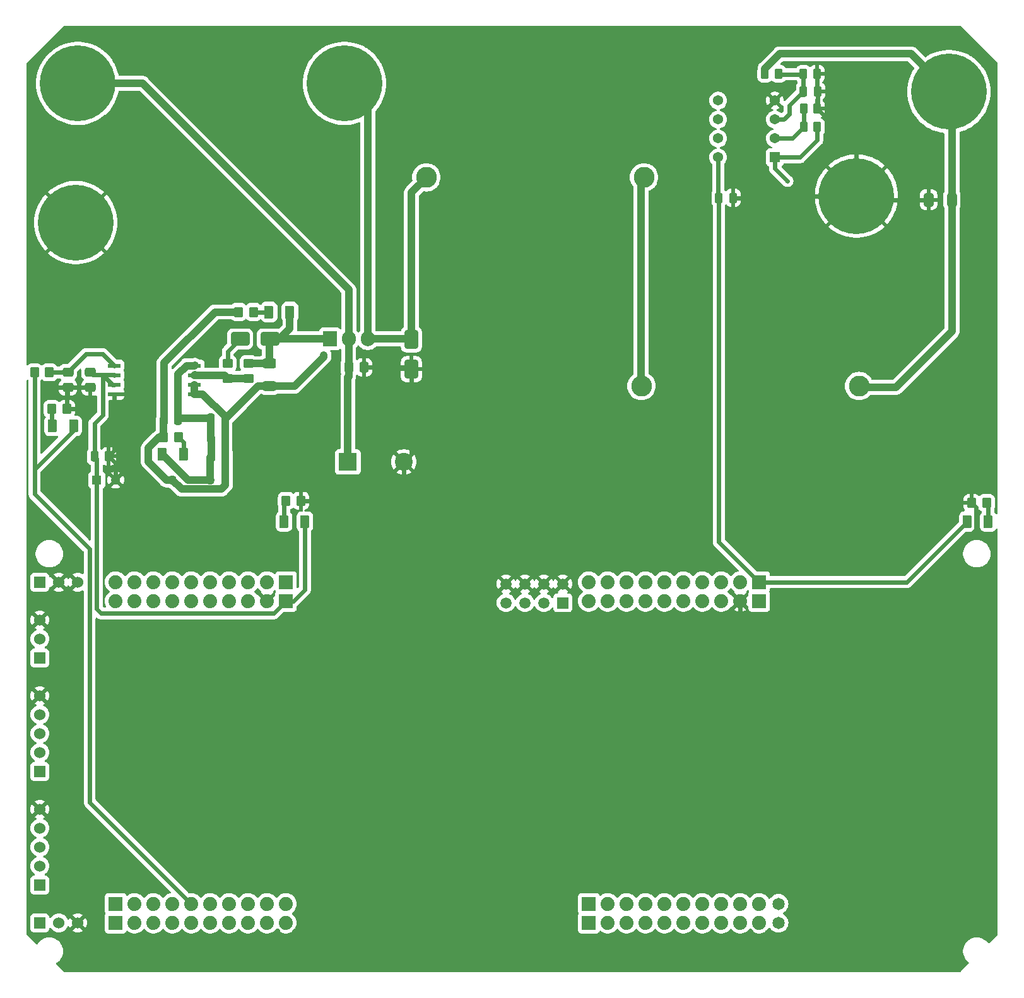
<source format=gbr>
%TF.GenerationSoftware,KiCad,Pcbnew,8.0.8*%
%TF.CreationDate,2025-03-01T14:31:09-05:00*%
%TF.ProjectId,MyFirstBuck,4d794669-7273-4744-9275-636b2e6b6963,rev?*%
%TF.SameCoordinates,Original*%
%TF.FileFunction,Copper,L1,Top*%
%TF.FilePolarity,Positive*%
%FSLAX46Y46*%
G04 Gerber Fmt 4.6, Leading zero omitted, Abs format (unit mm)*
G04 Created by KiCad (PCBNEW 8.0.8) date 2025-03-01 14:31:09*
%MOMM*%
%LPD*%
G01*
G04 APERTURE LIST*
G04 Aperture macros list*
%AMRoundRect*
0 Rectangle with rounded corners*
0 $1 Rounding radius*
0 $2 $3 $4 $5 $6 $7 $8 $9 X,Y pos of 4 corners*
0 Add a 4 corners polygon primitive as box body*
4,1,4,$2,$3,$4,$5,$6,$7,$8,$9,$2,$3,0*
0 Add four circle primitives for the rounded corners*
1,1,$1+$1,$2,$3*
1,1,$1+$1,$4,$5*
1,1,$1+$1,$6,$7*
1,1,$1+$1,$8,$9*
0 Add four rect primitives between the rounded corners*
20,1,$1+$1,$2,$3,$4,$5,0*
20,1,$1+$1,$4,$5,$6,$7,0*
20,1,$1+$1,$6,$7,$8,$9,0*
20,1,$1+$1,$8,$9,$2,$3,0*%
G04 Aperture macros list end*
%TA.AperFunction,ComponentPad*%
%ADD10C,1.650000*%
%TD*%
%TA.AperFunction,ComponentPad*%
%ADD11R,1.371600X1.371600*%
%TD*%
%TA.AperFunction,ComponentPad*%
%ADD12C,1.371600*%
%TD*%
%TA.AperFunction,ComponentPad*%
%ADD13R,1.270000X1.270000*%
%TD*%
%TA.AperFunction,ComponentPad*%
%ADD14C,1.270000*%
%TD*%
%TA.AperFunction,SMDPad,CuDef*%
%ADD15R,1.701800X0.558800*%
%TD*%
%TA.AperFunction,ComponentPad*%
%ADD16C,2.800000*%
%TD*%
%TA.AperFunction,ComponentPad*%
%ADD17C,10.160000*%
%TD*%
%TA.AperFunction,SMDPad,CuDef*%
%ADD18RoundRect,0.250000X-0.250000X-0.475000X0.250000X-0.475000X0.250000X0.475000X-0.250000X0.475000X0*%
%TD*%
%TA.AperFunction,SMDPad,CuDef*%
%ADD19RoundRect,0.250000X-0.262500X-0.450000X0.262500X-0.450000X0.262500X0.450000X-0.262500X0.450000X0*%
%TD*%
%TA.AperFunction,SMDPad,CuDef*%
%ADD20RoundRect,0.250000X0.350000X0.450000X-0.350000X0.450000X-0.350000X-0.450000X0.350000X-0.450000X0*%
%TD*%
%TA.AperFunction,SMDPad,CuDef*%
%ADD21RoundRect,0.250000X-0.375000X-0.625000X0.375000X-0.625000X0.375000X0.625000X-0.375000X0.625000X0*%
%TD*%
%TA.AperFunction,SMDPad,CuDef*%
%ADD22RoundRect,0.250000X0.412500X0.650000X-0.412500X0.650000X-0.412500X-0.650000X0.412500X-0.650000X0*%
%TD*%
%TA.AperFunction,SMDPad,CuDef*%
%ADD23RoundRect,0.250000X-0.350000X-0.450000X0.350000X-0.450000X0.350000X0.450000X-0.350000X0.450000X0*%
%TD*%
%TA.AperFunction,SMDPad,CuDef*%
%ADD24RoundRect,0.250000X0.450000X-0.350000X0.450000X0.350000X-0.450000X0.350000X-0.450000X-0.350000X0*%
%TD*%
%TA.AperFunction,SMDPad,CuDef*%
%ADD25RoundRect,0.250000X-1.000000X-0.650000X1.000000X-0.650000X1.000000X0.650000X-1.000000X0.650000X0*%
%TD*%
%TA.AperFunction,ComponentPad*%
%ADD26R,1.905000X2.000000*%
%TD*%
%TA.AperFunction,ComponentPad*%
%ADD27O,1.905000X2.000000*%
%TD*%
%TA.AperFunction,ComponentPad*%
%ADD28R,1.879600X1.879600*%
%TD*%
%TA.AperFunction,ComponentPad*%
%ADD29C,1.879600*%
%TD*%
%TA.AperFunction,ComponentPad*%
%ADD30R,1.524000X1.524000*%
%TD*%
%TA.AperFunction,ComponentPad*%
%ADD31C,1.524000*%
%TD*%
%TA.AperFunction,ComponentPad*%
%ADD32R,1.500000X1.500000*%
%TD*%
%TA.AperFunction,ComponentPad*%
%ADD33C,1.500000*%
%TD*%
%TA.AperFunction,SMDPad,CuDef*%
%ADD34RoundRect,0.250000X0.375000X0.625000X-0.375000X0.625000X-0.375000X-0.625000X0.375000X-0.625000X0*%
%TD*%
%TA.AperFunction,SMDPad,CuDef*%
%ADD35RoundRect,0.250000X0.625000X-0.400000X0.625000X0.400000X-0.625000X0.400000X-0.625000X-0.400000X0*%
%TD*%
%TA.AperFunction,ComponentPad*%
%ADD36R,2.400000X2.400000*%
%TD*%
%TA.AperFunction,ComponentPad*%
%ADD37C,2.400000*%
%TD*%
%TA.AperFunction,SMDPad,CuDef*%
%ADD38RoundRect,0.250000X-0.650000X1.000000X-0.650000X-1.000000X0.650000X-1.000000X0.650000X1.000000X0*%
%TD*%
%TA.AperFunction,SMDPad,CuDef*%
%ADD39RoundRect,0.250000X0.250000X0.475000X-0.250000X0.475000X-0.250000X-0.475000X0.250000X-0.475000X0*%
%TD*%
%TA.AperFunction,SMDPad,CuDef*%
%ADD40RoundRect,0.250000X-0.337500X-0.475000X0.337500X-0.475000X0.337500X0.475000X-0.337500X0.475000X0*%
%TD*%
%TA.AperFunction,SMDPad,CuDef*%
%ADD41RoundRect,0.250000X0.262500X0.450000X-0.262500X0.450000X-0.262500X-0.450000X0.262500X-0.450000X0*%
%TD*%
%TA.AperFunction,SMDPad,CuDef*%
%ADD42RoundRect,0.250000X-0.475000X0.337500X-0.475000X-0.337500X0.475000X-0.337500X0.475000X0.337500X0*%
%TD*%
%TA.AperFunction,ViaPad*%
%ADD43C,0.600000*%
%TD*%
%TA.AperFunction,Conductor*%
%ADD44C,0.600000*%
%TD*%
%TA.AperFunction,Conductor*%
%ADD45C,1.000000*%
%TD*%
G04 APERTURE END LIST*
D10*
%TO.P,REF\u002A\u002A,1*%
%TO.N,N/C*%
X84890000Y-145750000D03*
%TO.P,REF\u002A\u002A,2*%
X84890000Y-143210000D03*
%TO.P,REF\u002A\u002A,3*%
X87430000Y-145750000D03*
%TO.P,REF\u002A\u002A,4*%
X87430000Y-143210000D03*
%TO.P,REF\u002A\u002A,5*%
X89970000Y-145750000D03*
%TO.P,REF\u002A\u002A,6*%
X89970000Y-143210000D03*
%TO.P,REF\u002A\u002A,7*%
X92510000Y-145750000D03*
%TO.P,REF\u002A\u002A,8*%
X92510000Y-143210000D03*
%TO.P,REF\u002A\u002A,9*%
X95050000Y-145750000D03*
%TO.P,REF\u002A\u002A,10*%
X95050000Y-143210000D03*
%TO.P,REF\u002A\u002A,11*%
X97590000Y-145750000D03*
%TO.P,REF\u002A\u002A,12*%
X97590000Y-143210000D03*
%TO.P,REF\u002A\u002A,13*%
X100130000Y-145750000D03*
%TO.P,REF\u002A\u002A,14*%
X100130000Y-143210000D03*
%TO.P,REF\u002A\u002A,15*%
X102670000Y-145750000D03*
%TO.P,REF\u002A\u002A,16*%
X102670000Y-143210000D03*
%TO.P,REF\u002A\u002A,17*%
X105210000Y-145750000D03*
%TO.P,REF\u002A\u002A,18*%
X105210000Y-143210000D03*
%TO.P,REF\u002A\u002A,19*%
X107750000Y-145750000D03*
%TO.P,REF\u002A\u002A,20*%
X107750000Y-143210000D03*
%TD*%
%TO.P,REF\u002A\u002A,1*%
%TO.N,N/C*%
X150930000Y-145790000D03*
%TO.P,REF\u002A\u002A,2*%
X150930000Y-143250000D03*
%TO.P,REF\u002A\u002A,3*%
X153470000Y-145790000D03*
%TO.P,REF\u002A\u002A,4*%
X153470000Y-143250000D03*
%TO.P,REF\u002A\u002A,5*%
X156010000Y-145790000D03*
%TO.P,REF\u002A\u002A,6*%
X156010000Y-143250000D03*
%TO.P,REF\u002A\u002A,7*%
X158550000Y-145790000D03*
%TO.P,REF\u002A\u002A,8*%
X158550000Y-143250000D03*
%TO.P,REF\u002A\u002A,9*%
X161090000Y-145790000D03*
%TO.P,REF\u002A\u002A,10*%
X161090000Y-143250000D03*
%TO.P,REF\u002A\u002A,11*%
X163630000Y-145790000D03*
%TO.P,REF\u002A\u002A,12*%
X163630000Y-143250000D03*
%TO.P,REF\u002A\u002A,13*%
X166170000Y-145790000D03*
%TO.P,REF\u002A\u002A,14*%
X166170000Y-143250000D03*
%TO.P,REF\u002A\u002A,15*%
X168710000Y-145790000D03*
%TO.P,REF\u002A\u002A,16*%
X168710000Y-143250000D03*
%TO.P,REF\u002A\u002A,17*%
X171250000Y-145790000D03*
%TO.P,REF\u002A\u002A,18*%
X171250000Y-143250000D03*
%TO.P,REF\u002A\u002A,19*%
X173790000Y-145790000D03*
%TO.P,REF\u002A\u002A,20*%
X173790000Y-143250000D03*
%TD*%
D11*
%TO.P,U5,1,1OUT*%
%TO.N,/VFILT*%
X173310000Y-43060000D03*
D12*
%TO.P,U5,2,1IN-*%
%TO.N,Net-(U5-1IN-)*%
X173310000Y-40520000D03*
%TO.P,U5,3,1IN+*%
%TO.N,Net-(U5-1IN+)*%
X173310000Y-37980000D03*
%TO.P,U5,4,GND*%
%TO.N,GND*%
X173310000Y-35440000D03*
%TO.P,U5,5,2IN+*%
%TO.N,unconnected-(U5-2IN+-Pad5)*%
X165690000Y-35440000D03*
%TO.P,U5,6,2IN-*%
%TO.N,unconnected-(U5-2IN--Pad6)*%
X165690000Y-37980000D03*
%TO.P,U5,7,2OUT*%
%TO.N,unconnected-(U5-2OUT-Pad7)*%
X165690000Y-40520000D03*
%TO.P,U5,8,VCC*%
%TO.N,+3.3V*%
X165690000Y-43060000D03*
%TD*%
D13*
%TO.P,U4,1,+VIN(VCC)*%
%TO.N,+5V*%
X82305000Y-86361000D03*
D14*
%TO.P,U4,2,-VIN(GGND)*%
%TO.N,GND*%
X84845000Y-86361000D03*
%TO.P,U4,5,-VOUT*%
%TO.N,/VSW*%
X92465000Y-86361000D03*
%TO.P,U4,7,+VOUT*%
%TO.N,/GD/ISO_12*%
X97545000Y-86361000D03*
%TD*%
D15*
%TO.P,U3,1,IN*%
%TO.N,/GD/PWM_FILT*%
X84664200Y-71021000D03*
%TO.P,U3,2,VCCI*%
%TO.N,+5V*%
X84664200Y-72291000D03*
%TO.P,U3,3,VCCI*%
X84664200Y-73561000D03*
%TO.P,U3,4,GND*%
%TO.N,GND*%
X84664200Y-74831000D03*
%TO.P,U3,5,VSS*%
%TO.N,/VSW*%
X95433800Y-74831000D03*
%TO.P,U3,6,VSS*%
X95433800Y-73561000D03*
%TO.P,U3,7,OUT*%
%TO.N,/GD/GD_PWM*%
X95433800Y-72291000D03*
%TO.P,U3,8,VDD*%
%TO.N,/GD/ISO_12*%
X95433800Y-71021000D03*
%TD*%
D16*
%TO.P,L2,1*%
%TO.N,Net-(L1-Pad2)*%
X155395000Y-73750000D03*
%TO.P,L2,2*%
%TO.N,/VOUT*%
X184605000Y-73750000D03*
%TD*%
%TO.P,L1,2*%
%TO.N,Net-(L1-Pad2)*%
X155750000Y-45750000D03*
%TO.P,L1,1*%
%TO.N,/VSW*%
X126540000Y-45750000D03*
%TD*%
D17*
%TO.P,J1,1,Pin_1*%
%TO.N,/PowerStage/VIN*%
X79756000Y-33136000D03*
%TD*%
%TO.P,J2,1,Pin_1*%
%TO.N,GND*%
X184250000Y-48250000D03*
%TD*%
%TO.P,J3,1,Pin_1*%
%TO.N,/VOUT*%
X196665000Y-34256000D03*
%TD*%
%TO.P,J5,1,Pin_1*%
%TO.N,/VSW*%
X115549000Y-33136000D03*
%TD*%
D18*
%TO.P,C1,2*%
%TO.N,GND*%
X179037500Y-34189000D03*
%TO.P,C1,1*%
%TO.N,Net-(U5-1IN+)*%
X177137500Y-34189000D03*
%TD*%
D19*
%TO.P,R4,1*%
%TO.N,/VOUT*%
X171973500Y-31858000D03*
%TO.P,R4,2*%
%TO.N,Net-(U5-1IN+)*%
X173798500Y-31858000D03*
%TD*%
D20*
%TO.P,R7,2*%
%TO.N,GND*%
X199729000Y-89436000D03*
%TO.P,R7,1*%
%TO.N,Net-(D4(green)1-K)*%
X201729000Y-89436000D03*
%TD*%
D21*
%TO.P,D3(Red)1,1,K*%
%TO.N,Net-(D3(Red)1-K)*%
X107431000Y-91948000D03*
%TO.P,D3(Red)1,2,A*%
%TO.N,+5V*%
X110231000Y-91948000D03*
%TD*%
D22*
%TO.P,C5,1*%
%TO.N,/VOUT*%
X197062500Y-48750000D03*
%TO.P,C5,2*%
%TO.N,GND*%
X193937500Y-48750000D03*
%TD*%
D19*
%TO.P,R2,2*%
%TO.N,/VFILT*%
X179000000Y-39000000D03*
%TO.P,R2,1*%
%TO.N,Net-(U5-1IN-)*%
X177175000Y-39000000D03*
%TD*%
D18*
%TO.P,C2,1*%
%TO.N,+3.3V*%
X165800000Y-48500000D03*
%TO.P,C2,2*%
%TO.N,GND*%
X167700000Y-48500000D03*
%TD*%
D21*
%TO.P,D5(Blue)1,1,K*%
%TO.N,Net-(D5(Blue)1-K)*%
X76393000Y-79110000D03*
%TO.P,D5(Blue)1,2,A*%
%TO.N,/PWM*%
X79193000Y-79110000D03*
%TD*%
D23*
%TO.P,R8,1*%
%TO.N,Net-(D5(Blue)1-K)*%
X76285000Y-76824000D03*
%TO.P,R8,2*%
%TO.N,GND*%
X78285000Y-76824000D03*
%TD*%
D17*
%TO.P,J4,1,Pin_1*%
%TO.N,GND*%
X79502000Y-51816000D03*
%TD*%
D24*
%TO.P,R11,1*%
%TO.N,/GD/GD_PWM*%
X99891000Y-72726000D03*
%TO.P,R11,2*%
%TO.N,Net-(D6-K)*%
X99891000Y-70726000D03*
%TD*%
D25*
%TO.P,D6,1,K*%
%TO.N,Net-(D6-K)*%
X101549000Y-67436000D03*
%TO.P,D6,2,A*%
%TO.N,/VG*%
X105549000Y-67436000D03*
%TD*%
D26*
%TO.P,Q1,1,G*%
%TO.N,/VG*%
X113607000Y-67426000D03*
D27*
%TO.P,Q1,2,D*%
%TO.N,/PowerStage/VIN*%
X116147000Y-67426000D03*
%TO.P,Q1,3,S*%
%TO.N,/VSW*%
X118687000Y-67426000D03*
%TD*%
D28*
%TO.P,U2,J1_1,3.3V_J1*%
%TO.N,+3.3V*%
X171196000Y-100076000D03*
D29*
%TO.P,U2,J1_2,GPIO32*%
%TO.N,unconnected-(U2A-GPIO32-PadJ1_2)*%
X168656000Y-100076000D03*
%TO.P,U2,J1_3,GPIO19/SCIRXDB*%
%TO.N,unconnected-(U2A-GPIO19{slash}SCIRXDB-PadJ1_3)*%
X166116000Y-100076000D03*
%TO.P,U2,J1_4,GPIO18/SCITXDB*%
%TO.N,unconnected-(U2A-GPIO18{slash}SCITXDB-PadJ1_4)*%
X163576000Y-100076000D03*
%TO.P,U2,J1_5,GPIO67*%
%TO.N,unconnected-(U2A-GPIO67-PadJ1_5)*%
X161036000Y-100076000D03*
%TO.P,U2,J1_6,GPIO111*%
%TO.N,unconnected-(U2A-GPIO111-PadJ1_6)*%
X158496000Y-100076000D03*
%TO.P,U2,J1_7,GPIO60/SPICLKA*%
%TO.N,unconnected-(U2A-GPIO60{slash}SPICLKA-PadJ1_7)*%
X155956000Y-100076000D03*
%TO.P,U2,J1_8,GPIO22*%
%TO.N,unconnected-(U2A-GPIO22-PadJ1_8)*%
X153416000Y-100076000D03*
%TO.P,U2,J1_9,GPIO105/I2CSCLA*%
%TO.N,unconnected-(U2A-GPIO105{slash}I2CSCLA-PadJ1_9)*%
X150876000Y-100076000D03*
%TO.P,U2,J1_10,GPIO104/I2CSDAA*%
%TO.N,unconnected-(U2A-GPIO104{slash}I2CSDAA-PadJ1_10)*%
X148336000Y-100076000D03*
D28*
%TO.P,U2,J2_1,GPIO29/OPXBAR6*%
%TO.N,unconnected-(U2B-GPIO29{slash}OPXBAR6-PadJ2_1)*%
X148336000Y-145796000D03*
D29*
%TO.P,U2,J2_2,GPIO125/SD1CLK2*%
%TO.N,unconnected-(U2B-GPIO125{slash}SD1CLK2-PadJ2_2)*%
X150876000Y-145796000D03*
%TO.P,U2,J2_3,GPIO124/SD1D2*%
%TO.N,unconnected-(U2B-GPIO124{slash}SD1D2-PadJ2_3)*%
X153416000Y-145796000D03*
%TO.P,U2,J2_4,GPIO59/SPIAMISO*%
%TO.N,unconnected-(U2B-GPIO59{slash}SPIAMISO-PadJ2_4)*%
X155956000Y-145796000D03*
%TO.P,U2,J2_5,GPIO58/SPIAMOSI*%
%TO.N,unconnected-(U2B-GPIO58{slash}SPIAMOSI-PadJ2_5)*%
X158496000Y-145796000D03*
%TO.P,U2,J2_6,~{RESET_J2}*%
%TO.N,unconnected-(U2B-~{RESET_J2}-PadJ2_6)*%
X161036000Y-145796000D03*
%TO.P,U2,J2_7,GPIO122/SD1D1*%
%TO.N,unconnected-(U2B-GPIO122{slash}SD1D1-PadJ2_7)*%
X163576000Y-145796000D03*
%TO.P,U2,J2_8,GPIO123/SD1CLK1*%
%TO.N,unconnected-(U2B-GPIO123{slash}SD1CLK1-PadJ2_8)*%
X166116000Y-145796000D03*
%TO.P,U2,J2_9,GPIO61/SPIACS*%
%TO.N,unconnected-(U2B-GPIO61{slash}SPIACS-PadJ2_9)*%
X168656000Y-145796000D03*
%TO.P,U2,J2_10,GND_J2*%
%TO.N,GND*%
X171196000Y-145796000D03*
D28*
%TO.P,U2,J3_1,+5V_J3*%
%TO.N,unconnected-(U2C-+5V_J3-PadJ3_1)*%
X171196000Y-102616000D03*
D29*
%TO.P,U2,J3_2,GND_J3*%
%TO.N,GND*%
X168656000Y-102616000D03*
%TO.P,U2,J3_3,ADCIN14/ANALOGIN*%
%TO.N,/VFILT*%
X166116000Y-102616000D03*
%TO.P,U2,J3_4,ADCINC3/ANALOGIN*%
%TO.N,unconnected-(U2C-ADCINC3{slash}ANALOGIN-PadJ3_4)*%
X163576000Y-102616000D03*
%TO.P,U2,J3_5,ADCINB3/ANALOGIN*%
%TO.N,unconnected-(U2C-ADCINB3{slash}ANALOGIN-PadJ3_5)*%
X161036000Y-102616000D03*
%TO.P,U2,J3_6,ADCINA3/ANALOGIN*%
%TO.N,unconnected-(U2C-ADCINA3{slash}ANALOGIN-PadJ3_6)*%
X158496000Y-102616000D03*
%TO.P,U2,J3_7,ADCINC2/ANALOGIN*%
%TO.N,unconnected-(U2C-ADCINC2{slash}ANALOGIN-PadJ3_7)*%
X155956000Y-102616000D03*
%TO.P,U2,J3_8,ADCINB2/ANALOGIN*%
%TO.N,unconnected-(U2C-ADCINB2{slash}ANALOGIN-PadJ3_8)*%
X153416000Y-102616000D03*
%TO.P,U2,J3_9,ADCINA2/ANALOGIN*%
%TO.N,unconnected-(U2C-ADCINA2{slash}ANALOGIN-PadJ3_9)*%
X150876000Y-102616000D03*
%TO.P,U2,J3_10,ADCINA0/ANALOGIN(DACA)*%
%TO.N,unconnected-(U2C-ADCINA0{slash}ANALOGIN(DACA)-PadJ3_10)*%
X148336000Y-102616000D03*
D28*
%TO.P,U2,J4_1,PWM/BASED/DAC2*%
%TO.N,unconnected-(U2D-PWM{slash}BASED{slash}DAC2-PadJ4_1)*%
X148336000Y-143256000D03*
D29*
%TO.P,U2,J4_2,PWM/BASED/DAC1*%
%TO.N,unconnected-(U2D-PWM{slash}BASED{slash}DAC1-PadJ4_2)*%
X150876000Y-143256000D03*
%TO.P,U2,J4_3,GPIO16/OPXBAR7*%
%TO.N,unconnected-(U2D-GPIO16{slash}OPXBAR7-PadJ4_3)*%
X153416000Y-143256000D03*
%TO.P,U2,J4_4,GPIO24/OPXBAR1*%
%TO.N,unconnected-(U2D-GPIO24{slash}OPXBAR1-PadJ4_4)*%
X155956000Y-143256000D03*
%TO.P,U2,J4_5,GPIO5/PWMOUT3B*%
%TO.N,unconnected-(U2D-GPIO5{slash}PWMOUT3B-PadJ4_5)*%
X158496000Y-143256000D03*
%TO.P,U2,J4_6,GPIO4/PWMOUT3A*%
%TO.N,unconnected-(U2D-GPIO4{slash}PWMOUT3A-PadJ4_6)*%
X161036000Y-143256000D03*
%TO.P,U2,J4_7,GPIO3/PWMOUT2B*%
%TO.N,unconnected-(U2D-GPIO3{slash}PWMOUT2B-PadJ4_7)*%
X163576000Y-143256000D03*
%TO.P,U2,J4_8,GPIO2//PWMOUT2A*%
%TO.N,unconnected-(U2D-GPIO2{slash}{slash}PWMOUT2A-PadJ4_8)*%
X166116000Y-143256000D03*
%TO.P,U2,J4_9,GPIO1/PWMOUT1B*%
%TO.N,unconnected-(U2D-GPIO1{slash}PWMOUT1B-PadJ4_9)*%
X168656000Y-143256000D03*
%TO.P,U2,J4_10,GPIO0/PWMOUT1A*%
%TO.N,unconnected-(U2D-GPIO0{slash}PWMOUT1A-PadJ4_10)*%
X171196000Y-143256000D03*
D28*
%TO.P,U2,J5_1,3.3V_J5*%
%TO.N,unconnected-(U2E-3.3V_J5-PadJ5_1)*%
X107696000Y-100076000D03*
D29*
%TO.P,U2,J5_2,GPIO95*%
%TO.N,unconnected-(U2E-GPIO95-PadJ5_2)*%
X105156000Y-100076000D03*
%TO.P,U2,J5_3,GPIO139/SCICRX*%
%TO.N,unconnected-(U2E-GPIO139{slash}SCICRX-PadJ5_3)*%
X102616000Y-100076000D03*
%TO.P,U2,J5_4,GPIO56/SCICIX*%
%TO.N,unconnected-(U2E-GPIO56{slash}SCICIX-PadJ5_4)*%
X100076000Y-100076000D03*
%TO.P,U2,J5_5,GPIO97*%
%TO.N,unconnected-(U2E-GPIO97-PadJ5_5)*%
X97536000Y-100076000D03*
%TO.P,U2,J5_6,GPIO94*%
%TO.N,unconnected-(U2E-GPIO94-PadJ5_6)*%
X94996000Y-100076000D03*
%TO.P,U2,J5_7,GPIO65/SPIBCLK*%
%TO.N,unconnected-(U2E-GPIO65{slash}SPIBCLK-PadJ5_7)*%
X92456000Y-100076000D03*
%TO.P,U2,J5_8,GPIO52*%
%TO.N,unconnected-(U2E-GPIO52-PadJ5_8)*%
X89916000Y-100076000D03*
%TO.P,U2,J5_9,GPIO41/I2CSCLB/J5*%
%TO.N,unconnected-(U2E-GPIO41{slash}I2CSCLB{slash}J5-PadJ5_9)*%
X87376000Y-100076000D03*
%TO.P,U2,J5_10,GPIO40/I2CSDAB/J5*%
%TO.N,unconnected-(U2E-GPIO40{slash}I2CSDAB{slash}J5-PadJ5_10)*%
X84836000Y-100076000D03*
D28*
%TO.P,U2,J6_1,GPIO25/OPXBAR2*%
%TO.N,unconnected-(U2F-GPIO25{slash}OPXBAR2-PadJ6_1)*%
X84836000Y-145796000D03*
D29*
%TO.P,U2,J6_2,GPIO27/SD2CLK2*%
%TO.N,unconnected-(U2F-GPIO27{slash}SD2CLK2-PadJ6_2)*%
X87376000Y-145796000D03*
%TO.P,U2,J6_3,GPIO26/SD2D2*%
%TO.N,unconnected-(U2F-GPIO26{slash}SD2D2-PadJ6_3)*%
X89916000Y-145796000D03*
%TO.P,U2,J6_4,GPIO64/SPIBMISO*%
%TO.N,unconnected-(U2F-GPIO64{slash}SPIBMISO-PadJ6_4)*%
X92456000Y-145796000D03*
%TO.P,U2,J6_5,GPIO63/SPIBMOSI*%
%TO.N,unconnected-(U2F-GPIO63{slash}SPIBMOSI-PadJ6_5)*%
X94996000Y-145796000D03*
%TO.P,U2,J6_6,~{RESET_J6}*%
%TO.N,unconnected-(U2F-~{RESET_J6}-PadJ6_6)*%
X97536000Y-145796000D03*
%TO.P,U2,J6_7,GPIO130/SD2D1*%
%TO.N,unconnected-(U2F-GPIO130{slash}SD2D1-PadJ6_7)*%
X100076000Y-145796000D03*
%TO.P,U2,J6_8,GPIO131/SD2CLK1*%
%TO.N,unconnected-(U2F-GPIO131{slash}SD2CLK1-PadJ6_8)*%
X102616000Y-145796000D03*
%TO.P,U2,J6_9,GPIO66/SPIBCS*%
%TO.N,unconnected-(U2F-GPIO66{slash}SPIBCS-PadJ6_9)*%
X105156000Y-145796000D03*
%TO.P,U2,J6_10,GND_J6*%
%TO.N,GND*%
X107696000Y-145796000D03*
D28*
%TO.P,U2,J7_1,+5V_J7*%
%TO.N,+5V*%
X107696000Y-102616000D03*
D29*
%TO.P,U2,J7_2,GND_J7*%
%TO.N,GND*%
X105156000Y-102616000D03*
%TO.P,U2,J7_3,ADCIN15/ANALOGIN*%
%TO.N,unconnected-(U2G-ADCIN15{slash}ANALOGIN-PadJ7_3)*%
X102616000Y-102616000D03*
%TO.P,U2,J7_4,ADCINC5/ANALOGIN*%
%TO.N,unconnected-(U2G-ADCINC5{slash}ANALOGIN-PadJ7_4)*%
X100076000Y-102616000D03*
%TO.P,U2,J7_5,ADCINB5/ANALOGIN*%
%TO.N,unconnected-(U2G-ADCINB5{slash}ANALOGIN-PadJ7_5)*%
X97536000Y-102616000D03*
%TO.P,U2,J7_6,ADCINA5/ANALOGIN*%
%TO.N,unconnected-(U2G-ADCINA5{slash}ANALOGIN-PadJ7_6)*%
X94996000Y-102616000D03*
%TO.P,U2,J7_7,ADCINC4/ANALOGIN*%
%TO.N,unconnected-(U2G-ADCINC4{slash}ANALOGIN-PadJ7_7)*%
X92456000Y-102616000D03*
%TO.P,U2,J7_8,ADCINB4/ANALOGIN*%
%TO.N,unconnected-(U2G-ADCINB4{slash}ANALOGIN-PadJ7_8)*%
X89916000Y-102616000D03*
%TO.P,U2,J7_9,ADCINA4/ANALOGIN*%
%TO.N,unconnected-(U2G-ADCINA4{slash}ANALOGIN-PadJ7_9)*%
X87376000Y-102616000D03*
%TO.P,U2,J7_10,ADCINA1/ANALOGIN(DACB)*%
%TO.N,unconnected-(U2G-ADCINA1{slash}ANALOGIN(DACB)-PadJ7_10)*%
X84836000Y-102616000D03*
D28*
%TO.P,U2,J8_1,PWM/BASED/DAC4*%
%TO.N,unconnected-(U2H-PWM{slash}BASED{slash}DAC4-PadJ8_1)*%
X84836000Y-143256000D03*
D29*
%TO.P,U2,J8_2,PWM/BASED/DAC3*%
%TO.N,unconnected-(U2H-PWM{slash}BASED{slash}DAC3-PadJ8_2)*%
X87376000Y-143256000D03*
%TO.P,U2,J8_3,GPIO15/OPXBAR4*%
%TO.N,unconnected-(U2H-GPIO15{slash}OPXBAR4-PadJ8_3)*%
X89916000Y-143256000D03*
%TO.P,U2,J8_4,GPIO14/OPXBAR3*%
%TO.N,unconnected-(U2H-GPIO14{slash}OPXBAR3-PadJ8_4)*%
X92456000Y-143256000D03*
%TO.P,U2,J8_5,GPIO11/PWMOUT6B*%
%TO.N,/PWM*%
X94996000Y-143256000D03*
%TO.P,U2,J8_6,GPIO10/PWMOUT6A*%
%TO.N,unconnected-(U2H-GPIO10{slash}PWMOUT6A-PadJ8_6)*%
X97536000Y-143256000D03*
%TO.P,U2,J8_7,GPIO9/PWMOUT5B*%
%TO.N,unconnected-(U2H-GPIO9{slash}PWMOUT5B-PadJ8_7)*%
X100076000Y-143256000D03*
%TO.P,U2,J8_8,GPIO8/PWMOUT5A*%
%TO.N,unconnected-(U2H-GPIO8{slash}PWMOUT5A-PadJ8_8)*%
X102616000Y-143256000D03*
%TO.P,U2,J8_9,GPIO7/PWMOUT4B*%
%TO.N,unconnected-(U2H-GPIO7{slash}PWMOUT4B-PadJ8_9)*%
X105156000Y-143256000D03*
%TO.P,U2,J8_10,GPIO6/PWMOUT4A*%
%TO.N,unconnected-(U2H-GPIO6{slash}PWMOUT4A-PadJ8_10)*%
X107696000Y-143256000D03*
D30*
%TO.P,U2,J10_1,+3V_J10*%
%TO.N,unconnected-(U2I-+3V_J10-PadJ10_1)*%
X74676000Y-145796000D03*
D31*
%TO.P,U2,J10_2,GND_J10*%
%TO.N,unconnected-(U2I-GND_J10-PadJ10_2)*%
X77216000Y-145796000D03*
%TO.P,U2,J10_3,GND_J10__1*%
%TO.N,GND*%
X79756000Y-145796000D03*
D30*
%TO.P,U2,J12_1,CANH*%
%TO.N,unconnected-(U2J-CANH-PadJ12_1)*%
X74676000Y-110236000D03*
D31*
%TO.P,U2,J12_2,CANL*%
%TO.N,unconnected-(U2J-CANL-PadJ12_2)*%
X74676000Y-107696000D03*
%TO.P,U2,J12_3,GND_J12*%
%TO.N,GND*%
X74676000Y-105156000D03*
D30*
%TO.P,U2,J14_1,EQEP1A*%
%TO.N,unconnected-(U2K-EQEP1A-PadJ14_1)*%
X74676000Y-140716000D03*
D31*
%TO.P,U2,J14_2,EQEP1B*%
%TO.N,unconnected-(U2K-EQEP1B-PadJ14_2)*%
X74676000Y-138176000D03*
%TO.P,U2,J14_3,EQEP1I*%
%TO.N,unconnected-(U2K-EQEP1I-PadJ14_3)*%
X74676000Y-135636000D03*
%TO.P,U2,J14_4,+5V_J14*%
%TO.N,unconnected-(U2K-+5V_J14-PadJ14_4)*%
X74676000Y-133096000D03*
%TO.P,U2,J14_5,GND_J14*%
%TO.N,GND*%
X74676000Y-130556000D03*
D30*
%TO.P,U2,J15_1,EQEP2A*%
%TO.N,unconnected-(U2L-EQEP2A-PadJ15_1)*%
X74676000Y-125476000D03*
D31*
%TO.P,U2,J15_2,EQEP2B*%
%TO.N,unconnected-(U2L-EQEP2B-PadJ15_2)*%
X74676000Y-122936000D03*
%TO.P,U2,J15_3,EQEP2I*%
%TO.N,unconnected-(U2L-EQEP2I-PadJ15_3)*%
X74676000Y-120396000D03*
%TO.P,U2,J15_4,+5V_J15*%
%TO.N,unconnected-(U2L-+5V_J15-PadJ15_4)*%
X74676000Y-117856000D03*
%TO.P,U2,J15_5,GND_J15*%
%TO.N,GND*%
X74676000Y-115316000D03*
D30*
%TO.P,U2,J16_1,+5V_J16*%
%TO.N,unconnected-(U2N-+5V_J16-PadJ16_1)*%
X74676000Y-100076000D03*
D31*
%TO.P,U2,J16_2,GND_J16*%
%TO.N,GND*%
X77216000Y-100076000D03*
%TO.P,U2,J16_3,GND_J16__1*%
X79756000Y-100076000D03*
D32*
%TO.P,U2,J21_1,ADCIND0*%
%TO.N,unconnected-(U2M-ADCIND0-PadJ21_1)*%
X144852000Y-102850000D03*
D33*
%TO.P,U2,J21_2,TP21/GND*%
%TO.N,GND*%
X144852000Y-100310000D03*
%TO.P,U2,J21_3,ADCIND1*%
%TO.N,unconnected-(U2M-ADCIND1-PadJ21_3)*%
X142312000Y-102850000D03*
%TO.P,U2,J21_4,TP22/GND*%
%TO.N,GND*%
X142312000Y-100310000D03*
%TO.P,U2,J21_5,ADCIND2*%
%TO.N,unconnected-(U2M-ADCIND2-PadJ21_5)*%
X139772000Y-102850000D03*
%TO.P,U2,J21_6,TP23/GND*%
%TO.N,GND*%
X139772000Y-100310000D03*
%TO.P,U2,J21_7,ADCIND3*%
%TO.N,unconnected-(U2M-ADCIND3-PadJ21_7)*%
X137232000Y-102850000D03*
%TO.P,U2,J21_8,TP24/GND*%
%TO.N,GND*%
X137232000Y-100310000D03*
%TD*%
D18*
%TO.P,C10,1*%
%TO.N,/GD/ISO_12*%
X97621000Y-78174000D03*
%TO.P,C10,2*%
%TO.N,/VSW*%
X99521000Y-78174000D03*
%TD*%
%TO.P,C6,1*%
%TO.N,+5V*%
X81989000Y-83174000D03*
%TO.P,C6,2*%
%TO.N,GND*%
X83889000Y-83174000D03*
%TD*%
D21*
%TO.P,D7,1,K*%
%TO.N,Net-(D7-K)*%
X105427000Y-63818000D03*
%TO.P,D7,2,A*%
%TO.N,/VG*%
X108227000Y-63818000D03*
%TD*%
D23*
%TO.P,R6,1*%
%TO.N,Net-(D3(Red)1-K)*%
X107712000Y-89154000D03*
%TO.P,R6,2*%
%TO.N,GND*%
X109712000Y-89154000D03*
%TD*%
D34*
%TO.P,D4(green)1,2,A*%
%TO.N,+3.3V*%
X199149000Y-91936000D03*
%TO.P,D4(green)1,1,K*%
%TO.N,Net-(D4(green)1-K)*%
X201949000Y-91936000D03*
%TD*%
D18*
%TO.P,C12,1*%
%TO.N,/GD/ISO_12*%
X97671000Y-83174000D03*
%TO.P,C12,2*%
%TO.N,/VSW*%
X99571000Y-83174000D03*
%TD*%
D35*
%TO.P,R12,1*%
%TO.N,/VSW*%
X105479000Y-73776000D03*
%TO.P,R12,2*%
%TO.N,/VG*%
X105479000Y-70676000D03*
%TD*%
D34*
%TO.P,D2,1,K*%
%TO.N,Net-(D2-K)*%
X93925000Y-82920000D03*
%TO.P,D2,2,A*%
%TO.N,/GD/ISO_12*%
X91125000Y-82920000D03*
%TD*%
D36*
%TO.P,C3,1*%
%TO.N,/PowerStage/VIN*%
X116013000Y-83936000D03*
D37*
%TO.P,C3,2*%
%TO.N,GND*%
X123513000Y-83936000D03*
%TD*%
D18*
%TO.P,C11,1*%
%TO.N,/GD/ISO_12*%
X97621000Y-80664000D03*
%TO.P,C11,2*%
%TO.N,/VSW*%
X99521000Y-80664000D03*
%TD*%
D23*
%TO.P,R9,1*%
%TO.N,/PWM*%
X73949000Y-71926000D03*
%TO.P,R9,2*%
%TO.N,/GD/PWM_FILT*%
X75949000Y-71926000D03*
%TD*%
D24*
%TO.P,R10,1*%
%TO.N,/GD/GD_PWM*%
X102685000Y-72744000D03*
%TO.P,R10,2*%
%TO.N,/VG*%
X102685000Y-70744000D03*
%TD*%
D20*
%TO.P,R5,1*%
%TO.N,Net-(D2-K)*%
X93271000Y-80634000D03*
%TO.P,R5,2*%
%TO.N,/VSW*%
X91271000Y-80634000D03*
%TD*%
D38*
%TO.P,D1,1,K*%
%TO.N,/VSW*%
X124529000Y-67490000D03*
%TO.P,D1,2,A*%
%TO.N,GND*%
X124529000Y-71490000D03*
%TD*%
D39*
%TO.P,C7,1*%
%TO.N,/GD/ISO_12*%
X93200000Y-78250000D03*
%TO.P,C7,2*%
%TO.N,/VSW*%
X91300000Y-78250000D03*
%TD*%
D40*
%TO.P,C4,1*%
%TO.N,/PowerStage/VIN*%
X116104000Y-71236000D03*
%TO.P,C4,2*%
%TO.N,GND*%
X118179000Y-71236000D03*
%TD*%
D20*
%TO.P,R13,1*%
%TO.N,Net-(D7-K)*%
X103327000Y-63818000D03*
%TO.P,R13,2*%
%TO.N,/VSW*%
X101327000Y-63818000D03*
%TD*%
D41*
%TO.P,R1,2*%
%TO.N,Net-(U5-1IN-)*%
X177175000Y-36500000D03*
%TO.P,R1,1*%
%TO.N,GND*%
X179000000Y-36500000D03*
%TD*%
%TO.P,R3,2*%
%TO.N,Net-(U5-1IN+)*%
X177146500Y-31858000D03*
%TO.P,R3,1*%
%TO.N,GND*%
X178971500Y-31858000D03*
%TD*%
D42*
%TO.P,C9,1*%
%TO.N,/GD/PWM_FILT*%
X78449000Y-71888500D03*
%TO.P,C9,2*%
%TO.N,GND*%
X78449000Y-73963500D03*
%TD*%
%TO.P,C8,1*%
%TO.N,+5V*%
X81449000Y-71888500D03*
%TO.P,C8,2*%
%TO.N,GND*%
X81449000Y-73963500D03*
%TD*%
D43*
%TO.N,GND*%
X76000000Y-74000000D03*
%TO.N,/VFILT*%
X175000000Y-46250000D03*
%TO.N,GND*%
X81026000Y-77978000D03*
%TO.N,/VSW*%
X112776000Y-69596000D03*
%TD*%
D44*
%TO.N,GND*%
X168000000Y-106750000D02*
X169500000Y-105250000D01*
X123513000Y-96013000D02*
X134250000Y-106750000D01*
X134250000Y-106750000D02*
X168000000Y-106750000D01*
X123513000Y-83936000D02*
X123513000Y-96013000D01*
X124275000Y-71236000D02*
X124529000Y-71490000D01*
X118179000Y-71236000D02*
X124275000Y-71236000D01*
X124529000Y-82920000D02*
X123513000Y-83936000D01*
X124529000Y-71490000D02*
X124529000Y-82920000D01*
X118295000Y-89154000D02*
X123513000Y-83936000D01*
X109712000Y-89154000D02*
X118295000Y-89154000D01*
X76036500Y-73963500D02*
X76000000Y-74000000D01*
X78449000Y-73963500D02*
X76036500Y-73963500D01*
X84845000Y-86361000D02*
X84845000Y-84130000D01*
X84845000Y-84130000D02*
X83889000Y-83174000D01*
X84664200Y-82398800D02*
X83889000Y-83174000D01*
X84664200Y-74831000D02*
X84664200Y-82398800D01*
X78285000Y-74127500D02*
X78449000Y-73963500D01*
X78285000Y-76824000D02*
X78285000Y-74127500D01*
X81449000Y-73963500D02*
X78449000Y-73963500D01*
%TO.N,/VFILT*%
X173310000Y-44560000D02*
X175000000Y-46250000D01*
X173310000Y-43060000D02*
X173310000Y-44560000D01*
%TO.N,+3.3V*%
X165800000Y-94680000D02*
X171196000Y-100076000D01*
X165800000Y-48500000D02*
X165800000Y-94680000D01*
D45*
%TO.N,/VOUT*%
X191585001Y-29176001D02*
X196665000Y-34256000D01*
X173955499Y-29176001D02*
X191585001Y-29176001D01*
X171973500Y-31158000D02*
X173955499Y-29176001D01*
X171973500Y-31858000D02*
X171973500Y-31158000D01*
D44*
%TO.N,+3.3V*%
X165690000Y-48390000D02*
X165800000Y-48500000D01*
X165690000Y-43060000D02*
X165690000Y-48390000D01*
%TO.N,GND*%
X172250000Y-48250000D02*
X170750000Y-46750000D01*
X184250000Y-48250000D02*
X172250000Y-48250000D01*
X169000000Y-48500000D02*
X167700000Y-48500000D01*
X170750000Y-46750000D02*
X169000000Y-48500000D01*
X173310000Y-35440000D02*
X170750000Y-38000000D01*
X170750000Y-38000000D02*
X170750000Y-46750000D01*
X184250000Y-41750000D02*
X184250000Y-48750000D01*
X179000000Y-36500000D02*
X184250000Y-41750000D01*
X179037500Y-34189000D02*
X179037500Y-36462500D01*
X179037500Y-36462500D02*
X179000000Y-36500000D01*
X178971500Y-34123000D02*
X179037500Y-34189000D01*
X178971500Y-31858000D02*
X178971500Y-34123000D01*
X193937500Y-48750000D02*
X184250000Y-48750000D01*
D45*
%TO.N,/VOUT*%
X197062500Y-48750000D02*
X197062500Y-34653500D01*
X197062500Y-34653500D02*
X196665000Y-34256000D01*
X197062500Y-66437500D02*
X197062500Y-48750000D01*
X189586000Y-73914000D02*
X197062500Y-66437500D01*
X184531000Y-73914000D02*
X189586000Y-73914000D01*
D44*
%TO.N,Net-(U5-1IN+)*%
X175250000Y-36076500D02*
X177137500Y-34189000D01*
X174520000Y-37980000D02*
X175250000Y-37250000D01*
X175250000Y-37250000D02*
X175250000Y-36076500D01*
X173310000Y-37980000D02*
X174520000Y-37980000D01*
%TO.N,Net-(U5-1IN-)*%
X175655000Y-40520000D02*
X177175000Y-39000000D01*
X173310000Y-40520000D02*
X175655000Y-40520000D01*
%TO.N,/VFILT*%
X179000000Y-40750000D02*
X179000000Y-39000000D01*
X176690000Y-43060000D02*
X179000000Y-40750000D01*
X173310000Y-43060000D02*
X176690000Y-43060000D01*
%TO.N,GND*%
X168656000Y-104406000D02*
X168656000Y-102616000D01*
X169500000Y-105250000D02*
X168656000Y-104406000D01*
X200274000Y-92976000D02*
X188000000Y-105250000D01*
X200274000Y-89981000D02*
X200274000Y-92976000D01*
X199729000Y-89436000D02*
X200274000Y-89981000D01*
X188000000Y-105250000D02*
X169500000Y-105250000D01*
%TO.N,+3.3V*%
X191009000Y-100076000D02*
X199149000Y-91936000D01*
X171196000Y-100076000D02*
X191009000Y-100076000D01*
D45*
%TO.N,Net-(L1-Pad2)*%
X155321000Y-46228000D02*
X155829000Y-45720000D01*
X155321000Y-73914000D02*
X155321000Y-46228000D01*
D44*
%TO.N,Net-(U5-1IN+)*%
X174041000Y-31903000D02*
X177175000Y-31903000D01*
X177137500Y-32431000D02*
X177137500Y-34189000D01*
X177175000Y-31903000D02*
X177175000Y-32393500D01*
X177175000Y-32393500D02*
X177137500Y-32431000D01*
%TO.N,Net-(U5-1IN-)*%
X177175000Y-36500000D02*
X177175000Y-39000000D01*
X177129000Y-36546000D02*
X177175000Y-36500000D01*
D45*
%TO.N,/PowerStage/VIN*%
X116104000Y-71744000D02*
X116104000Y-67469000D01*
X116104000Y-71744000D02*
X116104000Y-72463000D01*
X78549000Y-33136000D02*
X88461000Y-33136000D01*
X116013000Y-72554000D02*
X116013000Y-83936000D01*
X116147000Y-60822000D02*
X116147000Y-67426000D01*
X116104000Y-72463000D02*
X116013000Y-72554000D01*
X88461000Y-33136000D02*
X116147000Y-60822000D01*
X116104000Y-67469000D02*
X116147000Y-67426000D01*
D44*
%TO.N,+5V*%
X82305000Y-86361000D02*
X82305000Y-83490000D01*
X83127000Y-72252000D02*
X84625200Y-72252000D01*
X84664200Y-73561000D02*
X84436000Y-73561000D01*
X81812500Y-72252000D02*
X83127000Y-72252000D01*
X82305000Y-83490000D02*
X81989000Y-83174000D01*
X110231000Y-101097000D02*
X110231000Y-91948000D01*
X81449000Y-71888500D02*
X81812500Y-72252000D01*
X84436000Y-73561000D02*
X83127000Y-72252000D01*
X81989000Y-83174000D02*
X81989000Y-78793000D01*
X81989000Y-78793000D02*
X83127000Y-77655000D01*
X82873000Y-104256000D02*
X82305000Y-103688000D01*
X108712000Y-102616000D02*
X110231000Y-101097000D01*
X107696000Y-102616000D02*
X106056000Y-104256000D01*
X82305000Y-103688000D02*
X82305000Y-86361000D01*
X83127000Y-77655000D02*
X83127000Y-72252000D01*
X107696000Y-102616000D02*
X108712000Y-102616000D01*
X84625200Y-72252000D02*
X84664200Y-72291000D01*
X106056000Y-104256000D02*
X82873000Y-104256000D01*
D45*
%TO.N,/GD/ISO_12*%
X93221000Y-72173500D02*
X94373500Y-71021000D01*
X97351000Y-78094000D02*
X93221000Y-78094000D01*
X97545000Y-86361000D02*
X97545000Y-83300000D01*
X95433800Y-71021000D02*
X95472800Y-70982000D01*
X94566000Y-86361000D02*
X97545000Y-86361000D01*
X91125000Y-82920000D02*
X94566000Y-86361000D01*
X94373500Y-71021000D02*
X95433800Y-71021000D01*
X97621000Y-78174000D02*
X97431000Y-78174000D01*
X97545000Y-83300000D02*
X97671000Y-83174000D01*
X97671000Y-83174000D02*
X97671000Y-80714000D01*
X97431000Y-78174000D02*
X97351000Y-78094000D01*
X93221000Y-78094000D02*
X93221000Y-72173500D01*
X97621000Y-80664000D02*
X97621000Y-78174000D01*
X97671000Y-80714000D02*
X97621000Y-80664000D01*
D44*
%TO.N,/GD/PWM_FILT*%
X83101200Y-69458000D02*
X84664200Y-71021000D01*
X78411500Y-71926000D02*
X78449000Y-71888500D01*
X80879500Y-69458000D02*
X83101200Y-69458000D01*
X75949000Y-71926000D02*
X78411500Y-71926000D01*
X78449000Y-71888500D02*
X80879500Y-69458000D01*
D45*
%TO.N,/VSW*%
X118687000Y-67426000D02*
X124465000Y-67426000D01*
X118687000Y-67426000D02*
X118687000Y-36274000D01*
X91648000Y-86361000D02*
X89223000Y-83936000D01*
X91271000Y-80634000D02*
X91271000Y-78144000D01*
X99521000Y-78174000D02*
X103919000Y-73776000D01*
X124465000Y-67426000D02*
X124529000Y-67490000D01*
X98165000Y-63818000D02*
X91321000Y-70662000D01*
X95433800Y-73561000D02*
X95433800Y-74831000D01*
X90671000Y-80634000D02*
X91271000Y-80634000D01*
X92465000Y-86361000D02*
X91648000Y-86361000D01*
X118687000Y-36274000D02*
X115549000Y-33136000D01*
X124529000Y-47810000D02*
X126619000Y-45720000D01*
X99571000Y-83174000D02*
X99571000Y-83108000D01*
X108850000Y-73776000D02*
X105479000Y-73776000D01*
X101327000Y-63818000D02*
X98165000Y-63818000D01*
X93700000Y-87596000D02*
X99025000Y-87596000D01*
X99025000Y-87596000D02*
X99571000Y-87050000D01*
X99521000Y-80664000D02*
X99521000Y-78174000D01*
X89223000Y-83936000D02*
X89223000Y-82082000D01*
X99571000Y-83108000D02*
X99521000Y-83058000D01*
X112776000Y-69850000D02*
X108850000Y-73776000D01*
X103919000Y-73776000D02*
X105479000Y-73776000D01*
X89223000Y-82082000D02*
X90671000Y-80634000D01*
X99521000Y-83058000D02*
X99521000Y-80664000D01*
X124529000Y-67490000D02*
X124529000Y-47810000D01*
X99571000Y-87050000D02*
X99571000Y-83174000D01*
X99521000Y-77867300D02*
X99521000Y-78174000D01*
X91321000Y-70662000D02*
X91321000Y-78094000D01*
X91271000Y-78144000D02*
X91321000Y-78094000D01*
X95433800Y-74831000D02*
X96484700Y-74831000D01*
X92465000Y-86361000D02*
X93700000Y-87596000D01*
X96484700Y-74831000D02*
X99521000Y-77867300D01*
X112776000Y-69596000D02*
X112776000Y-69850000D01*
D44*
%TO.N,Net-(D2-K)*%
X93925000Y-82920000D02*
X93925000Y-81288000D01*
X93925000Y-81288000D02*
X93271000Y-80634000D01*
%TO.N,Net-(D3(Red)1-K)*%
X107431000Y-91948000D02*
X107431000Y-89435000D01*
X107431000Y-89435000D02*
X107712000Y-89154000D01*
%TO.N,Net-(D4(green)1-K)*%
X201949000Y-91936000D02*
X201949000Y-89656000D01*
X201949000Y-89656000D02*
X201729000Y-89436000D01*
%TO.N,Net-(D5(Blue)1-K)*%
X76293000Y-76610000D02*
X76293000Y-79010000D01*
X76293000Y-79010000D02*
X76393000Y-79110000D01*
%TO.N,/PWM*%
X73949000Y-88220000D02*
X73949000Y-84952000D01*
X81349000Y-129609000D02*
X81349000Y-95620000D01*
X73949000Y-84952000D02*
X73949000Y-71926000D01*
X94996000Y-143256000D02*
X81349000Y-129609000D01*
X81349000Y-95620000D02*
X73949000Y-88220000D01*
X79193000Y-79708000D02*
X73949000Y-84952000D01*
X79193000Y-79110000D02*
X79193000Y-79708000D01*
D45*
%TO.N,/VG*%
X108227000Y-66017000D02*
X108227000Y-63818000D01*
X106808000Y-67436000D02*
X108227000Y-66017000D01*
X105479000Y-70676000D02*
X105479000Y-67506000D01*
X113597000Y-67436000D02*
X113607000Y-67426000D01*
X105411000Y-70744000D02*
X105479000Y-70676000D01*
X105479000Y-67506000D02*
X105549000Y-67436000D01*
X105549000Y-67436000D02*
X106808000Y-67436000D01*
X105549000Y-67436000D02*
X113597000Y-67436000D01*
X102685000Y-70744000D02*
X105411000Y-70744000D01*
D44*
%TO.N,Net-(D6-K)*%
X99891000Y-70726000D02*
X99891000Y-69094000D01*
X99891000Y-69094000D02*
X101549000Y-67436000D01*
%TO.N,Net-(D7-K)*%
X103327000Y-63818000D02*
X105427000Y-63818000D01*
D45*
%TO.N,/GD/GD_PWM*%
X102667000Y-72726000D02*
X102685000Y-72744000D01*
X95433800Y-72291000D02*
X99456000Y-72291000D01*
X99456000Y-72291000D02*
X99891000Y-72726000D01*
X95472800Y-72252000D02*
X95433800Y-72291000D01*
X99891000Y-72726000D02*
X102667000Y-72726000D01*
D44*
%TO.N,GND*%
X78285000Y-76824000D02*
X79872000Y-76824000D01*
X79872000Y-76824000D02*
X81026000Y-77978000D01*
%TD*%
%TA.AperFunction,Conductor*%
%TO.N,GND*%
G36*
X139306075Y-100502993D02*
G01*
X139371901Y-100617007D01*
X139464993Y-100710099D01*
X139579007Y-100775925D01*
X139642590Y-100792962D01*
X139082427Y-101353124D01*
X139144613Y-101396667D01*
X139144615Y-101396668D01*
X139296174Y-101467341D01*
X139348614Y-101513513D01*
X139367766Y-101580706D01*
X139347551Y-101647588D01*
X139296176Y-101692105D01*
X139144358Y-101762900D01*
X139144357Y-101762900D01*
X138965121Y-101888402D01*
X138810402Y-102043121D01*
X138684900Y-102222357D01*
X138684898Y-102222361D01*
X138614382Y-102373583D01*
X138568209Y-102426022D01*
X138501016Y-102445174D01*
X138434135Y-102424958D01*
X138389618Y-102373583D01*
X138357208Y-102304080D01*
X138319102Y-102222362D01*
X138319100Y-102222359D01*
X138319099Y-102222357D01*
X138193599Y-102043124D01*
X138142991Y-101992516D01*
X138038877Y-101888402D01*
X137897786Y-101789609D01*
X137859638Y-101762897D01*
X137707824Y-101692105D01*
X137655385Y-101645932D01*
X137636233Y-101578739D01*
X137656449Y-101511858D01*
X137707825Y-101467340D01*
X137859388Y-101396666D01*
X137921571Y-101353124D01*
X137361410Y-100792962D01*
X137424993Y-100775925D01*
X137539007Y-100710099D01*
X137632099Y-100617007D01*
X137697925Y-100502993D01*
X137714962Y-100439409D01*
X138275124Y-100999570D01*
X138318668Y-100937385D01*
X138318669Y-100937383D01*
X138389618Y-100785233D01*
X138435790Y-100732793D01*
X138502983Y-100713641D01*
X138569865Y-100733856D01*
X138614382Y-100785232D01*
X138685333Y-100937387D01*
X138728874Y-100999571D01*
X139289037Y-100439408D01*
X139306075Y-100502993D01*
G37*
%TD.AperFunction*%
%TA.AperFunction,Conductor*%
G36*
X141846075Y-100502993D02*
G01*
X141911901Y-100617007D01*
X142004993Y-100710099D01*
X142119007Y-100775925D01*
X142182590Y-100792962D01*
X141622427Y-101353124D01*
X141684613Y-101396667D01*
X141684615Y-101396668D01*
X141836174Y-101467341D01*
X141888614Y-101513513D01*
X141907766Y-101580706D01*
X141887551Y-101647588D01*
X141836176Y-101692105D01*
X141684358Y-101762900D01*
X141684357Y-101762900D01*
X141505121Y-101888402D01*
X141350402Y-102043121D01*
X141224900Y-102222357D01*
X141224898Y-102222361D01*
X141154382Y-102373583D01*
X141108209Y-102426022D01*
X141041016Y-102445174D01*
X140974135Y-102424958D01*
X140929618Y-102373583D01*
X140897208Y-102304080D01*
X140859102Y-102222362D01*
X140859100Y-102222359D01*
X140859099Y-102222357D01*
X140733599Y-102043124D01*
X140682991Y-101992516D01*
X140578877Y-101888402D01*
X140437786Y-101789609D01*
X140399638Y-101762897D01*
X140247824Y-101692105D01*
X140195385Y-101645932D01*
X140176233Y-101578739D01*
X140196449Y-101511858D01*
X140247825Y-101467340D01*
X140399388Y-101396666D01*
X140461571Y-101353124D01*
X139901410Y-100792962D01*
X139964993Y-100775925D01*
X140079007Y-100710099D01*
X140172099Y-100617007D01*
X140237925Y-100502993D01*
X140254962Y-100439409D01*
X140815124Y-100999570D01*
X140858668Y-100937385D01*
X140858669Y-100937383D01*
X140929618Y-100785233D01*
X140975790Y-100732793D01*
X141042983Y-100713641D01*
X141109865Y-100733856D01*
X141154382Y-100785232D01*
X141225333Y-100937387D01*
X141268874Y-100999571D01*
X141829037Y-100439408D01*
X141846075Y-100502993D01*
G37*
%TD.AperFunction*%
%TA.AperFunction,Conductor*%
G36*
X144386075Y-100502993D02*
G01*
X144451901Y-100617007D01*
X144544993Y-100710099D01*
X144659007Y-100775925D01*
X144722590Y-100792962D01*
X144162427Y-101353124D01*
X144192134Y-101373925D01*
X144235759Y-101428502D01*
X144242953Y-101498000D01*
X144211430Y-101560355D01*
X144151201Y-101595769D01*
X144121013Y-101599500D01*
X144054130Y-101599500D01*
X144054123Y-101599501D01*
X143994516Y-101605908D01*
X143859671Y-101656202D01*
X143859664Y-101656206D01*
X143744455Y-101742452D01*
X143744452Y-101742455D01*
X143658206Y-101857664D01*
X143658202Y-101857671D01*
X143607908Y-101992517D01*
X143602468Y-102043121D01*
X143601501Y-102052123D01*
X143601500Y-102052135D01*
X143601500Y-102118138D01*
X143581815Y-102185177D01*
X143529011Y-102230932D01*
X143459853Y-102240876D01*
X143396297Y-102211851D01*
X143375925Y-102189261D01*
X143273599Y-102043124D01*
X143222991Y-101992516D01*
X143118877Y-101888402D01*
X142977786Y-101789609D01*
X142939638Y-101762897D01*
X142787824Y-101692105D01*
X142735385Y-101645932D01*
X142716233Y-101578739D01*
X142736449Y-101511858D01*
X142787825Y-101467340D01*
X142939388Y-101396666D01*
X143001571Y-101353124D01*
X142441410Y-100792962D01*
X142504993Y-100775925D01*
X142619007Y-100710099D01*
X142712099Y-100617007D01*
X142777925Y-100502993D01*
X142794962Y-100439409D01*
X143355124Y-100999570D01*
X143398668Y-100937385D01*
X143398669Y-100937383D01*
X143469618Y-100785233D01*
X143515790Y-100732793D01*
X143582983Y-100713641D01*
X143649865Y-100733856D01*
X143694382Y-100785232D01*
X143765333Y-100937387D01*
X143808874Y-100999571D01*
X144369037Y-100439408D01*
X144386075Y-100502993D01*
G37*
%TD.AperFunction*%
%TA.AperFunction,Conductor*%
G36*
X174308722Y-36085168D02*
G01*
X174316916Y-36084600D01*
X174385157Y-36099596D01*
X174434458Y-36149105D01*
X174449500Y-36208302D01*
X174449500Y-36867059D01*
X174429815Y-36934098D01*
X174413181Y-36954741D01*
X174274219Y-37093702D01*
X174212896Y-37127186D01*
X174143204Y-37122202D01*
X174103001Y-37097658D01*
X174084365Y-37080669D01*
X174027968Y-37029257D01*
X174027965Y-37029255D01*
X174027964Y-37029254D01*
X173841046Y-36913519D01*
X173841044Y-36913518D01*
X173750524Y-36878450D01*
X173636037Y-36834098D01*
X173636033Y-36834097D01*
X173636030Y-36834096D01*
X173622852Y-36831633D01*
X173560572Y-36799963D01*
X173525301Y-36739649D01*
X173528237Y-36669841D01*
X173568448Y-36612702D01*
X173622861Y-36587855D01*
X173635899Y-36585418D01*
X173840820Y-36506032D01*
X173840821Y-36506031D01*
X173953012Y-36436565D01*
X173383724Y-35867277D01*
X173476669Y-35842374D01*
X173575131Y-35785526D01*
X173655526Y-35705131D01*
X173712374Y-35606669D01*
X173737278Y-35513724D01*
X174308722Y-36085168D01*
G37*
%TD.AperFunction*%
%TA.AperFunction,Conductor*%
G36*
X198215677Y-25419685D02*
G01*
X198236319Y-25436319D01*
X203163681Y-30363681D01*
X203197166Y-30425004D01*
X203200000Y-30451362D01*
X203200000Y-90864389D01*
X203180315Y-90931428D01*
X203127511Y-90977183D01*
X203058353Y-90987127D01*
X202994797Y-90958102D01*
X202970461Y-90929486D01*
X202930309Y-90864389D01*
X202916712Y-90842344D01*
X202792656Y-90718288D01*
X202787549Y-90713181D01*
X202789435Y-90711294D01*
X202756212Y-90664375D01*
X202749500Y-90624132D01*
X202749500Y-90263519D01*
X202761120Y-90211109D01*
X202763808Y-90205342D01*
X202763814Y-90205334D01*
X202818999Y-90038797D01*
X202829500Y-89936009D01*
X202829499Y-88935992D01*
X202818999Y-88833203D01*
X202763814Y-88666666D01*
X202671712Y-88517344D01*
X202547656Y-88393288D01*
X202398334Y-88301186D01*
X202231797Y-88246001D01*
X202231795Y-88246000D01*
X202129010Y-88235500D01*
X201328998Y-88235500D01*
X201328980Y-88235501D01*
X201226203Y-88246000D01*
X201226200Y-88246001D01*
X201059668Y-88301185D01*
X201059663Y-88301187D01*
X200910345Y-88393287D01*
X200816327Y-88487305D01*
X200755003Y-88520789D01*
X200685312Y-88515805D01*
X200640965Y-88487304D01*
X200547345Y-88393684D01*
X200398124Y-88301643D01*
X200398119Y-88301641D01*
X200231697Y-88246494D01*
X200231690Y-88246493D01*
X200128986Y-88236000D01*
X199979000Y-88236000D01*
X199979000Y-89312000D01*
X199959315Y-89379039D01*
X199906511Y-89424794D01*
X199855000Y-89436000D01*
X199729000Y-89436000D01*
X199729000Y-89562000D01*
X199709315Y-89629039D01*
X199656511Y-89674794D01*
X199605000Y-89686000D01*
X198629001Y-89686000D01*
X198629001Y-89935986D01*
X198639494Y-90038697D01*
X198694641Y-90205119D01*
X198694643Y-90205124D01*
X198786684Y-90354346D01*
X198791161Y-90360007D01*
X198789152Y-90361595D01*
X198816886Y-90412385D01*
X198811902Y-90482077D01*
X198770030Y-90538010D01*
X198708322Y-90562101D01*
X198621202Y-90571001D01*
X198621200Y-90571001D01*
X198454668Y-90626185D01*
X198454663Y-90626187D01*
X198305342Y-90718289D01*
X198181289Y-90842342D01*
X198089187Y-90991663D01*
X198089185Y-90991668D01*
X198085209Y-91003668D01*
X198034001Y-91158203D01*
X198034001Y-91158204D01*
X198034000Y-91158204D01*
X198023500Y-91260983D01*
X198023500Y-91878059D01*
X198003815Y-91945098D01*
X197987181Y-91965740D01*
X190713741Y-99239181D01*
X190652418Y-99272666D01*
X190626060Y-99275500D01*
X172760299Y-99275500D01*
X172693260Y-99255815D01*
X172647505Y-99203011D01*
X172636299Y-99151500D01*
X172636299Y-99088329D01*
X172636298Y-99088323D01*
X172634789Y-99074287D01*
X172629891Y-99028717D01*
X172624832Y-99015154D01*
X172579597Y-98893871D01*
X172579593Y-98893864D01*
X172493347Y-98778655D01*
X172493344Y-98778652D01*
X172378135Y-98692406D01*
X172378128Y-98692402D01*
X172243282Y-98642108D01*
X172243283Y-98642108D01*
X172183683Y-98635701D01*
X172183681Y-98635700D01*
X172183673Y-98635700D01*
X172183665Y-98635700D01*
X170939140Y-98635700D01*
X170872101Y-98616015D01*
X170851459Y-98599381D01*
X166636819Y-94384741D01*
X166603334Y-94323418D01*
X166600500Y-94297060D01*
X166600500Y-88936013D01*
X198629000Y-88936013D01*
X198629000Y-89186000D01*
X199479000Y-89186000D01*
X199479000Y-88236000D01*
X199329027Y-88236000D01*
X199329012Y-88236001D01*
X199226302Y-88246494D01*
X199059880Y-88301641D01*
X199059875Y-88301643D01*
X198910654Y-88393684D01*
X198786684Y-88517654D01*
X198694643Y-88666875D01*
X198694641Y-88666880D01*
X198639494Y-88833302D01*
X198639493Y-88833309D01*
X198629000Y-88936013D01*
X166600500Y-88936013D01*
X166600500Y-49537230D01*
X166620185Y-49470191D01*
X166636819Y-49449549D01*
X166642712Y-49443656D01*
X166644752Y-49440347D01*
X166646745Y-49438555D01*
X166647193Y-49437989D01*
X166647289Y-49438065D01*
X166696694Y-49393623D01*
X166765656Y-49382395D01*
X166829740Y-49410234D01*
X166855829Y-49440339D01*
X166857681Y-49443341D01*
X166857683Y-49443344D01*
X166981654Y-49567315D01*
X167130875Y-49659356D01*
X167130880Y-49659358D01*
X167297302Y-49714505D01*
X167297309Y-49714506D01*
X167400019Y-49724999D01*
X167950000Y-49724999D01*
X167999972Y-49724999D01*
X167999986Y-49724998D01*
X168102697Y-49714505D01*
X168269119Y-49659358D01*
X168269124Y-49659356D01*
X168418345Y-49567315D01*
X168542315Y-49443345D01*
X168634356Y-49294124D01*
X168634358Y-49294119D01*
X168689505Y-49127697D01*
X168689506Y-49127690D01*
X168699999Y-49024986D01*
X168700000Y-49024973D01*
X168700000Y-48750000D01*
X167950000Y-48750000D01*
X167950000Y-49724999D01*
X167400019Y-49724999D01*
X167449999Y-49724998D01*
X167450000Y-49724998D01*
X167450000Y-48250000D01*
X167950000Y-48250000D01*
X168699999Y-48250000D01*
X168699999Y-48249993D01*
X178664968Y-48249993D01*
X178664968Y-48250000D01*
X178685086Y-48723631D01*
X178745304Y-49193874D01*
X178845181Y-49657306D01*
X178845183Y-49657314D01*
X178983999Y-50110598D01*
X178984004Y-50110612D01*
X179160755Y-50550471D01*
X179160759Y-50550482D01*
X179374179Y-50973774D01*
X179374189Y-50973794D01*
X179622750Y-51377481D01*
X179904648Y-51758633D01*
X179904654Y-51758641D01*
X180130825Y-52015620D01*
X181922818Y-50223627D01*
X181972208Y-50285560D01*
X182214440Y-50527792D01*
X182276371Y-50577180D01*
X180483983Y-52369568D01*
X180560120Y-52442537D01*
X180560122Y-52442538D01*
X180928952Y-52740348D01*
X180928953Y-52740349D01*
X181321716Y-53005809D01*
X181321735Y-53005821D01*
X181735588Y-53237014D01*
X181735610Y-53237025D01*
X182167579Y-53432288D01*
X182167585Y-53432290D01*
X182614579Y-53590223D01*
X183073351Y-53709677D01*
X183540597Y-53789795D01*
X183540605Y-53789796D01*
X184012946Y-53829999D01*
X184012966Y-53830000D01*
X184487034Y-53830000D01*
X184487053Y-53829999D01*
X184959394Y-53789796D01*
X184959402Y-53789795D01*
X185426648Y-53709677D01*
X185885420Y-53590223D01*
X186332414Y-53432290D01*
X186332420Y-53432288D01*
X186764389Y-53237025D01*
X186764411Y-53237014D01*
X187178264Y-53005821D01*
X187178283Y-53005809D01*
X187571039Y-52740353D01*
X187939886Y-52442531D01*
X188016015Y-52369568D01*
X186223628Y-50577181D01*
X186285560Y-50527792D01*
X186527792Y-50285560D01*
X186577181Y-50223628D01*
X188369173Y-52015620D01*
X188595346Y-51758638D01*
X188595360Y-51758621D01*
X188877249Y-51377481D01*
X189125810Y-50973794D01*
X189125820Y-50973774D01*
X189339240Y-50550482D01*
X189339244Y-50550471D01*
X189515995Y-50110612D01*
X189516000Y-50110598D01*
X189654816Y-49657314D01*
X189654818Y-49657306D01*
X189699499Y-49449986D01*
X192775001Y-49449986D01*
X192785494Y-49552697D01*
X192840641Y-49719119D01*
X192840643Y-49719124D01*
X192932684Y-49868345D01*
X193056654Y-49992315D01*
X193205875Y-50084356D01*
X193205880Y-50084358D01*
X193372302Y-50139505D01*
X193372309Y-50139506D01*
X193475019Y-50149999D01*
X193687499Y-50149999D01*
X194187500Y-50149999D01*
X194399972Y-50149999D01*
X194399986Y-50149998D01*
X194502697Y-50139505D01*
X194669119Y-50084358D01*
X194669124Y-50084356D01*
X194818345Y-49992315D01*
X194942315Y-49868345D01*
X195034356Y-49719124D01*
X195034358Y-49719119D01*
X195089505Y-49552697D01*
X195089506Y-49552690D01*
X195099999Y-49449986D01*
X195100000Y-49449973D01*
X195100000Y-49000000D01*
X194187500Y-49000000D01*
X194187500Y-50149999D01*
X193687499Y-50149999D01*
X193687500Y-50149998D01*
X193687500Y-49000000D01*
X192775001Y-49000000D01*
X192775001Y-49449986D01*
X189699499Y-49449986D01*
X189754695Y-49193874D01*
X189814913Y-48723631D01*
X189835032Y-48250000D01*
X189835032Y-48249993D01*
X189826537Y-48050013D01*
X192775000Y-48050013D01*
X192775000Y-48500000D01*
X193687500Y-48500000D01*
X194187500Y-48500000D01*
X195099999Y-48500000D01*
X195099999Y-48050028D01*
X195099998Y-48050013D01*
X195089505Y-47947302D01*
X195034358Y-47780880D01*
X195034356Y-47780875D01*
X194942315Y-47631654D01*
X194818345Y-47507684D01*
X194669124Y-47415643D01*
X194669119Y-47415641D01*
X194502697Y-47360494D01*
X194502690Y-47360493D01*
X194399986Y-47350000D01*
X194187500Y-47350000D01*
X194187500Y-48500000D01*
X193687500Y-48500000D01*
X193687500Y-47350000D01*
X193475029Y-47350000D01*
X193475012Y-47350001D01*
X193372302Y-47360494D01*
X193205880Y-47415641D01*
X193205875Y-47415643D01*
X193056654Y-47507684D01*
X192932684Y-47631654D01*
X192840643Y-47780875D01*
X192840641Y-47780880D01*
X192785494Y-47947302D01*
X192785493Y-47947309D01*
X192775000Y-48050013D01*
X189826537Y-48050013D01*
X189814913Y-47776368D01*
X189754695Y-47306125D01*
X189654818Y-46842693D01*
X189654816Y-46842685D01*
X189516000Y-46389401D01*
X189515995Y-46389387D01*
X189339244Y-45949528D01*
X189339240Y-45949517D01*
X189125820Y-45526225D01*
X189125810Y-45526205D01*
X188877249Y-45122518D01*
X188595351Y-44741366D01*
X188595345Y-44741358D01*
X188369173Y-44484378D01*
X186577180Y-46276371D01*
X186527792Y-46214440D01*
X186285560Y-45972208D01*
X186223626Y-45922818D01*
X188016015Y-44130430D01*
X187939879Y-44057462D01*
X187939877Y-44057461D01*
X187571047Y-43759651D01*
X187571046Y-43759650D01*
X187178283Y-43494190D01*
X187178264Y-43494178D01*
X186764411Y-43262985D01*
X186764389Y-43262974D01*
X186332420Y-43067711D01*
X186332414Y-43067709D01*
X185885420Y-42909776D01*
X185426648Y-42790322D01*
X184959402Y-42710204D01*
X184959394Y-42710203D01*
X184487053Y-42670000D01*
X184012946Y-42670000D01*
X183540605Y-42710203D01*
X183540597Y-42710204D01*
X183073351Y-42790322D01*
X182614579Y-42909776D01*
X182167585Y-43067709D01*
X182167579Y-43067711D01*
X181735610Y-43262974D01*
X181735588Y-43262985D01*
X181321735Y-43494178D01*
X181321716Y-43494190D01*
X180928953Y-43759650D01*
X180928952Y-43759651D01*
X180560123Y-44057460D01*
X180560107Y-44057474D01*
X180483984Y-44130431D01*
X182276371Y-45922818D01*
X182214440Y-45972208D01*
X181972208Y-46214440D01*
X181922818Y-46276371D01*
X180130826Y-44484379D01*
X179904648Y-44741366D01*
X179904645Y-44741370D01*
X179622750Y-45122518D01*
X179374189Y-45526205D01*
X179374179Y-45526225D01*
X179160759Y-45949517D01*
X179160755Y-45949528D01*
X178984004Y-46389387D01*
X178983999Y-46389401D01*
X178845183Y-46842685D01*
X178845181Y-46842693D01*
X178745304Y-47306125D01*
X178685086Y-47776368D01*
X178664968Y-48249993D01*
X168699999Y-48249993D01*
X168699999Y-47975028D01*
X168699998Y-47975013D01*
X168689505Y-47872302D01*
X168634358Y-47705880D01*
X168634356Y-47705875D01*
X168542315Y-47556654D01*
X168418345Y-47432684D01*
X168269124Y-47340643D01*
X168269119Y-47340641D01*
X168102697Y-47285494D01*
X168102690Y-47285493D01*
X167999986Y-47275000D01*
X167950000Y-47275000D01*
X167950000Y-48250000D01*
X167450000Y-48250000D01*
X167450000Y-47275000D01*
X167449999Y-47274999D01*
X167400029Y-47275000D01*
X167400011Y-47275001D01*
X167297302Y-47285494D01*
X167130880Y-47340641D01*
X167130875Y-47340643D01*
X166981654Y-47432684D01*
X166857683Y-47556655D01*
X166857679Y-47556660D01*
X166855826Y-47559665D01*
X166854018Y-47561290D01*
X166853202Y-47562323D01*
X166853025Y-47562183D01*
X166803874Y-47606385D01*
X166734911Y-47617601D01*
X166670831Y-47589752D01*
X166644753Y-47559653D01*
X166644737Y-47559628D01*
X166642712Y-47556344D01*
X166526819Y-47440451D01*
X166493334Y-47379128D01*
X166490500Y-47352770D01*
X166490500Y-43990257D01*
X166510185Y-43923218D01*
X166530962Y-43898620D01*
X166547620Y-43883433D01*
X166570442Y-43862629D01*
X166702933Y-43687182D01*
X166800931Y-43490377D01*
X166861096Y-43278916D01*
X166881382Y-43060000D01*
X166861096Y-42841084D01*
X166800931Y-42629623D01*
X166800930Y-42629620D01*
X166702936Y-42432823D01*
X166702931Y-42432815D01*
X166622515Y-42326327D01*
X166570442Y-42257371D01*
X166407968Y-42109257D01*
X166382901Y-42093736D01*
X166221046Y-41993519D01*
X166221044Y-41993518D01*
X166130524Y-41958450D01*
X166016037Y-41914098D01*
X166016033Y-41914097D01*
X166012285Y-41913396D01*
X166004215Y-41911888D01*
X165941936Y-41880221D01*
X165906662Y-41819909D01*
X165909595Y-41750101D01*
X165949804Y-41692961D01*
X166004214Y-41668111D01*
X166016037Y-41665902D01*
X166221045Y-41586481D01*
X166407968Y-41470743D01*
X166570442Y-41322629D01*
X166702933Y-41147182D01*
X166711898Y-41129179D01*
X166800930Y-40950379D01*
X166800931Y-40950377D01*
X166861096Y-40738916D01*
X166881382Y-40520000D01*
X166861096Y-40301084D01*
X166800931Y-40089623D01*
X166768618Y-40024730D01*
X166702936Y-39892823D01*
X166702931Y-39892815D01*
X166609684Y-39769336D01*
X166570442Y-39717371D01*
X166407968Y-39569257D01*
X166382901Y-39553736D01*
X166221046Y-39453519D01*
X166221044Y-39453518D01*
X166130524Y-39418450D01*
X166016037Y-39374098D01*
X166016033Y-39374097D01*
X166012285Y-39373396D01*
X166004215Y-39371888D01*
X165941936Y-39340221D01*
X165906662Y-39279909D01*
X165909595Y-39210101D01*
X165949804Y-39152961D01*
X166004214Y-39128111D01*
X166016037Y-39125902D01*
X166221045Y-39046481D01*
X166407968Y-38930743D01*
X166570442Y-38782629D01*
X166702933Y-38607182D01*
X166800931Y-38410377D01*
X166861096Y-38198916D01*
X166881382Y-37980000D01*
X166861096Y-37761084D01*
X166800931Y-37549623D01*
X166800930Y-37549620D01*
X166702936Y-37352823D01*
X166702931Y-37352815D01*
X166639730Y-37269124D01*
X166570442Y-37177371D01*
X166407968Y-37029257D01*
X166328477Y-36980038D01*
X166221046Y-36913519D01*
X166221044Y-36913518D01*
X166130524Y-36878450D01*
X166016037Y-36834098D01*
X166016033Y-36834097D01*
X166012285Y-36833396D01*
X166004215Y-36831888D01*
X165941936Y-36800221D01*
X165906662Y-36739909D01*
X165909595Y-36670101D01*
X165949804Y-36612961D01*
X166004214Y-36588111D01*
X166016037Y-36585902D01*
X166221045Y-36506481D01*
X166407968Y-36390743D01*
X166570442Y-36242629D01*
X166702933Y-36067182D01*
X166800931Y-35870377D01*
X166861096Y-35658916D01*
X166881382Y-35440000D01*
X166861096Y-35221084D01*
X166800931Y-35009623D01*
X166800930Y-35009620D01*
X166702936Y-34812823D01*
X166702931Y-34812815D01*
X166628316Y-34714009D01*
X166570442Y-34637371D01*
X166407968Y-34489257D01*
X166333960Y-34443433D01*
X166221046Y-34373519D01*
X166221044Y-34373518D01*
X166150282Y-34346105D01*
X166016037Y-34294098D01*
X165799927Y-34253700D01*
X165580073Y-34253700D01*
X165363963Y-34294098D01*
X165306719Y-34316274D01*
X165158955Y-34373518D01*
X165158953Y-34373519D01*
X164972036Y-34489254D01*
X164972034Y-34489255D01*
X164972032Y-34489257D01*
X164912605Y-34543432D01*
X164809557Y-34637372D01*
X164677068Y-34812815D01*
X164677063Y-34812823D01*
X164579069Y-35009620D01*
X164518903Y-35221086D01*
X164498618Y-35440000D01*
X164518903Y-35658913D01*
X164579069Y-35870379D01*
X164677063Y-36067176D01*
X164677068Y-36067184D01*
X164714510Y-36116765D01*
X164809558Y-36242629D01*
X164972032Y-36390743D01*
X165046037Y-36436565D01*
X165158229Y-36506032D01*
X165158955Y-36506481D01*
X165363963Y-36585902D01*
X165375786Y-36588112D01*
X165438064Y-36619780D01*
X165473337Y-36680092D01*
X165470403Y-36749900D01*
X165430194Y-36807040D01*
X165375786Y-36831887D01*
X165363963Y-36834098D01*
X165335076Y-36845289D01*
X165158955Y-36913518D01*
X165158953Y-36913519D01*
X164972036Y-37029254D01*
X164972034Y-37029255D01*
X164972032Y-37029257D01*
X164870076Y-37122202D01*
X164809557Y-37177372D01*
X164677068Y-37352815D01*
X164677063Y-37352823D01*
X164579069Y-37549620D01*
X164518903Y-37761086D01*
X164498618Y-37980000D01*
X164518903Y-38198913D01*
X164579069Y-38410379D01*
X164677063Y-38607176D01*
X164677068Y-38607184D01*
X164729257Y-38676293D01*
X164809558Y-38782629D01*
X164972032Y-38930743D01*
X165096647Y-39007901D01*
X165103647Y-39012236D01*
X165158955Y-39046481D01*
X165363963Y-39125902D01*
X165375786Y-39128112D01*
X165438064Y-39159780D01*
X165473337Y-39220092D01*
X165470403Y-39289900D01*
X165430194Y-39347040D01*
X165375786Y-39371887D01*
X165363963Y-39374098D01*
X165306719Y-39396274D01*
X165158955Y-39453518D01*
X165158953Y-39453519D01*
X164972036Y-39569254D01*
X164972034Y-39569255D01*
X164972032Y-39569257D01*
X164900566Y-39634407D01*
X164809557Y-39717372D01*
X164677068Y-39892815D01*
X164677063Y-39892823D01*
X164579069Y-40089620D01*
X164518903Y-40301086D01*
X164498618Y-40520000D01*
X164518903Y-40738913D01*
X164579069Y-40950379D01*
X164677063Y-41147176D01*
X164677068Y-41147184D01*
X164739147Y-41229390D01*
X164809558Y-41322629D01*
X164972032Y-41470743D01*
X165158955Y-41586481D01*
X165363963Y-41665902D01*
X165375786Y-41668112D01*
X165438064Y-41699780D01*
X165473337Y-41760092D01*
X165470403Y-41829900D01*
X165430194Y-41887040D01*
X165375786Y-41911887D01*
X165363963Y-41914098D01*
X165306719Y-41936274D01*
X165158955Y-41993518D01*
X165158953Y-41993519D01*
X164972036Y-42109254D01*
X164972034Y-42109255D01*
X164972032Y-42109257D01*
X164886740Y-42187011D01*
X164809557Y-42257372D01*
X164677068Y-42432815D01*
X164677063Y-42432823D01*
X164579069Y-42629620D01*
X164518903Y-42841086D01*
X164498618Y-43060000D01*
X164518903Y-43278913D01*
X164579069Y-43490379D01*
X164677063Y-43687176D01*
X164677068Y-43687184D01*
X164809559Y-43862630D01*
X164849038Y-43898620D01*
X164885319Y-43958331D01*
X164889500Y-43990257D01*
X164889500Y-47631081D01*
X164871040Y-47696174D01*
X164865186Y-47705666D01*
X164810001Y-47872203D01*
X164810001Y-47872204D01*
X164810000Y-47872204D01*
X164799500Y-47974983D01*
X164799500Y-49025001D01*
X164799501Y-49025019D01*
X164810000Y-49127796D01*
X164810001Y-49127799D01*
X164865115Y-49294119D01*
X164865186Y-49294334D01*
X164957096Y-49443345D01*
X164957289Y-49443657D01*
X164963181Y-49449549D01*
X164996666Y-49510872D01*
X164999500Y-49537230D01*
X164999500Y-94758846D01*
X165030261Y-94913489D01*
X165030264Y-94913501D01*
X165090602Y-95059172D01*
X165090609Y-95059185D01*
X165178210Y-95190288D01*
X165178213Y-95190292D01*
X168440845Y-98452923D01*
X168474330Y-98514246D01*
X168469346Y-98583938D01*
X168427474Y-98639871D01*
X168373574Y-98662913D01*
X168301213Y-98674988D01*
X168075458Y-98752489D01*
X168075453Y-98752491D01*
X167865529Y-98866098D01*
X167677169Y-99012704D01*
X167515508Y-99188315D01*
X167515506Y-99188317D01*
X167515506Y-99188318D01*
X167492630Y-99223333D01*
X167489808Y-99227652D01*
X167436661Y-99273008D01*
X167367430Y-99282431D01*
X167304094Y-99252928D01*
X167282192Y-99227652D01*
X167256494Y-99188318D01*
X167094832Y-99012705D01*
X166906469Y-98866097D01*
X166801295Y-98809179D01*
X166696546Y-98752491D01*
X166696541Y-98752489D01*
X166470786Y-98674988D01*
X166313826Y-98648796D01*
X166235347Y-98635700D01*
X165996653Y-98635700D01*
X165937793Y-98645522D01*
X165761213Y-98674988D01*
X165535458Y-98752489D01*
X165535453Y-98752491D01*
X165325529Y-98866098D01*
X165137169Y-99012704D01*
X164975508Y-99188315D01*
X164975506Y-99188317D01*
X164975506Y-99188318D01*
X164952630Y-99223333D01*
X164949808Y-99227652D01*
X164896661Y-99273008D01*
X164827430Y-99282431D01*
X164764094Y-99252928D01*
X164742192Y-99227652D01*
X164716494Y-99188318D01*
X164554832Y-99012705D01*
X164366469Y-98866097D01*
X164261295Y-98809179D01*
X164156546Y-98752491D01*
X164156541Y-98752489D01*
X163930786Y-98674988D01*
X163773826Y-98648796D01*
X163695347Y-98635700D01*
X163456653Y-98635700D01*
X163397793Y-98645522D01*
X163221213Y-98674988D01*
X162995458Y-98752489D01*
X162995453Y-98752491D01*
X162785529Y-98866098D01*
X162597169Y-99012704D01*
X162435508Y-99188315D01*
X162435506Y-99188317D01*
X162435506Y-99188318D01*
X162412630Y-99223333D01*
X162409808Y-99227652D01*
X162356661Y-99273008D01*
X162287430Y-99282431D01*
X162224094Y-99252928D01*
X162202192Y-99227652D01*
X162176494Y-99188318D01*
X162014832Y-99012705D01*
X161826469Y-98866097D01*
X161721295Y-98809179D01*
X161616546Y-98752491D01*
X161616541Y-98752489D01*
X161390786Y-98674988D01*
X161233826Y-98648796D01*
X161155347Y-98635700D01*
X160916653Y-98635700D01*
X160857793Y-98645522D01*
X160681213Y-98674988D01*
X160455458Y-98752489D01*
X160455453Y-98752491D01*
X160245529Y-98866098D01*
X160057169Y-99012704D01*
X159895508Y-99188315D01*
X159895506Y-99188317D01*
X159895506Y-99188318D01*
X159872630Y-99223333D01*
X159869808Y-99227652D01*
X159816661Y-99273008D01*
X159747430Y-99282431D01*
X159684094Y-99252928D01*
X159662192Y-99227652D01*
X159636494Y-99188318D01*
X159474832Y-99012705D01*
X159286469Y-98866097D01*
X159181295Y-98809179D01*
X159076546Y-98752491D01*
X159076541Y-98752489D01*
X158850786Y-98674988D01*
X158693826Y-98648796D01*
X158615347Y-98635700D01*
X158376653Y-98635700D01*
X158317793Y-98645522D01*
X158141213Y-98674988D01*
X157915458Y-98752489D01*
X157915453Y-98752491D01*
X157705529Y-98866098D01*
X157517169Y-99012704D01*
X157355508Y-99188315D01*
X157355506Y-99188317D01*
X157355506Y-99188318D01*
X157332630Y-99223333D01*
X157329808Y-99227652D01*
X157276661Y-99273008D01*
X157207430Y-99282431D01*
X157144094Y-99252928D01*
X157122192Y-99227652D01*
X157096494Y-99188318D01*
X156934832Y-99012705D01*
X156746469Y-98866097D01*
X156641295Y-98809179D01*
X156536546Y-98752491D01*
X156536541Y-98752489D01*
X156310786Y-98674988D01*
X156153826Y-98648796D01*
X156075347Y-98635700D01*
X155836653Y-98635700D01*
X155777793Y-98645522D01*
X155601213Y-98674988D01*
X155375458Y-98752489D01*
X155375453Y-98752491D01*
X155165529Y-98866098D01*
X154977169Y-99012704D01*
X154815508Y-99188315D01*
X154815506Y-99188317D01*
X154815506Y-99188318D01*
X154792630Y-99223333D01*
X154789808Y-99227652D01*
X154736661Y-99273008D01*
X154667430Y-99282431D01*
X154604094Y-99252928D01*
X154582192Y-99227652D01*
X154556494Y-99188318D01*
X154394832Y-99012705D01*
X154206469Y-98866097D01*
X154101295Y-98809179D01*
X153996546Y-98752491D01*
X153996541Y-98752489D01*
X153770786Y-98674988D01*
X153613826Y-98648796D01*
X153535347Y-98635700D01*
X153296653Y-98635700D01*
X153237793Y-98645522D01*
X153061213Y-98674988D01*
X152835458Y-98752489D01*
X152835453Y-98752491D01*
X152625529Y-98866098D01*
X152437169Y-99012704D01*
X152275508Y-99188315D01*
X152275506Y-99188317D01*
X152275506Y-99188318D01*
X152252630Y-99223333D01*
X152249808Y-99227652D01*
X152196661Y-99273008D01*
X152127430Y-99282431D01*
X152064094Y-99252928D01*
X152042192Y-99227652D01*
X152016494Y-99188318D01*
X151854832Y-99012705D01*
X151666469Y-98866097D01*
X151561295Y-98809179D01*
X151456546Y-98752491D01*
X151456541Y-98752489D01*
X151230786Y-98674988D01*
X151073826Y-98648796D01*
X150995347Y-98635700D01*
X150756653Y-98635700D01*
X150697793Y-98645522D01*
X150521213Y-98674988D01*
X150295458Y-98752489D01*
X150295453Y-98752491D01*
X150085529Y-98866098D01*
X149897169Y-99012704D01*
X149735508Y-99188315D01*
X149735506Y-99188317D01*
X149735506Y-99188318D01*
X149712630Y-99223333D01*
X149709808Y-99227652D01*
X149656661Y-99273008D01*
X149587430Y-99282431D01*
X149524094Y-99252928D01*
X149502192Y-99227652D01*
X149476494Y-99188318D01*
X149314832Y-99012705D01*
X149126469Y-98866097D01*
X149021295Y-98809179D01*
X148916546Y-98752491D01*
X148916541Y-98752489D01*
X148690786Y-98674988D01*
X148533826Y-98648796D01*
X148455347Y-98635700D01*
X148216653Y-98635700D01*
X148157793Y-98645522D01*
X147981213Y-98674988D01*
X147755458Y-98752489D01*
X147755453Y-98752491D01*
X147545529Y-98866098D01*
X147357169Y-99012704D01*
X147195506Y-99188317D01*
X147064951Y-99388147D01*
X146969070Y-99606732D01*
X146910475Y-99838118D01*
X146910473Y-99838130D01*
X146890764Y-100075994D01*
X146890764Y-100076005D01*
X146910473Y-100313869D01*
X146910475Y-100313881D01*
X146969070Y-100545267D01*
X147064951Y-100763852D01*
X147064953Y-100763856D01*
X147195506Y-100963682D01*
X147357168Y-101139295D01*
X147357171Y-101139297D01*
X147357174Y-101139300D01*
X147497020Y-101248147D01*
X147537833Y-101304857D01*
X147541508Y-101374630D01*
X147506876Y-101435313D01*
X147497020Y-101443853D01*
X147357174Y-101552699D01*
X147357171Y-101552702D01*
X147357168Y-101552704D01*
X147357168Y-101552705D01*
X147323924Y-101588817D01*
X147195506Y-101728317D01*
X147064951Y-101928147D01*
X146969070Y-102146732D01*
X146910475Y-102378118D01*
X146910473Y-102378130D01*
X146890764Y-102615994D01*
X146890764Y-102616000D01*
X146910473Y-102853869D01*
X146910475Y-102853881D01*
X146969070Y-103085267D01*
X147054191Y-103279322D01*
X147064953Y-103303856D01*
X147195506Y-103503682D01*
X147357168Y-103679295D01*
X147545531Y-103825903D01*
X147755455Y-103939509D01*
X147981216Y-104017012D01*
X148216653Y-104056300D01*
X148216654Y-104056300D01*
X148455346Y-104056300D01*
X148455347Y-104056300D01*
X148690784Y-104017012D01*
X148916545Y-103939509D01*
X149126469Y-103825903D01*
X149314832Y-103679295D01*
X149476494Y-103503682D01*
X149502191Y-103464350D01*
X149555337Y-103418993D01*
X149624568Y-103409569D01*
X149687904Y-103439071D01*
X149709809Y-103464350D01*
X149735504Y-103503679D01*
X149735506Y-103503682D01*
X149897168Y-103679295D01*
X150085531Y-103825903D01*
X150295455Y-103939509D01*
X150521216Y-104017012D01*
X150756653Y-104056300D01*
X150756654Y-104056300D01*
X150995346Y-104056300D01*
X150995347Y-104056300D01*
X151230784Y-104017012D01*
X151456545Y-103939509D01*
X151666469Y-103825903D01*
X151854832Y-103679295D01*
X152016494Y-103503682D01*
X152042191Y-103464350D01*
X152095337Y-103418993D01*
X152164568Y-103409569D01*
X152227904Y-103439071D01*
X152249809Y-103464350D01*
X152275504Y-103503679D01*
X152275506Y-103503682D01*
X152437168Y-103679295D01*
X152625531Y-103825903D01*
X152835455Y-103939509D01*
X153061216Y-104017012D01*
X153296653Y-104056300D01*
X153296654Y-104056300D01*
X153535346Y-104056300D01*
X153535347Y-104056300D01*
X153770784Y-104017012D01*
X153996545Y-103939509D01*
X154206469Y-103825903D01*
X154394832Y-103679295D01*
X154556494Y-103503682D01*
X154582191Y-103464350D01*
X154635337Y-103418993D01*
X154704568Y-103409569D01*
X154767904Y-103439071D01*
X154789809Y-103464350D01*
X154815504Y-103503679D01*
X154815506Y-103503682D01*
X154977168Y-103679295D01*
X155165531Y-103825903D01*
X155375455Y-103939509D01*
X155601216Y-104017012D01*
X155836653Y-104056300D01*
X155836654Y-104056300D01*
X156075346Y-104056300D01*
X156075347Y-104056300D01*
X156310784Y-104017012D01*
X156536545Y-103939509D01*
X156746469Y-103825903D01*
X156934832Y-103679295D01*
X157096494Y-103503682D01*
X157122191Y-103464350D01*
X157175337Y-103418993D01*
X157244568Y-103409569D01*
X157307904Y-103439071D01*
X157329809Y-103464350D01*
X157355504Y-103503679D01*
X157355506Y-103503682D01*
X157517168Y-103679295D01*
X157705531Y-103825903D01*
X157915455Y-103939509D01*
X158141216Y-104017012D01*
X158376653Y-104056300D01*
X158376654Y-104056300D01*
X158615346Y-104056300D01*
X158615347Y-104056300D01*
X158850784Y-104017012D01*
X159076545Y-103939509D01*
X159286469Y-103825903D01*
X159474832Y-103679295D01*
X159636494Y-103503682D01*
X159662191Y-103464350D01*
X159715337Y-103418993D01*
X159784568Y-103409569D01*
X159847904Y-103439071D01*
X159869809Y-103464350D01*
X159895504Y-103503679D01*
X159895506Y-103503682D01*
X160057168Y-103679295D01*
X160245531Y-103825903D01*
X160455455Y-103939509D01*
X160681216Y-104017012D01*
X160916653Y-104056300D01*
X160916654Y-104056300D01*
X161155346Y-104056300D01*
X161155347Y-104056300D01*
X161390784Y-104017012D01*
X161616545Y-103939509D01*
X161826469Y-103825903D01*
X162014832Y-103679295D01*
X162176494Y-103503682D01*
X162202191Y-103464350D01*
X162255337Y-103418993D01*
X162324568Y-103409569D01*
X162387904Y-103439071D01*
X162409809Y-103464350D01*
X162435504Y-103503679D01*
X162435506Y-103503682D01*
X162597168Y-103679295D01*
X162785531Y-103825903D01*
X162995455Y-103939509D01*
X163221216Y-104017012D01*
X163456653Y-104056300D01*
X163456654Y-104056300D01*
X163695346Y-104056300D01*
X163695347Y-104056300D01*
X163930784Y-104017012D01*
X164156545Y-103939509D01*
X164366469Y-103825903D01*
X164554832Y-103679295D01*
X164716494Y-103503682D01*
X164742191Y-103464350D01*
X164795337Y-103418993D01*
X164864568Y-103409569D01*
X164927904Y-103439071D01*
X164949809Y-103464350D01*
X164975504Y-103503679D01*
X164975506Y-103503682D01*
X165137168Y-103679295D01*
X165325531Y-103825903D01*
X165535455Y-103939509D01*
X165761216Y-104017012D01*
X165996653Y-104056300D01*
X165996654Y-104056300D01*
X166235346Y-104056300D01*
X166235347Y-104056300D01*
X166470784Y-104017012D01*
X166696545Y-103939509D01*
X166906469Y-103825903D01*
X167094832Y-103679295D01*
X167256494Y-103503682D01*
X167282489Y-103463892D01*
X167335634Y-103418536D01*
X167404865Y-103409112D01*
X167468201Y-103438613D01*
X167471020Y-103441867D01*
X167476057Y-103442389D01*
X168166504Y-102751941D01*
X168182619Y-102812081D01*
X168249498Y-102927920D01*
X168344080Y-103022502D01*
X168459919Y-103089381D01*
X168520057Y-103105494D01*
X167828839Y-103796711D01*
X167828840Y-103796712D01*
X167865802Y-103825481D01*
X167865808Y-103825486D01*
X168075650Y-103939046D01*
X168075660Y-103939051D01*
X168301335Y-104016525D01*
X168536696Y-104055800D01*
X168775304Y-104055800D01*
X169010664Y-104016525D01*
X169236339Y-103939051D01*
X169236344Y-103939049D01*
X169446197Y-103825481D01*
X169446200Y-103825480D01*
X169483158Y-103796712D01*
X169483158Y-103796711D01*
X168791942Y-103105495D01*
X168852081Y-103089381D01*
X168967920Y-103022502D01*
X169062502Y-102927920D01*
X169129381Y-102812081D01*
X169145495Y-102751942D01*
X169719381Y-103325828D01*
X169752866Y-103387151D01*
X169755700Y-103413508D01*
X169755700Y-103603669D01*
X169755701Y-103603676D01*
X169762108Y-103663283D01*
X169812402Y-103798128D01*
X169812406Y-103798135D01*
X169898652Y-103913344D01*
X169898655Y-103913347D01*
X170013864Y-103999593D01*
X170013871Y-103999597D01*
X170148717Y-104049891D01*
X170148716Y-104049891D01*
X170155644Y-104050635D01*
X170208327Y-104056300D01*
X172183672Y-104056299D01*
X172243283Y-104049891D01*
X172378131Y-103999596D01*
X172493346Y-103913346D01*
X172579596Y-103798131D01*
X172629891Y-103663283D01*
X172636300Y-103603673D01*
X172636299Y-101628328D01*
X172629891Y-101568717D01*
X172626772Y-101560355D01*
X172579597Y-101433871D01*
X172579595Y-101433868D01*
X172578653Y-101432610D01*
X172569446Y-101420311D01*
X172545029Y-101354848D01*
X172559880Y-101286575D01*
X172569447Y-101271688D01*
X172579596Y-101258131D01*
X172629891Y-101123283D01*
X172636300Y-101063673D01*
X172636300Y-101000500D01*
X172655985Y-100933461D01*
X172708789Y-100887706D01*
X172760300Y-100876500D01*
X191087844Y-100876500D01*
X191087845Y-100876499D01*
X191242497Y-100845737D01*
X191388179Y-100785394D01*
X191519289Y-100697789D01*
X196071547Y-96145530D01*
X198568000Y-96145530D01*
X198568000Y-96386469D01*
X198599447Y-96625341D01*
X198661808Y-96858073D01*
X198754006Y-97080662D01*
X198754011Y-97080671D01*
X198874480Y-97289329D01*
X198874483Y-97289334D01*
X198874485Y-97289336D01*
X199021151Y-97480476D01*
X199021157Y-97480483D01*
X199191516Y-97650842D01*
X199191522Y-97650847D01*
X199382671Y-97797520D01*
X199591329Y-97917989D01*
X199591332Y-97917990D01*
X199591337Y-97917993D01*
X199711424Y-97967734D01*
X199813927Y-98010192D01*
X200046655Y-98072552D01*
X200225812Y-98096138D01*
X200285530Y-98104000D01*
X200285531Y-98104000D01*
X200526470Y-98104000D01*
X200574244Y-98097710D01*
X200765345Y-98072552D01*
X200998073Y-98010192D01*
X201173053Y-97937712D01*
X201220662Y-97917993D01*
X201220663Y-97917991D01*
X201220671Y-97917989D01*
X201429329Y-97797520D01*
X201620478Y-97650847D01*
X201790847Y-97480478D01*
X201937520Y-97289329D01*
X202057989Y-97080671D01*
X202150192Y-96858073D01*
X202212552Y-96625345D01*
X202244000Y-96386469D01*
X202244000Y-96145531D01*
X202212552Y-95906655D01*
X202150192Y-95673927D01*
X202107734Y-95571424D01*
X202057993Y-95451337D01*
X202057988Y-95451328D01*
X201937520Y-95242671D01*
X201937514Y-95242663D01*
X201790848Y-95051523D01*
X201790842Y-95051516D01*
X201620483Y-94881157D01*
X201620476Y-94881151D01*
X201429336Y-94734485D01*
X201429334Y-94734483D01*
X201429329Y-94734480D01*
X201220671Y-94614011D01*
X201220662Y-94614006D01*
X200998073Y-94521808D01*
X200765341Y-94459447D01*
X200526470Y-94428000D01*
X200526469Y-94428000D01*
X200285531Y-94428000D01*
X200285530Y-94428000D01*
X200046658Y-94459447D01*
X199813926Y-94521808D01*
X199591337Y-94614006D01*
X199591328Y-94614011D01*
X199465644Y-94686575D01*
X199382671Y-94734480D01*
X199382668Y-94734481D01*
X199382663Y-94734485D01*
X199191523Y-94881151D01*
X199191516Y-94881157D01*
X199021157Y-95051516D01*
X199021151Y-95051523D01*
X198874485Y-95242663D01*
X198754011Y-95451328D01*
X198754006Y-95451337D01*
X198661808Y-95673926D01*
X198599447Y-95906658D01*
X198568000Y-96145530D01*
X196071547Y-96145530D01*
X198869259Y-93347817D01*
X198930582Y-93314333D01*
X198956940Y-93311499D01*
X199574002Y-93311499D01*
X199574008Y-93311499D01*
X199676797Y-93300999D01*
X199843334Y-93245814D01*
X199992656Y-93153712D01*
X200116712Y-93029656D01*
X200208814Y-92880334D01*
X200263999Y-92713797D01*
X200274500Y-92611009D01*
X200274499Y-91260992D01*
X200263999Y-91158203D01*
X200208814Y-90991666D01*
X200116712Y-90842344D01*
X200115149Y-90840781D01*
X200114419Y-90839444D01*
X200112234Y-90836681D01*
X200112706Y-90836307D01*
X200081664Y-90779458D01*
X200086648Y-90709766D01*
X200128520Y-90653833D01*
X200190229Y-90629742D01*
X200231696Y-90625506D01*
X200398119Y-90570358D01*
X200398124Y-90570356D01*
X200547342Y-90478317D01*
X200640964Y-90384695D01*
X200702287Y-90351210D01*
X200771979Y-90356194D01*
X200816327Y-90384695D01*
X200910344Y-90478712D01*
X201006482Y-90538010D01*
X201045655Y-90562172D01*
X201092379Y-90614120D01*
X201103602Y-90683083D01*
X201075758Y-90747165D01*
X201068240Y-90755392D01*
X200981287Y-90842345D01*
X200889187Y-90991663D01*
X200889185Y-90991668D01*
X200885209Y-91003668D01*
X200834001Y-91158203D01*
X200834001Y-91158204D01*
X200834000Y-91158204D01*
X200823500Y-91260983D01*
X200823500Y-92611001D01*
X200823501Y-92611018D01*
X200834000Y-92713796D01*
X200834001Y-92713799D01*
X200889185Y-92880331D01*
X200889187Y-92880336D01*
X200908970Y-92912409D01*
X200981288Y-93029656D01*
X201105344Y-93153712D01*
X201254666Y-93245814D01*
X201421203Y-93300999D01*
X201523991Y-93311500D01*
X202374008Y-93311499D01*
X202374016Y-93311498D01*
X202374019Y-93311498D01*
X202430302Y-93305748D01*
X202476797Y-93300999D01*
X202643334Y-93245814D01*
X202792656Y-93153712D01*
X202916712Y-93029656D01*
X202970461Y-92942513D01*
X203022409Y-92895789D01*
X203091371Y-92884566D01*
X203155453Y-92912409D01*
X203194310Y-92970478D01*
X203200000Y-93007610D01*
X203200000Y-147348637D01*
X203180315Y-147415676D01*
X203163681Y-147436318D01*
X202072152Y-148527846D01*
X202010829Y-148561331D01*
X201941137Y-148556347D01*
X201886095Y-148515651D01*
X201790848Y-148391523D01*
X201790842Y-148391516D01*
X201620483Y-148221157D01*
X201620476Y-148221151D01*
X201429336Y-148074485D01*
X201429334Y-148074483D01*
X201429329Y-148074480D01*
X201220671Y-147954011D01*
X201220662Y-147954006D01*
X200998073Y-147861808D01*
X200765341Y-147799447D01*
X200526470Y-147768000D01*
X200526469Y-147768000D01*
X200285531Y-147768000D01*
X200285530Y-147768000D01*
X200046658Y-147799447D01*
X199813926Y-147861808D01*
X199591337Y-147954006D01*
X199591328Y-147954011D01*
X199465644Y-148026575D01*
X199382671Y-148074480D01*
X199382668Y-148074481D01*
X199382663Y-148074485D01*
X199191523Y-148221151D01*
X199191516Y-148221157D01*
X199021157Y-148391516D01*
X199021151Y-148391523D01*
X198874485Y-148582663D01*
X198754011Y-148791328D01*
X198754006Y-148791337D01*
X198661808Y-149013926D01*
X198599447Y-149246658D01*
X198568000Y-149485530D01*
X198568000Y-149726469D01*
X198599447Y-149965341D01*
X198661808Y-150198073D01*
X198754006Y-150420662D01*
X198754011Y-150420671D01*
X198874480Y-150629329D01*
X198874483Y-150629334D01*
X198874485Y-150629336D01*
X199021151Y-150820476D01*
X199021157Y-150820483D01*
X199191516Y-150990842D01*
X199191523Y-150990848D01*
X199315651Y-151086095D01*
X199356854Y-151142523D01*
X199361009Y-151212269D01*
X199327846Y-151272152D01*
X198236319Y-152363681D01*
X198174996Y-152397166D01*
X198148638Y-152400000D01*
X77949362Y-152400000D01*
X77882323Y-152380315D01*
X77861681Y-152363681D01*
X76871970Y-151373970D01*
X76838485Y-151312647D01*
X76843469Y-151242955D01*
X76885341Y-151187022D01*
X76897629Y-151178915D01*
X76969329Y-151137520D01*
X77160478Y-150990847D01*
X77330847Y-150820478D01*
X77477520Y-150629329D01*
X77597989Y-150420671D01*
X77690192Y-150198073D01*
X77752552Y-149965345D01*
X77784000Y-149726469D01*
X77784000Y-149485531D01*
X77752552Y-149246655D01*
X77690192Y-149013927D01*
X77647734Y-148911424D01*
X77597993Y-148791337D01*
X77597988Y-148791328D01*
X77477520Y-148582671D01*
X77330847Y-148391522D01*
X77330842Y-148391516D01*
X77160483Y-148221157D01*
X77160476Y-148221151D01*
X76969336Y-148074485D01*
X76969334Y-148074483D01*
X76969329Y-148074480D01*
X76760671Y-147954011D01*
X76760662Y-147954006D01*
X76538073Y-147861808D01*
X76305341Y-147799447D01*
X76066470Y-147768000D01*
X76066469Y-147768000D01*
X75825531Y-147768000D01*
X75825530Y-147768000D01*
X75586658Y-147799447D01*
X75353926Y-147861808D01*
X75131337Y-147954006D01*
X75131328Y-147954011D01*
X75005644Y-148026575D01*
X74922671Y-148074480D01*
X74922668Y-148074481D01*
X74922663Y-148074485D01*
X74731523Y-148221151D01*
X74731516Y-148221157D01*
X74561157Y-148391516D01*
X74561151Y-148391523D01*
X74414485Y-148582663D01*
X74373097Y-148654349D01*
X74322529Y-148702564D01*
X74253922Y-148715786D01*
X74189057Y-148689818D01*
X74178029Y-148680029D01*
X72934319Y-147436319D01*
X72900834Y-147374996D01*
X72898000Y-147348638D01*
X72898000Y-144986135D01*
X73413500Y-144986135D01*
X73413500Y-146605870D01*
X73413501Y-146605876D01*
X73419908Y-146665483D01*
X73470202Y-146800328D01*
X73470206Y-146800335D01*
X73556452Y-146915544D01*
X73556455Y-146915547D01*
X73671664Y-147001793D01*
X73671671Y-147001797D01*
X73806517Y-147052091D01*
X73806516Y-147052091D01*
X73813444Y-147052835D01*
X73866127Y-147058500D01*
X75485872Y-147058499D01*
X75545483Y-147052091D01*
X75680331Y-147001796D01*
X75795546Y-146915546D01*
X75881796Y-146800331D01*
X75932091Y-146665483D01*
X75938500Y-146605873D01*
X75938499Y-146565920D01*
X75958182Y-146498884D01*
X76010985Y-146453128D01*
X76080143Y-146443183D01*
X76143700Y-146472206D01*
X76164073Y-146494796D01*
X76245174Y-146610620D01*
X76245175Y-146610621D01*
X76401378Y-146766824D01*
X76401384Y-146766829D01*
X76582333Y-146893531D01*
X76582335Y-146893532D01*
X76582338Y-146893534D01*
X76782550Y-146986894D01*
X76995932Y-147044070D01*
X77153123Y-147057822D01*
X77215998Y-147063323D01*
X77216000Y-147063323D01*
X77216002Y-147063323D01*
X77271151Y-147058498D01*
X77436068Y-147044070D01*
X77649450Y-146986894D01*
X77849662Y-146893534D01*
X78030620Y-146766826D01*
X78186826Y-146610620D01*
X78313534Y-146429662D01*
X78373894Y-146300218D01*
X78420066Y-146247779D01*
X78487259Y-146228627D01*
X78554141Y-146248843D01*
X78598658Y-146300219D01*
X78658898Y-146429405D01*
X78658901Y-146429411D01*
X78704258Y-146494187D01*
X78704258Y-146494188D01*
X79266504Y-145931941D01*
X79282619Y-145992081D01*
X79349498Y-146107920D01*
X79444080Y-146202502D01*
X79559919Y-146269381D01*
X79620057Y-146285494D01*
X79057810Y-146847740D01*
X79122590Y-146893099D01*
X79122592Y-146893100D01*
X79322715Y-146986419D01*
X79322729Y-146986424D01*
X79536013Y-147043573D01*
X79536023Y-147043575D01*
X79755999Y-147062821D01*
X79756001Y-147062821D01*
X79975976Y-147043575D01*
X79975986Y-147043573D01*
X80189270Y-146986424D01*
X80189284Y-146986419D01*
X80389407Y-146893100D01*
X80389417Y-146893094D01*
X80454188Y-146847741D01*
X79891942Y-146285494D01*
X79952081Y-146269381D01*
X80067920Y-146202502D01*
X80162502Y-146107920D01*
X80229381Y-145992081D01*
X80245495Y-145931942D01*
X80807741Y-146494188D01*
X80853094Y-146429417D01*
X80853100Y-146429407D01*
X80946419Y-146229284D01*
X80946424Y-146229270D01*
X81003573Y-146015986D01*
X81003575Y-146015976D01*
X81022821Y-145796000D01*
X81022821Y-145795999D01*
X81003575Y-145576023D01*
X81003573Y-145576013D01*
X80946424Y-145362729D01*
X80946420Y-145362720D01*
X80853096Y-145162586D01*
X80807741Y-145097811D01*
X80807740Y-145097810D01*
X80245494Y-145660056D01*
X80229381Y-145599919D01*
X80162502Y-145484080D01*
X80067920Y-145389498D01*
X79952081Y-145322619D01*
X79891941Y-145306504D01*
X80454188Y-144744258D01*
X80389411Y-144698901D01*
X80389405Y-144698898D01*
X80189284Y-144605580D01*
X80189270Y-144605575D01*
X79975986Y-144548426D01*
X79975976Y-144548424D01*
X79756001Y-144529179D01*
X79755999Y-144529179D01*
X79536023Y-144548424D01*
X79536013Y-144548426D01*
X79322729Y-144605575D01*
X79322720Y-144605579D01*
X79122590Y-144698901D01*
X79057811Y-144744258D01*
X79620058Y-145306504D01*
X79559919Y-145322619D01*
X79444080Y-145389498D01*
X79349498Y-145484080D01*
X79282619Y-145599919D01*
X79266504Y-145660057D01*
X78704258Y-145097811D01*
X78658901Y-145162590D01*
X78598658Y-145291781D01*
X78552485Y-145344220D01*
X78485292Y-145363372D01*
X78418411Y-145343156D01*
X78373894Y-145291781D01*
X78313534Y-145162340D01*
X78313533Y-145162338D01*
X78287191Y-145124718D01*
X78207757Y-145011273D01*
X78186827Y-144981381D01*
X78113761Y-144908315D01*
X78030620Y-144825174D01*
X78030616Y-144825171D01*
X78030615Y-144825170D01*
X77849666Y-144698468D01*
X77849662Y-144698466D01*
X77802457Y-144676454D01*
X77649450Y-144605106D01*
X77649447Y-144605105D01*
X77649445Y-144605104D01*
X77436070Y-144547930D01*
X77436062Y-144547929D01*
X77216002Y-144528677D01*
X77215998Y-144528677D01*
X76995937Y-144547929D01*
X76995929Y-144547930D01*
X76782554Y-144605104D01*
X76782548Y-144605107D01*
X76582340Y-144698465D01*
X76582338Y-144698466D01*
X76401377Y-144825175D01*
X76245175Y-144981377D01*
X76164074Y-145097203D01*
X76109497Y-145140828D01*
X76039999Y-145148022D01*
X75977644Y-145116499D01*
X75942230Y-145056270D01*
X75938499Y-145026080D01*
X75938499Y-144986129D01*
X75938498Y-144986123D01*
X75938497Y-144986116D01*
X75932091Y-144926517D01*
X75928604Y-144917169D01*
X75881797Y-144791671D01*
X75881793Y-144791664D01*
X75795547Y-144676455D01*
X75795544Y-144676452D01*
X75680335Y-144590206D01*
X75680328Y-144590202D01*
X75545482Y-144539908D01*
X75545483Y-144539908D01*
X75485883Y-144533501D01*
X75485881Y-144533500D01*
X75485873Y-144533500D01*
X75485864Y-144533500D01*
X73866129Y-144533500D01*
X73866123Y-144533501D01*
X73806516Y-144539908D01*
X73671671Y-144590202D01*
X73671664Y-144590206D01*
X73556455Y-144676452D01*
X73556452Y-144676455D01*
X73470206Y-144791664D01*
X73470202Y-144791671D01*
X73419908Y-144926517D01*
X73414010Y-144981380D01*
X73413501Y-144986123D01*
X73413500Y-144986135D01*
X72898000Y-144986135D01*
X72898000Y-133095997D01*
X73408677Y-133095997D01*
X73408677Y-133096002D01*
X73427929Y-133316062D01*
X73427930Y-133316070D01*
X73485104Y-133529445D01*
X73485105Y-133529447D01*
X73485106Y-133529450D01*
X73578466Y-133729662D01*
X73578468Y-133729666D01*
X73705170Y-133910615D01*
X73705175Y-133910621D01*
X73861378Y-134066824D01*
X73861384Y-134066829D01*
X74042333Y-134193531D01*
X74042335Y-134193532D01*
X74042338Y-134193534D01*
X74161748Y-134249215D01*
X74171189Y-134253618D01*
X74223628Y-134299790D01*
X74242780Y-134366984D01*
X74222564Y-134433865D01*
X74171189Y-134478382D01*
X74042340Y-134538465D01*
X74042338Y-134538466D01*
X73861377Y-134665175D01*
X73705175Y-134821377D01*
X73578466Y-135002338D01*
X73578465Y-135002340D01*
X73485107Y-135202548D01*
X73485104Y-135202554D01*
X73427930Y-135415929D01*
X73427929Y-135415937D01*
X73408677Y-135635997D01*
X73408677Y-135636002D01*
X73427929Y-135856062D01*
X73427930Y-135856070D01*
X73485104Y-136069445D01*
X73485105Y-136069447D01*
X73485106Y-136069450D01*
X73578466Y-136269662D01*
X73578468Y-136269666D01*
X73705170Y-136450615D01*
X73705175Y-136450621D01*
X73861378Y-136606824D01*
X73861384Y-136606829D01*
X74042333Y-136733531D01*
X74042335Y-136733532D01*
X74042338Y-136733534D01*
X74161748Y-136789215D01*
X74171189Y-136793618D01*
X74223628Y-136839790D01*
X74242780Y-136906984D01*
X74222564Y-136973865D01*
X74171189Y-137018382D01*
X74042340Y-137078465D01*
X74042338Y-137078466D01*
X73861377Y-137205175D01*
X73705175Y-137361377D01*
X73578466Y-137542338D01*
X73578465Y-137542340D01*
X73485107Y-137742548D01*
X73485104Y-137742554D01*
X73427930Y-137955929D01*
X73427929Y-137955937D01*
X73408677Y-138175997D01*
X73408677Y-138176002D01*
X73427929Y-138396062D01*
X73427930Y-138396070D01*
X73485104Y-138609445D01*
X73485105Y-138609447D01*
X73485106Y-138609450D01*
X73578466Y-138809662D01*
X73578468Y-138809666D01*
X73705170Y-138990615D01*
X73705175Y-138990621D01*
X73861378Y-139146824D01*
X73861384Y-139146829D01*
X73977202Y-139227925D01*
X74020827Y-139282502D01*
X74028021Y-139352000D01*
X73996498Y-139414355D01*
X73936269Y-139449769D01*
X73906082Y-139453500D01*
X73866131Y-139453500D01*
X73866123Y-139453501D01*
X73806516Y-139459908D01*
X73671671Y-139510202D01*
X73671664Y-139510206D01*
X73556455Y-139596452D01*
X73556452Y-139596455D01*
X73470206Y-139711664D01*
X73470202Y-139711671D01*
X73419908Y-139846517D01*
X73413501Y-139906116D01*
X73413501Y-139906123D01*
X73413500Y-139906135D01*
X73413500Y-141525870D01*
X73413501Y-141525876D01*
X73419908Y-141585483D01*
X73470202Y-141720328D01*
X73470206Y-141720335D01*
X73556452Y-141835544D01*
X73556455Y-141835547D01*
X73671664Y-141921793D01*
X73671671Y-141921797D01*
X73806517Y-141972091D01*
X73806516Y-141972091D01*
X73813444Y-141972835D01*
X73866127Y-141978500D01*
X75485872Y-141978499D01*
X75545483Y-141972091D01*
X75680331Y-141921796D01*
X75795546Y-141835546D01*
X75881796Y-141720331D01*
X75932091Y-141585483D01*
X75938500Y-141525873D01*
X75938499Y-139906128D01*
X75932091Y-139846517D01*
X75881796Y-139711669D01*
X75881795Y-139711668D01*
X75881793Y-139711664D01*
X75795547Y-139596455D01*
X75795544Y-139596452D01*
X75680335Y-139510206D01*
X75680328Y-139510202D01*
X75545482Y-139459908D01*
X75545483Y-139459908D01*
X75485883Y-139453501D01*
X75485881Y-139453500D01*
X75485873Y-139453500D01*
X75485865Y-139453500D01*
X75445921Y-139453500D01*
X75378882Y-139433815D01*
X75333127Y-139381011D01*
X75323183Y-139311853D01*
X75352208Y-139248297D01*
X75374798Y-139227925D01*
X75490620Y-139146826D01*
X75646826Y-138990620D01*
X75773534Y-138809662D01*
X75866894Y-138609450D01*
X75924070Y-138396068D01*
X75943323Y-138176000D01*
X75924070Y-137955932D01*
X75866894Y-137742550D01*
X75773534Y-137542339D01*
X75646826Y-137361380D01*
X75490620Y-137205174D01*
X75490616Y-137205171D01*
X75490615Y-137205170D01*
X75309666Y-137078468D01*
X75309658Y-137078464D01*
X75180811Y-137018382D01*
X75128371Y-136972210D01*
X75109219Y-136905017D01*
X75129435Y-136838135D01*
X75180811Y-136793618D01*
X75186802Y-136790824D01*
X75309662Y-136733534D01*
X75490620Y-136606826D01*
X75646826Y-136450620D01*
X75773534Y-136269662D01*
X75866894Y-136069450D01*
X75924070Y-135856068D01*
X75943323Y-135636000D01*
X75924070Y-135415932D01*
X75866894Y-135202550D01*
X75773534Y-135002339D01*
X75646826Y-134821380D01*
X75490620Y-134665174D01*
X75490616Y-134665171D01*
X75490615Y-134665170D01*
X75309666Y-134538468D01*
X75309658Y-134538464D01*
X75180811Y-134478382D01*
X75128371Y-134432210D01*
X75109219Y-134365017D01*
X75129435Y-134298135D01*
X75180811Y-134253618D01*
X75186802Y-134250824D01*
X75309662Y-134193534D01*
X75490620Y-134066826D01*
X75646826Y-133910620D01*
X75773534Y-133729662D01*
X75866894Y-133529450D01*
X75924070Y-133316068D01*
X75943323Y-133096000D01*
X75924070Y-132875932D01*
X75866894Y-132662550D01*
X75773534Y-132462339D01*
X75646826Y-132281380D01*
X75490620Y-132125174D01*
X75490616Y-132125171D01*
X75490615Y-132125170D01*
X75309666Y-131998468D01*
X75309662Y-131998466D01*
X75180218Y-131938105D01*
X75127779Y-131891932D01*
X75108627Y-131824739D01*
X75128843Y-131757858D01*
X75180219Y-131713340D01*
X75309416Y-131653095D01*
X75309417Y-131653094D01*
X75374188Y-131607741D01*
X74811942Y-131045494D01*
X74872081Y-131029381D01*
X74987920Y-130962502D01*
X75082502Y-130867920D01*
X75149381Y-130752081D01*
X75165495Y-130691942D01*
X75727741Y-131254188D01*
X75773094Y-131189417D01*
X75773100Y-131189407D01*
X75866419Y-130989284D01*
X75866424Y-130989270D01*
X75923573Y-130775986D01*
X75923575Y-130775976D01*
X75942821Y-130556000D01*
X75942821Y-130555999D01*
X75923575Y-130336023D01*
X75923573Y-130336013D01*
X75866424Y-130122729D01*
X75866420Y-130122720D01*
X75773096Y-129922586D01*
X75727741Y-129857811D01*
X75727740Y-129857810D01*
X75165494Y-130420056D01*
X75149381Y-130359919D01*
X75082502Y-130244080D01*
X74987920Y-130149498D01*
X74872081Y-130082619D01*
X74811941Y-130066504D01*
X75374188Y-129504258D01*
X75309411Y-129458901D01*
X75309405Y-129458898D01*
X75109284Y-129365580D01*
X75109270Y-129365575D01*
X74895986Y-129308426D01*
X74895976Y-129308424D01*
X74676001Y-129289179D01*
X74675999Y-129289179D01*
X74456023Y-129308424D01*
X74456013Y-129308426D01*
X74242729Y-129365575D01*
X74242720Y-129365579D01*
X74042590Y-129458901D01*
X73977811Y-129504258D01*
X74540058Y-130066504D01*
X74479919Y-130082619D01*
X74364080Y-130149498D01*
X74269498Y-130244080D01*
X74202619Y-130359919D01*
X74186504Y-130420057D01*
X73624258Y-129857811D01*
X73578901Y-129922590D01*
X73485579Y-130122720D01*
X73485575Y-130122729D01*
X73428426Y-130336013D01*
X73428424Y-130336023D01*
X73409179Y-130555999D01*
X73409179Y-130556000D01*
X73428424Y-130775976D01*
X73428426Y-130775986D01*
X73485575Y-130989270D01*
X73485580Y-130989284D01*
X73578898Y-131189405D01*
X73578901Y-131189411D01*
X73624258Y-131254187D01*
X73624258Y-131254188D01*
X74186504Y-130691941D01*
X74202619Y-130752081D01*
X74269498Y-130867920D01*
X74364080Y-130962502D01*
X74479919Y-131029381D01*
X74540057Y-131045494D01*
X73977810Y-131607740D01*
X74042589Y-131653098D01*
X74171781Y-131713342D01*
X74224220Y-131759514D01*
X74243372Y-131826708D01*
X74223156Y-131893589D01*
X74171781Y-131938106D01*
X74042340Y-131998465D01*
X74042338Y-131998466D01*
X73861377Y-132125175D01*
X73705175Y-132281377D01*
X73578466Y-132462338D01*
X73578465Y-132462340D01*
X73485107Y-132662548D01*
X73485104Y-132662554D01*
X73427930Y-132875929D01*
X73427929Y-132875937D01*
X73408677Y-133095997D01*
X72898000Y-133095997D01*
X72898000Y-117855997D01*
X73408677Y-117855997D01*
X73408677Y-117856002D01*
X73427929Y-118076062D01*
X73427930Y-118076070D01*
X73485104Y-118289445D01*
X73485105Y-118289447D01*
X73485106Y-118289450D01*
X73578466Y-118489662D01*
X73578468Y-118489666D01*
X73705170Y-118670615D01*
X73705175Y-118670621D01*
X73861378Y-118826824D01*
X73861384Y-118826829D01*
X74042333Y-118953531D01*
X74042335Y-118953532D01*
X74042338Y-118953534D01*
X74161748Y-119009215D01*
X74171189Y-119013618D01*
X74223628Y-119059790D01*
X74242780Y-119126984D01*
X74222564Y-119193865D01*
X74171189Y-119238382D01*
X74042340Y-119298465D01*
X74042338Y-119298466D01*
X73861377Y-119425175D01*
X73705175Y-119581377D01*
X73578466Y-119762338D01*
X73578465Y-119762340D01*
X73485107Y-119962548D01*
X73485104Y-119962554D01*
X73427930Y-120175929D01*
X73427929Y-120175937D01*
X73408677Y-120395997D01*
X73408677Y-120396002D01*
X73427929Y-120616062D01*
X73427930Y-120616070D01*
X73485104Y-120829445D01*
X73485105Y-120829447D01*
X73485106Y-120829450D01*
X73578466Y-121029662D01*
X73578468Y-121029666D01*
X73705170Y-121210615D01*
X73705175Y-121210621D01*
X73861378Y-121366824D01*
X73861384Y-121366829D01*
X74042333Y-121493531D01*
X74042335Y-121493532D01*
X74042338Y-121493534D01*
X74161748Y-121549215D01*
X74171189Y-121553618D01*
X74223628Y-121599790D01*
X74242780Y-121666984D01*
X74222564Y-121733865D01*
X74171189Y-121778382D01*
X74042340Y-121838465D01*
X74042338Y-121838466D01*
X73861377Y-121965175D01*
X73705175Y-122121377D01*
X73578466Y-122302338D01*
X73578465Y-122302340D01*
X73485107Y-122502548D01*
X73485104Y-122502554D01*
X73427930Y-122715929D01*
X73427929Y-122715937D01*
X73408677Y-122935997D01*
X73408677Y-122936002D01*
X73427929Y-123156062D01*
X73427930Y-123156070D01*
X73485104Y-123369445D01*
X73485105Y-123369447D01*
X73485106Y-123369450D01*
X73578466Y-123569662D01*
X73578468Y-123569666D01*
X73705170Y-123750615D01*
X73705175Y-123750621D01*
X73861378Y-123906824D01*
X73861384Y-123906829D01*
X73977202Y-123987925D01*
X74020827Y-124042502D01*
X74028021Y-124112000D01*
X73996498Y-124174355D01*
X73936269Y-124209769D01*
X73906082Y-124213500D01*
X73866131Y-124213500D01*
X73866123Y-124213501D01*
X73806516Y-124219908D01*
X73671671Y-124270202D01*
X73671664Y-124270206D01*
X73556455Y-124356452D01*
X73556452Y-124356455D01*
X73470206Y-124471664D01*
X73470202Y-124471671D01*
X73419908Y-124606517D01*
X73413501Y-124666116D01*
X73413501Y-124666123D01*
X73413500Y-124666135D01*
X73413500Y-126285870D01*
X73413501Y-126285876D01*
X73419908Y-126345483D01*
X73470202Y-126480328D01*
X73470206Y-126480335D01*
X73556452Y-126595544D01*
X73556455Y-126595547D01*
X73671664Y-126681793D01*
X73671671Y-126681797D01*
X73806517Y-126732091D01*
X73806516Y-126732091D01*
X73813444Y-126732835D01*
X73866127Y-126738500D01*
X75485872Y-126738499D01*
X75545483Y-126732091D01*
X75680331Y-126681796D01*
X75795546Y-126595546D01*
X75881796Y-126480331D01*
X75932091Y-126345483D01*
X75938500Y-126285873D01*
X75938499Y-124666128D01*
X75932091Y-124606517D01*
X75881796Y-124471669D01*
X75881795Y-124471668D01*
X75881793Y-124471664D01*
X75795547Y-124356455D01*
X75795544Y-124356452D01*
X75680335Y-124270206D01*
X75680328Y-124270202D01*
X75545482Y-124219908D01*
X75545483Y-124219908D01*
X75485883Y-124213501D01*
X75485881Y-124213500D01*
X75485873Y-124213500D01*
X75485865Y-124213500D01*
X75445921Y-124213500D01*
X75378882Y-124193815D01*
X75333127Y-124141011D01*
X75323183Y-124071853D01*
X75352208Y-124008297D01*
X75374798Y-123987925D01*
X75490620Y-123906826D01*
X75646826Y-123750620D01*
X75773534Y-123569662D01*
X75866894Y-123369450D01*
X75924070Y-123156068D01*
X75943323Y-122936000D01*
X75924070Y-122715932D01*
X75866894Y-122502550D01*
X75773534Y-122302339D01*
X75646826Y-122121380D01*
X75490620Y-121965174D01*
X75490616Y-121965171D01*
X75490615Y-121965170D01*
X75309666Y-121838468D01*
X75309658Y-121838464D01*
X75180811Y-121778382D01*
X75128371Y-121732210D01*
X75109219Y-121665017D01*
X75129435Y-121598135D01*
X75180811Y-121553618D01*
X75186802Y-121550824D01*
X75309662Y-121493534D01*
X75490620Y-121366826D01*
X75646826Y-121210620D01*
X75773534Y-121029662D01*
X75866894Y-120829450D01*
X75924070Y-120616068D01*
X75943323Y-120396000D01*
X75924070Y-120175932D01*
X75866894Y-119962550D01*
X75773534Y-119762339D01*
X75646826Y-119581380D01*
X75490620Y-119425174D01*
X75490616Y-119425171D01*
X75490615Y-119425170D01*
X75309666Y-119298468D01*
X75309658Y-119298464D01*
X75180811Y-119238382D01*
X75128371Y-119192210D01*
X75109219Y-119125017D01*
X75129435Y-119058135D01*
X75180811Y-119013618D01*
X75186802Y-119010824D01*
X75309662Y-118953534D01*
X75490620Y-118826826D01*
X75646826Y-118670620D01*
X75773534Y-118489662D01*
X75866894Y-118289450D01*
X75924070Y-118076068D01*
X75943323Y-117856000D01*
X75924070Y-117635932D01*
X75866894Y-117422550D01*
X75773534Y-117222339D01*
X75646826Y-117041380D01*
X75490620Y-116885174D01*
X75490616Y-116885171D01*
X75490615Y-116885170D01*
X75309666Y-116758468D01*
X75309662Y-116758466D01*
X75180218Y-116698105D01*
X75127779Y-116651932D01*
X75108627Y-116584739D01*
X75128843Y-116517858D01*
X75180219Y-116473340D01*
X75309416Y-116413095D01*
X75309417Y-116413094D01*
X75374188Y-116367741D01*
X74811942Y-115805494D01*
X74872081Y-115789381D01*
X74987920Y-115722502D01*
X75082502Y-115627920D01*
X75149381Y-115512081D01*
X75165495Y-115451942D01*
X75727741Y-116014188D01*
X75773094Y-115949417D01*
X75773100Y-115949407D01*
X75866419Y-115749284D01*
X75866424Y-115749270D01*
X75923573Y-115535986D01*
X75923575Y-115535976D01*
X75942821Y-115316000D01*
X75942821Y-115315999D01*
X75923575Y-115096023D01*
X75923573Y-115096013D01*
X75866424Y-114882729D01*
X75866420Y-114882720D01*
X75773096Y-114682586D01*
X75727741Y-114617811D01*
X75727740Y-114617810D01*
X75165494Y-115180056D01*
X75149381Y-115119919D01*
X75082502Y-115004080D01*
X74987920Y-114909498D01*
X74872081Y-114842619D01*
X74811941Y-114826504D01*
X75374188Y-114264258D01*
X75309411Y-114218901D01*
X75309405Y-114218898D01*
X75109284Y-114125580D01*
X75109270Y-114125575D01*
X74895986Y-114068426D01*
X74895976Y-114068424D01*
X74676001Y-114049179D01*
X74675999Y-114049179D01*
X74456023Y-114068424D01*
X74456013Y-114068426D01*
X74242729Y-114125575D01*
X74242720Y-114125579D01*
X74042590Y-114218901D01*
X73977811Y-114264258D01*
X74540058Y-114826504D01*
X74479919Y-114842619D01*
X74364080Y-114909498D01*
X74269498Y-115004080D01*
X74202619Y-115119919D01*
X74186504Y-115180057D01*
X73624258Y-114617811D01*
X73578901Y-114682590D01*
X73485579Y-114882720D01*
X73485575Y-114882729D01*
X73428426Y-115096013D01*
X73428424Y-115096023D01*
X73409179Y-115315999D01*
X73409179Y-115316000D01*
X73428424Y-115535976D01*
X73428426Y-115535986D01*
X73485575Y-115749270D01*
X73485580Y-115749284D01*
X73578898Y-115949405D01*
X73578901Y-115949411D01*
X73624258Y-116014187D01*
X73624258Y-116014188D01*
X74186504Y-115451941D01*
X74202619Y-115512081D01*
X74269498Y-115627920D01*
X74364080Y-115722502D01*
X74479919Y-115789381D01*
X74540057Y-115805494D01*
X73977810Y-116367740D01*
X74042589Y-116413098D01*
X74171781Y-116473342D01*
X74224220Y-116519514D01*
X74243372Y-116586708D01*
X74223156Y-116653589D01*
X74171781Y-116698106D01*
X74042340Y-116758465D01*
X74042338Y-116758466D01*
X73861377Y-116885175D01*
X73705175Y-117041377D01*
X73578466Y-117222338D01*
X73578465Y-117222340D01*
X73485107Y-117422548D01*
X73485104Y-117422554D01*
X73427930Y-117635929D01*
X73427929Y-117635937D01*
X73408677Y-117855997D01*
X72898000Y-117855997D01*
X72898000Y-107695997D01*
X73408677Y-107695997D01*
X73408677Y-107696002D01*
X73427929Y-107916062D01*
X73427930Y-107916070D01*
X73485104Y-108129445D01*
X73485105Y-108129447D01*
X73485106Y-108129450D01*
X73578466Y-108329662D01*
X73578468Y-108329666D01*
X73705170Y-108510615D01*
X73705175Y-108510621D01*
X73861378Y-108666824D01*
X73861384Y-108666829D01*
X73977202Y-108747925D01*
X74020827Y-108802502D01*
X74028021Y-108872000D01*
X73996498Y-108934355D01*
X73936269Y-108969769D01*
X73906082Y-108973500D01*
X73866131Y-108973500D01*
X73866123Y-108973501D01*
X73806516Y-108979908D01*
X73671671Y-109030202D01*
X73671664Y-109030206D01*
X73556455Y-109116452D01*
X73556452Y-109116455D01*
X73470206Y-109231664D01*
X73470202Y-109231671D01*
X73419908Y-109366517D01*
X73413501Y-109426116D01*
X73413501Y-109426123D01*
X73413500Y-109426135D01*
X73413500Y-111045870D01*
X73413501Y-111045876D01*
X73419908Y-111105483D01*
X73470202Y-111240328D01*
X73470206Y-111240335D01*
X73556452Y-111355544D01*
X73556455Y-111355547D01*
X73671664Y-111441793D01*
X73671671Y-111441797D01*
X73806517Y-111492091D01*
X73806516Y-111492091D01*
X73813444Y-111492835D01*
X73866127Y-111498500D01*
X75485872Y-111498499D01*
X75545483Y-111492091D01*
X75680331Y-111441796D01*
X75795546Y-111355546D01*
X75881796Y-111240331D01*
X75932091Y-111105483D01*
X75938500Y-111045873D01*
X75938499Y-109426128D01*
X75932091Y-109366517D01*
X75881796Y-109231669D01*
X75881795Y-109231668D01*
X75881793Y-109231664D01*
X75795547Y-109116455D01*
X75795544Y-109116452D01*
X75680335Y-109030206D01*
X75680328Y-109030202D01*
X75545482Y-108979908D01*
X75545483Y-108979908D01*
X75485883Y-108973501D01*
X75485881Y-108973500D01*
X75485873Y-108973500D01*
X75485865Y-108973500D01*
X75445921Y-108973500D01*
X75378882Y-108953815D01*
X75333127Y-108901011D01*
X75323183Y-108831853D01*
X75352208Y-108768297D01*
X75374798Y-108747925D01*
X75490620Y-108666826D01*
X75646826Y-108510620D01*
X75773534Y-108329662D01*
X75866894Y-108129450D01*
X75924070Y-107916068D01*
X75943323Y-107696000D01*
X75924070Y-107475932D01*
X75866894Y-107262550D01*
X75773534Y-107062339D01*
X75646826Y-106881380D01*
X75490620Y-106725174D01*
X75490616Y-106725171D01*
X75490615Y-106725170D01*
X75309666Y-106598468D01*
X75309662Y-106598466D01*
X75180218Y-106538105D01*
X75127779Y-106491932D01*
X75108627Y-106424739D01*
X75128843Y-106357858D01*
X75180219Y-106313340D01*
X75309416Y-106253095D01*
X75309417Y-106253094D01*
X75374188Y-106207741D01*
X74811942Y-105645494D01*
X74872081Y-105629381D01*
X74987920Y-105562502D01*
X75082502Y-105467920D01*
X75149381Y-105352081D01*
X75165495Y-105291942D01*
X75727741Y-105854188D01*
X75773094Y-105789417D01*
X75773100Y-105789407D01*
X75866419Y-105589284D01*
X75866424Y-105589270D01*
X75923573Y-105375986D01*
X75923575Y-105375976D01*
X75942821Y-105156000D01*
X75942821Y-105155999D01*
X75923575Y-104936023D01*
X75923573Y-104936013D01*
X75866424Y-104722729D01*
X75866420Y-104722720D01*
X75773096Y-104522586D01*
X75727741Y-104457811D01*
X75727740Y-104457810D01*
X75165494Y-105020056D01*
X75149381Y-104959919D01*
X75082502Y-104844080D01*
X74987920Y-104749498D01*
X74872081Y-104682619D01*
X74811941Y-104666504D01*
X75374188Y-104104258D01*
X75309411Y-104058901D01*
X75309405Y-104058898D01*
X75109284Y-103965580D01*
X75109270Y-103965575D01*
X74895986Y-103908426D01*
X74895976Y-103908424D01*
X74676001Y-103889179D01*
X74675999Y-103889179D01*
X74456023Y-103908424D01*
X74456013Y-103908426D01*
X74242729Y-103965575D01*
X74242720Y-103965579D01*
X74042590Y-104058901D01*
X73977811Y-104104258D01*
X74540058Y-104666504D01*
X74479919Y-104682619D01*
X74364080Y-104749498D01*
X74269498Y-104844080D01*
X74202619Y-104959919D01*
X74186504Y-105020057D01*
X73624258Y-104457811D01*
X73578901Y-104522590D01*
X73485579Y-104722720D01*
X73485575Y-104722729D01*
X73428426Y-104936013D01*
X73428424Y-104936023D01*
X73409179Y-105155999D01*
X73409179Y-105156000D01*
X73428424Y-105375976D01*
X73428426Y-105375986D01*
X73485575Y-105589270D01*
X73485580Y-105589284D01*
X73578898Y-105789405D01*
X73578901Y-105789411D01*
X73624258Y-105854187D01*
X73624258Y-105854188D01*
X74186504Y-105291941D01*
X74202619Y-105352081D01*
X74269498Y-105467920D01*
X74364080Y-105562502D01*
X74479919Y-105629381D01*
X74540057Y-105645494D01*
X73977810Y-106207740D01*
X74042589Y-106253098D01*
X74171781Y-106313342D01*
X74224220Y-106359514D01*
X74243372Y-106426708D01*
X74223156Y-106493589D01*
X74171781Y-106538106D01*
X74042340Y-106598465D01*
X74042338Y-106598466D01*
X73861377Y-106725175D01*
X73705175Y-106881377D01*
X73578466Y-107062338D01*
X73578465Y-107062340D01*
X73485107Y-107262548D01*
X73485104Y-107262554D01*
X73427930Y-107475929D01*
X73427929Y-107475937D01*
X73408677Y-107695997D01*
X72898000Y-107695997D01*
X72898000Y-96145530D01*
X74108000Y-96145530D01*
X74108000Y-96386469D01*
X74139447Y-96625341D01*
X74201808Y-96858073D01*
X74294006Y-97080662D01*
X74294011Y-97080671D01*
X74414480Y-97289329D01*
X74414483Y-97289334D01*
X74414485Y-97289336D01*
X74561151Y-97480476D01*
X74561157Y-97480483D01*
X74731516Y-97650842D01*
X74731522Y-97650847D01*
X74922671Y-97797520D01*
X75131329Y-97917989D01*
X75131332Y-97917990D01*
X75131337Y-97917993D01*
X75251424Y-97967734D01*
X75353927Y-98010192D01*
X75586655Y-98072552D01*
X75765812Y-98096138D01*
X75825530Y-98104000D01*
X75825531Y-98104000D01*
X76066470Y-98104000D01*
X76114244Y-98097710D01*
X76305345Y-98072552D01*
X76538073Y-98010192D01*
X76713053Y-97937712D01*
X76760662Y-97917993D01*
X76760663Y-97917991D01*
X76760671Y-97917989D01*
X76969329Y-97797520D01*
X77160478Y-97650847D01*
X77330847Y-97480478D01*
X77477520Y-97289329D01*
X77597989Y-97080671D01*
X77690192Y-96858073D01*
X77752552Y-96625345D01*
X77784000Y-96386469D01*
X77784000Y-96145531D01*
X77752552Y-95906655D01*
X77690192Y-95673927D01*
X77647734Y-95571424D01*
X77597993Y-95451337D01*
X77597988Y-95451328D01*
X77477520Y-95242671D01*
X77477514Y-95242663D01*
X77330848Y-95051523D01*
X77330842Y-95051516D01*
X77160483Y-94881157D01*
X77160476Y-94881151D01*
X76969336Y-94734485D01*
X76969334Y-94734483D01*
X76969329Y-94734480D01*
X76760671Y-94614011D01*
X76760662Y-94614006D01*
X76538073Y-94521808D01*
X76305341Y-94459447D01*
X76066470Y-94428000D01*
X76066469Y-94428000D01*
X75825531Y-94428000D01*
X75825530Y-94428000D01*
X75586658Y-94459447D01*
X75353926Y-94521808D01*
X75131337Y-94614006D01*
X75131328Y-94614011D01*
X75005644Y-94686575D01*
X74922671Y-94734480D01*
X74922668Y-94734481D01*
X74922663Y-94734485D01*
X74731523Y-94881151D01*
X74731516Y-94881157D01*
X74561157Y-95051516D01*
X74561151Y-95051523D01*
X74414485Y-95242663D01*
X74294011Y-95451328D01*
X74294006Y-95451337D01*
X74201808Y-95673926D01*
X74139447Y-95906658D01*
X74108000Y-96145530D01*
X72898000Y-96145530D01*
X72898000Y-73035730D01*
X72917685Y-72968691D01*
X72970489Y-72922936D01*
X73039647Y-72912992D01*
X73103203Y-72942017D01*
X73109681Y-72948049D01*
X73112181Y-72950549D01*
X73145666Y-73011872D01*
X73148500Y-73038230D01*
X73148500Y-88298846D01*
X73179261Y-88453489D01*
X73179264Y-88453501D01*
X73239602Y-88599172D01*
X73239609Y-88599185D01*
X73327210Y-88730288D01*
X73327213Y-88730292D01*
X80512181Y-95915259D01*
X80545666Y-95976582D01*
X80548500Y-96002940D01*
X80548500Y-98858444D01*
X80528815Y-98925483D01*
X80476011Y-98971238D01*
X80406853Y-98981182D01*
X80372096Y-98970826D01*
X80189284Y-98885580D01*
X80189270Y-98885575D01*
X79975986Y-98828426D01*
X79975976Y-98828424D01*
X79756001Y-98809179D01*
X79755999Y-98809179D01*
X79536023Y-98828424D01*
X79536013Y-98828426D01*
X79322729Y-98885575D01*
X79322720Y-98885579D01*
X79122590Y-98978901D01*
X79057811Y-99024258D01*
X79620057Y-99586504D01*
X79559919Y-99602619D01*
X79444080Y-99669498D01*
X79349498Y-99764080D01*
X79282619Y-99879919D01*
X79266504Y-99940057D01*
X78704258Y-99377811D01*
X78658901Y-99442590D01*
X78598382Y-99572373D01*
X78552209Y-99624812D01*
X78485016Y-99643964D01*
X78418135Y-99623748D01*
X78373618Y-99572373D01*
X78313096Y-99442586D01*
X78267741Y-99377811D01*
X78267740Y-99377810D01*
X77705494Y-99940056D01*
X77689381Y-99879919D01*
X77622502Y-99764080D01*
X77527920Y-99669498D01*
X77412081Y-99602619D01*
X77351941Y-99586504D01*
X77914188Y-99024258D01*
X77849411Y-98978901D01*
X77849405Y-98978898D01*
X77649284Y-98885580D01*
X77649270Y-98885575D01*
X77435986Y-98828426D01*
X77435976Y-98828424D01*
X77216001Y-98809179D01*
X77215999Y-98809179D01*
X76996023Y-98828424D01*
X76996013Y-98828426D01*
X76782729Y-98885575D01*
X76782720Y-98885579D01*
X76582590Y-98978901D01*
X76517811Y-99024258D01*
X77080058Y-99586504D01*
X77019919Y-99602619D01*
X76904080Y-99669498D01*
X76809498Y-99764080D01*
X76742619Y-99879919D01*
X76726504Y-99940057D01*
X76164257Y-99377810D01*
X76164075Y-99378072D01*
X76109498Y-99421698D01*
X76040000Y-99428892D01*
X75977645Y-99397370D01*
X75942230Y-99337141D01*
X75938499Y-99306950D01*
X75938499Y-99266129D01*
X75938498Y-99266123D01*
X75938497Y-99266116D01*
X75932091Y-99206517D01*
X75930783Y-99203011D01*
X75881797Y-99071671D01*
X75881793Y-99071664D01*
X75795547Y-98956455D01*
X75795544Y-98956452D01*
X75680335Y-98870206D01*
X75680328Y-98870202D01*
X75545482Y-98819908D01*
X75545483Y-98819908D01*
X75485883Y-98813501D01*
X75485881Y-98813500D01*
X75485873Y-98813500D01*
X75485864Y-98813500D01*
X73866129Y-98813500D01*
X73866123Y-98813501D01*
X73806516Y-98819908D01*
X73671671Y-98870202D01*
X73671664Y-98870206D01*
X73556455Y-98956452D01*
X73556452Y-98956455D01*
X73470206Y-99071664D01*
X73470202Y-99071671D01*
X73419908Y-99206517D01*
X73413501Y-99266116D01*
X73413501Y-99266123D01*
X73413500Y-99266135D01*
X73413500Y-100885870D01*
X73413501Y-100885876D01*
X73419908Y-100945483D01*
X73470202Y-101080328D01*
X73470206Y-101080335D01*
X73556452Y-101195544D01*
X73556455Y-101195547D01*
X73671664Y-101281793D01*
X73671671Y-101281797D01*
X73806517Y-101332091D01*
X73806516Y-101332091D01*
X73813444Y-101332835D01*
X73866127Y-101338500D01*
X75485872Y-101338499D01*
X75545483Y-101332091D01*
X75680331Y-101281796D01*
X75795546Y-101195546D01*
X75881796Y-101080331D01*
X75932091Y-100945483D01*
X75938500Y-100885873D01*
X75938499Y-100845048D01*
X75958182Y-100778012D01*
X76010985Y-100732256D01*
X76080143Y-100722311D01*
X76143700Y-100751334D01*
X76164074Y-100773925D01*
X76164258Y-100774187D01*
X76164258Y-100774188D01*
X76726504Y-100211941D01*
X76742619Y-100272081D01*
X76809498Y-100387920D01*
X76904080Y-100482502D01*
X77019919Y-100549381D01*
X77080057Y-100565494D01*
X76517810Y-101127740D01*
X76582590Y-101173099D01*
X76582592Y-101173100D01*
X76782715Y-101266419D01*
X76782729Y-101266424D01*
X76996013Y-101323573D01*
X76996023Y-101323575D01*
X77215999Y-101342821D01*
X77216001Y-101342821D01*
X77435976Y-101323575D01*
X77435986Y-101323573D01*
X77649270Y-101266424D01*
X77649284Y-101266419D01*
X77849407Y-101173100D01*
X77849417Y-101173094D01*
X77914188Y-101127741D01*
X77351942Y-100565494D01*
X77412081Y-100549381D01*
X77527920Y-100482502D01*
X77622502Y-100387920D01*
X77689381Y-100272081D01*
X77705495Y-100211942D01*
X78267741Y-100774188D01*
X78313094Y-100709417D01*
X78313100Y-100709407D01*
X78373618Y-100579627D01*
X78419790Y-100527187D01*
X78486983Y-100508035D01*
X78553865Y-100528251D01*
X78598382Y-100579627D01*
X78658898Y-100709405D01*
X78658901Y-100709411D01*
X78704258Y-100774187D01*
X78704258Y-100774188D01*
X79266504Y-100211941D01*
X79282619Y-100272081D01*
X79349498Y-100387920D01*
X79444080Y-100482502D01*
X79559919Y-100549381D01*
X79620056Y-100565494D01*
X79057810Y-101127740D01*
X79122590Y-101173099D01*
X79122592Y-101173100D01*
X79322715Y-101266419D01*
X79322729Y-101266424D01*
X79536013Y-101323573D01*
X79536023Y-101323575D01*
X79755999Y-101342821D01*
X79756001Y-101342821D01*
X79975976Y-101323575D01*
X79975986Y-101323573D01*
X80189270Y-101266424D01*
X80189279Y-101266420D01*
X80372095Y-101181173D01*
X80441173Y-101170681D01*
X80504957Y-101199201D01*
X80543196Y-101257677D01*
X80548500Y-101293555D01*
X80548500Y-129687846D01*
X80579261Y-129842489D01*
X80579264Y-129842501D01*
X80639602Y-129988172D01*
X80639609Y-129988185D01*
X80727210Y-130119288D01*
X80727213Y-130119292D01*
X92240845Y-141632923D01*
X92274330Y-141694246D01*
X92269346Y-141763938D01*
X92227474Y-141819871D01*
X92173574Y-141842913D01*
X92101213Y-141854988D01*
X91875458Y-141932489D01*
X91875453Y-141932491D01*
X91665529Y-142046098D01*
X91477169Y-142192704D01*
X91315508Y-142368315D01*
X91315506Y-142368317D01*
X91315506Y-142368318D01*
X91298250Y-142394731D01*
X91289808Y-142407652D01*
X91236661Y-142453008D01*
X91167430Y-142462431D01*
X91104094Y-142432928D01*
X91082192Y-142407652D01*
X91073753Y-142394735D01*
X91056494Y-142368318D01*
X90894832Y-142192705D01*
X90706469Y-142046097D01*
X90569719Y-141972091D01*
X90496546Y-141932491D01*
X90496541Y-141932489D01*
X90270786Y-141854988D01*
X90113826Y-141828796D01*
X90035347Y-141815700D01*
X89796653Y-141815700D01*
X89747981Y-141823822D01*
X89561213Y-141854988D01*
X89335458Y-141932489D01*
X89335453Y-141932491D01*
X89125529Y-142046098D01*
X88937169Y-142192704D01*
X88775508Y-142368315D01*
X88775506Y-142368317D01*
X88775506Y-142368318D01*
X88758250Y-142394731D01*
X88749808Y-142407652D01*
X88696661Y-142453008D01*
X88627430Y-142462431D01*
X88564094Y-142432928D01*
X88542192Y-142407652D01*
X88533753Y-142394735D01*
X88516494Y-142368318D01*
X88354832Y-142192705D01*
X88166469Y-142046097D01*
X88029719Y-141972091D01*
X87956546Y-141932491D01*
X87956541Y-141932489D01*
X87730786Y-141854988D01*
X87573826Y-141828796D01*
X87495347Y-141815700D01*
X87256653Y-141815700D01*
X87207981Y-141823822D01*
X87021213Y-141854988D01*
X86795458Y-141932489D01*
X86795453Y-141932491D01*
X86585529Y-142046098D01*
X86427208Y-142169324D01*
X86362214Y-142194966D01*
X86293674Y-142181399D01*
X86243349Y-142132931D01*
X86234864Y-142114803D01*
X86219597Y-142073871D01*
X86219593Y-142073864D01*
X86133347Y-141958655D01*
X86133344Y-141958652D01*
X86018135Y-141872406D01*
X86018128Y-141872402D01*
X85883282Y-141822108D01*
X85883283Y-141822108D01*
X85823683Y-141815701D01*
X85823681Y-141815700D01*
X85823673Y-141815700D01*
X85823664Y-141815700D01*
X83848329Y-141815700D01*
X83848323Y-141815701D01*
X83788716Y-141822108D01*
X83653871Y-141872402D01*
X83653864Y-141872406D01*
X83538655Y-141958652D01*
X83538652Y-141958655D01*
X83452406Y-142073864D01*
X83452402Y-142073871D01*
X83402108Y-142208717D01*
X83395701Y-142268316D01*
X83395700Y-142268335D01*
X83395700Y-144243670D01*
X83395701Y-144243676D01*
X83402108Y-144303283D01*
X83452402Y-144438128D01*
X83452405Y-144438134D01*
X83462554Y-144451691D01*
X83486970Y-144517155D01*
X83472117Y-144585428D01*
X83462554Y-144600309D01*
X83452405Y-144613865D01*
X83452402Y-144613871D01*
X83402108Y-144748717D01*
X83395701Y-144808316D01*
X83395700Y-144808335D01*
X83395700Y-146783670D01*
X83395701Y-146783676D01*
X83402108Y-146843283D01*
X83452402Y-146978128D01*
X83452406Y-146978135D01*
X83538652Y-147093344D01*
X83538655Y-147093347D01*
X83653864Y-147179593D01*
X83653871Y-147179597D01*
X83788717Y-147229891D01*
X83788716Y-147229891D01*
X83795644Y-147230635D01*
X83848327Y-147236300D01*
X85823672Y-147236299D01*
X85883283Y-147229891D01*
X86018131Y-147179596D01*
X86133346Y-147093346D01*
X86219596Y-146978131D01*
X86234864Y-146937196D01*
X86276735Y-146881262D01*
X86342199Y-146856845D01*
X86410472Y-146871696D01*
X86427203Y-146882672D01*
X86503815Y-146942301D01*
X86584988Y-147005481D01*
X86585531Y-147005903D01*
X86795455Y-147119509D01*
X87021216Y-147197012D01*
X87256653Y-147236300D01*
X87256654Y-147236300D01*
X87495346Y-147236300D01*
X87495347Y-147236300D01*
X87730784Y-147197012D01*
X87956545Y-147119509D01*
X88166469Y-147005903D01*
X88354832Y-146859295D01*
X88516494Y-146683682D01*
X88538478Y-146650032D01*
X88542191Y-146644350D01*
X88595337Y-146598993D01*
X88664568Y-146589569D01*
X88727904Y-146619071D01*
X88749809Y-146644350D01*
X88762126Y-146663202D01*
X88775506Y-146683682D01*
X88937168Y-146859295D01*
X89125531Y-147005903D01*
X89335455Y-147119509D01*
X89561216Y-147197012D01*
X89796653Y-147236300D01*
X89796654Y-147236300D01*
X90035346Y-147236300D01*
X90035347Y-147236300D01*
X90270784Y-147197012D01*
X90496545Y-147119509D01*
X90706469Y-147005903D01*
X90894832Y-146859295D01*
X91056494Y-146683682D01*
X91078478Y-146650032D01*
X91082191Y-146644350D01*
X91135337Y-146598993D01*
X91204568Y-146589569D01*
X91267904Y-146619071D01*
X91289809Y-146644350D01*
X91302126Y-146663202D01*
X91315506Y-146683682D01*
X91477168Y-146859295D01*
X91665531Y-147005903D01*
X91875455Y-147119509D01*
X92101216Y-147197012D01*
X92336653Y-147236300D01*
X92336654Y-147236300D01*
X92575346Y-147236300D01*
X92575347Y-147236300D01*
X92810784Y-147197012D01*
X93036545Y-147119509D01*
X93246469Y-147005903D01*
X93434832Y-146859295D01*
X93596494Y-146683682D01*
X93618478Y-146650032D01*
X93622191Y-146644350D01*
X93675337Y-146598993D01*
X93744568Y-146589569D01*
X93807904Y-146619071D01*
X93829809Y-146644350D01*
X93842126Y-146663202D01*
X93855506Y-146683682D01*
X94017168Y-146859295D01*
X94205531Y-147005903D01*
X94415455Y-147119509D01*
X94641216Y-147197012D01*
X94876653Y-147236300D01*
X94876654Y-147236300D01*
X95115346Y-147236300D01*
X95115347Y-147236300D01*
X95350784Y-147197012D01*
X95576545Y-147119509D01*
X95786469Y-147005903D01*
X95974832Y-146859295D01*
X96136494Y-146683682D01*
X96158478Y-146650032D01*
X96162191Y-146644350D01*
X96215337Y-146598993D01*
X96284568Y-146589569D01*
X96347904Y-146619071D01*
X96369809Y-146644350D01*
X96382126Y-146663202D01*
X96395506Y-146683682D01*
X96557168Y-146859295D01*
X96745531Y-147005903D01*
X96955455Y-147119509D01*
X97181216Y-147197012D01*
X97416653Y-147236300D01*
X97416654Y-147236300D01*
X97655346Y-147236300D01*
X97655347Y-147236300D01*
X97890784Y-147197012D01*
X98116545Y-147119509D01*
X98326469Y-147005903D01*
X98514832Y-146859295D01*
X98676494Y-146683682D01*
X98698478Y-146650032D01*
X98702191Y-146644350D01*
X98755337Y-146598993D01*
X98824568Y-146589569D01*
X98887904Y-146619071D01*
X98909809Y-146644350D01*
X98922126Y-146663202D01*
X98935506Y-146683682D01*
X99097168Y-146859295D01*
X99285531Y-147005903D01*
X99495455Y-147119509D01*
X99721216Y-147197012D01*
X99956653Y-147236300D01*
X99956654Y-147236300D01*
X100195346Y-147236300D01*
X100195347Y-147236300D01*
X100430784Y-147197012D01*
X100656545Y-147119509D01*
X100866469Y-147005903D01*
X101054832Y-146859295D01*
X101216494Y-146683682D01*
X101238478Y-146650032D01*
X101242191Y-146644350D01*
X101295337Y-146598993D01*
X101364568Y-146589569D01*
X101427904Y-146619071D01*
X101449809Y-146644350D01*
X101462126Y-146663202D01*
X101475506Y-146683682D01*
X101637168Y-146859295D01*
X101825531Y-147005903D01*
X102035455Y-147119509D01*
X102261216Y-147197012D01*
X102496653Y-147236300D01*
X102496654Y-147236300D01*
X102735346Y-147236300D01*
X102735347Y-147236300D01*
X102970784Y-147197012D01*
X103196545Y-147119509D01*
X103406469Y-147005903D01*
X103594832Y-146859295D01*
X103756494Y-146683682D01*
X103778478Y-146650032D01*
X103782191Y-146644350D01*
X103835337Y-146598993D01*
X103904568Y-146589569D01*
X103967904Y-146619071D01*
X103989809Y-146644350D01*
X104002126Y-146663202D01*
X104015506Y-146683682D01*
X104177168Y-146859295D01*
X104365531Y-147005903D01*
X104575455Y-147119509D01*
X104801216Y-147197012D01*
X105036653Y-147236300D01*
X105036654Y-147236300D01*
X105275346Y-147236300D01*
X105275347Y-147236300D01*
X105510784Y-147197012D01*
X105736545Y-147119509D01*
X105946469Y-147005903D01*
X106134832Y-146859295D01*
X106296494Y-146683682D01*
X106322489Y-146643892D01*
X106375634Y-146598536D01*
X106444865Y-146589112D01*
X106508201Y-146618613D01*
X106511020Y-146621867D01*
X106516056Y-146622389D01*
X106544907Y-146593538D01*
X106606230Y-146560053D01*
X106675922Y-146565037D01*
X106727575Y-146601509D01*
X106730731Y-146605270D01*
X106897825Y-146772364D01*
X106931310Y-146833687D01*
X106926326Y-146903379D01*
X106897825Y-146947726D01*
X106868839Y-146976711D01*
X106868840Y-146976712D01*
X106905802Y-147005481D01*
X106905808Y-147005486D01*
X107115650Y-147119046D01*
X107115660Y-147119051D01*
X107341335Y-147196525D01*
X107576696Y-147235800D01*
X107815304Y-147235800D01*
X108050664Y-147196525D01*
X108276339Y-147119051D01*
X108276344Y-147119049D01*
X108486197Y-147005481D01*
X108486200Y-147005480D01*
X108523158Y-146976712D01*
X108523913Y-146964543D01*
X108505974Y-146931689D01*
X108510958Y-146861997D01*
X108552830Y-146806064D01*
X108555972Y-146803787D01*
X108605269Y-146769270D01*
X108726367Y-146648171D01*
X108787686Y-146614689D01*
X108857378Y-146619673D01*
X108863596Y-146623669D01*
X108875941Y-146622389D01*
X108966604Y-146483621D01*
X108966609Y-146483613D01*
X109062454Y-146265104D01*
X109121030Y-146033796D01*
X109121032Y-146033788D01*
X109140735Y-145796006D01*
X109140735Y-145795993D01*
X109121032Y-145558211D01*
X109121030Y-145558203D01*
X109062454Y-145326895D01*
X108966606Y-145108380D01*
X108875941Y-144969608D01*
X108873763Y-144969383D01*
X108809112Y-144942887D01*
X108784981Y-144917169D01*
X108778785Y-144908320D01*
X108769270Y-144894731D01*
X108769268Y-144894729D01*
X108769266Y-144894726D01*
X108605272Y-144730733D01*
X108605269Y-144730730D01*
X108605264Y-144730726D01*
X108605261Y-144730724D01*
X108575856Y-144710134D01*
X108532231Y-144655557D01*
X108523218Y-144616242D01*
X108522684Y-144607653D01*
X108493757Y-144567456D01*
X108490085Y-144497683D01*
X108524718Y-144437000D01*
X108534559Y-144428473D01*
X108674832Y-144319295D01*
X108836494Y-144143682D01*
X108967047Y-143943856D01*
X109062929Y-143725267D01*
X109121525Y-143493878D01*
X109122588Y-143481050D01*
X109141236Y-143256005D01*
X109141236Y-143255994D01*
X109121526Y-143018130D01*
X109121524Y-143018118D01*
X109062929Y-142786732D01*
X108967048Y-142568147D01*
X108967047Y-142568144D01*
X108836494Y-142368318D01*
X108744454Y-142268335D01*
X146895700Y-142268335D01*
X146895700Y-144243670D01*
X146895701Y-144243676D01*
X146902108Y-144303283D01*
X146952402Y-144438128D01*
X146952405Y-144438134D01*
X146962554Y-144451691D01*
X146986970Y-144517155D01*
X146972117Y-144585428D01*
X146962554Y-144600309D01*
X146952405Y-144613865D01*
X146952402Y-144613871D01*
X146902108Y-144748717D01*
X146895701Y-144808316D01*
X146895700Y-144808335D01*
X146895700Y-146783670D01*
X146895701Y-146783676D01*
X146902108Y-146843283D01*
X146952402Y-146978128D01*
X146952406Y-146978135D01*
X147038652Y-147093344D01*
X147038655Y-147093347D01*
X147153864Y-147179593D01*
X147153871Y-147179597D01*
X147288717Y-147229891D01*
X147288716Y-147229891D01*
X147295644Y-147230635D01*
X147348327Y-147236300D01*
X149323672Y-147236299D01*
X149383283Y-147229891D01*
X149518131Y-147179596D01*
X149633346Y-147093346D01*
X149719596Y-146978131D01*
X149734864Y-146937196D01*
X149776735Y-146881262D01*
X149842199Y-146856845D01*
X149910472Y-146871696D01*
X149927203Y-146882672D01*
X150003815Y-146942301D01*
X150084988Y-147005481D01*
X150085531Y-147005903D01*
X150295455Y-147119509D01*
X150521216Y-147197012D01*
X150756653Y-147236300D01*
X150756654Y-147236300D01*
X150995346Y-147236300D01*
X150995347Y-147236300D01*
X151230784Y-147197012D01*
X151456545Y-147119509D01*
X151666469Y-147005903D01*
X151854832Y-146859295D01*
X152016494Y-146683682D01*
X152038478Y-146650032D01*
X152042191Y-146644350D01*
X152095337Y-146598993D01*
X152164568Y-146589569D01*
X152227904Y-146619071D01*
X152249809Y-146644350D01*
X152262126Y-146663202D01*
X152275506Y-146683682D01*
X152437168Y-146859295D01*
X152625531Y-147005903D01*
X152835455Y-147119509D01*
X153061216Y-147197012D01*
X153296653Y-147236300D01*
X153296654Y-147236300D01*
X153535346Y-147236300D01*
X153535347Y-147236300D01*
X153770784Y-147197012D01*
X153996545Y-147119509D01*
X154206469Y-147005903D01*
X154394832Y-146859295D01*
X154556494Y-146683682D01*
X154578478Y-146650032D01*
X154582191Y-146644350D01*
X154635337Y-146598993D01*
X154704568Y-146589569D01*
X154767904Y-146619071D01*
X154789809Y-146644350D01*
X154802126Y-146663202D01*
X154815506Y-146683682D01*
X154977168Y-146859295D01*
X155165531Y-147005903D01*
X155375455Y-147119509D01*
X155601216Y-147197012D01*
X155836653Y-147236300D01*
X155836654Y-147236300D01*
X156075346Y-147236300D01*
X156075347Y-147236300D01*
X156310784Y-147197012D01*
X156536545Y-147119509D01*
X156746469Y-147005903D01*
X156934832Y-146859295D01*
X157096494Y-146683682D01*
X157118478Y-146650032D01*
X157122191Y-146644350D01*
X157175337Y-146598993D01*
X157244568Y-146589569D01*
X157307904Y-146619071D01*
X157329809Y-146644350D01*
X157342126Y-146663202D01*
X157355506Y-146683682D01*
X157517168Y-146859295D01*
X157705531Y-147005903D01*
X157915455Y-147119509D01*
X158141216Y-147197012D01*
X158376653Y-147236300D01*
X158376654Y-147236300D01*
X158615346Y-147236300D01*
X158615347Y-147236300D01*
X158850784Y-147197012D01*
X159076545Y-147119509D01*
X159286469Y-147005903D01*
X159474832Y-146859295D01*
X159636494Y-146683682D01*
X159658478Y-146650032D01*
X159662191Y-146644350D01*
X159715337Y-146598993D01*
X159784568Y-146589569D01*
X159847904Y-146619071D01*
X159869809Y-146644350D01*
X159882126Y-146663202D01*
X159895506Y-146683682D01*
X160057168Y-146859295D01*
X160245531Y-147005903D01*
X160455455Y-147119509D01*
X160681216Y-147197012D01*
X160916653Y-147236300D01*
X160916654Y-147236300D01*
X161155346Y-147236300D01*
X161155347Y-147236300D01*
X161390784Y-147197012D01*
X161616545Y-147119509D01*
X161826469Y-147005903D01*
X162014832Y-146859295D01*
X162176494Y-146683682D01*
X162198478Y-146650032D01*
X162202191Y-146644350D01*
X162255337Y-146598993D01*
X162324568Y-146589569D01*
X162387904Y-146619071D01*
X162409809Y-146644350D01*
X162422126Y-146663202D01*
X162435506Y-146683682D01*
X162597168Y-146859295D01*
X162785531Y-147005903D01*
X162995455Y-147119509D01*
X163221216Y-147197012D01*
X163456653Y-147236300D01*
X163456654Y-147236300D01*
X163695346Y-147236300D01*
X163695347Y-147236300D01*
X163930784Y-147197012D01*
X164156545Y-147119509D01*
X164366469Y-147005903D01*
X164554832Y-146859295D01*
X164716494Y-146683682D01*
X164738478Y-146650032D01*
X164742191Y-146644350D01*
X164795337Y-146598993D01*
X164864568Y-146589569D01*
X164927904Y-146619071D01*
X164949809Y-146644350D01*
X164962126Y-146663202D01*
X164975506Y-146683682D01*
X165137168Y-146859295D01*
X165325531Y-147005903D01*
X165535455Y-147119509D01*
X165761216Y-147197012D01*
X165996653Y-147236300D01*
X165996654Y-147236300D01*
X166235346Y-147236300D01*
X166235347Y-147236300D01*
X166470784Y-147197012D01*
X166696545Y-147119509D01*
X166906469Y-147005903D01*
X167094832Y-146859295D01*
X167256494Y-146683682D01*
X167278478Y-146650032D01*
X167282191Y-146644350D01*
X167335337Y-146598993D01*
X167404568Y-146589569D01*
X167467904Y-146619071D01*
X167489809Y-146644350D01*
X167502126Y-146663202D01*
X167515506Y-146683682D01*
X167677168Y-146859295D01*
X167865531Y-147005903D01*
X168075455Y-147119509D01*
X168301216Y-147197012D01*
X168536653Y-147236300D01*
X168536654Y-147236300D01*
X168775346Y-147236300D01*
X168775347Y-147236300D01*
X169010784Y-147197012D01*
X169236545Y-147119509D01*
X169446469Y-147005903D01*
X169634832Y-146859295D01*
X169796494Y-146683682D01*
X169822489Y-146643892D01*
X169875634Y-146598536D01*
X169944865Y-146589112D01*
X170008201Y-146618613D01*
X170011020Y-146621867D01*
X170016055Y-146622389D01*
X170028400Y-146610044D01*
X170089723Y-146576558D01*
X170159414Y-146581541D01*
X170215349Y-146623412D01*
X170217650Y-146626590D01*
X170230730Y-146645269D01*
X170230731Y-146645270D01*
X170377825Y-146792364D01*
X170411310Y-146853687D01*
X170406326Y-146923379D01*
X170377825Y-146967726D01*
X170368839Y-146976711D01*
X170368840Y-146976712D01*
X170405802Y-147005481D01*
X170405808Y-147005486D01*
X170615650Y-147119046D01*
X170615660Y-147119051D01*
X170841335Y-147196525D01*
X171076696Y-147235800D01*
X171315304Y-147235800D01*
X171550664Y-147196525D01*
X171776339Y-147119051D01*
X171776344Y-147119049D01*
X171986197Y-147005481D01*
X171986200Y-147005480D01*
X172023158Y-146976713D01*
X172026591Y-146921396D01*
X172050390Y-146855705D01*
X172079226Y-146827504D01*
X172105269Y-146809270D01*
X172251338Y-146663200D01*
X172312659Y-146629717D01*
X172326227Y-146627544D01*
X172375941Y-146622388D01*
X172458515Y-146496000D01*
X172511662Y-146450644D01*
X172580893Y-146441220D01*
X172644229Y-146470722D01*
X172663894Y-146492693D01*
X172770730Y-146645269D01*
X172934731Y-146809270D01*
X173124718Y-146942301D01*
X173334921Y-147040320D01*
X173558950Y-147100349D01*
X173723985Y-147114787D01*
X173789998Y-147120563D01*
X173790000Y-147120563D01*
X173790002Y-147120563D01*
X173847762Y-147115509D01*
X174021050Y-147100349D01*
X174245079Y-147040320D01*
X174455282Y-146942301D01*
X174645269Y-146809270D01*
X174809270Y-146645269D01*
X174942301Y-146455282D01*
X175040320Y-146245079D01*
X175100349Y-146021050D01*
X175120563Y-145790000D01*
X175117063Y-145750000D01*
X175103933Y-145599919D01*
X175100349Y-145558950D01*
X175040320Y-145334921D01*
X174942301Y-145124719D01*
X174942299Y-145124716D01*
X174942298Y-145124714D01*
X174809273Y-144934735D01*
X174809268Y-144934729D01*
X174645269Y-144770730D01*
X174590964Y-144732705D01*
X174455282Y-144637699D01*
X174443878Y-144632381D01*
X174391440Y-144586210D01*
X174372288Y-144519016D01*
X174392504Y-144452135D01*
X174443878Y-144407618D01*
X174455282Y-144402301D01*
X174645269Y-144269270D01*
X174809270Y-144105269D01*
X174942301Y-143915282D01*
X175040320Y-143705079D01*
X175100349Y-143481050D01*
X175120563Y-143250000D01*
X175100349Y-143018950D01*
X175040320Y-142794921D01*
X174942301Y-142584719D01*
X174942299Y-142584716D01*
X174942298Y-142584714D01*
X174809273Y-142394735D01*
X174809268Y-142394729D01*
X174645269Y-142230730D01*
X174590964Y-142192705D01*
X174455282Y-142097699D01*
X174245079Y-141999680D01*
X174245076Y-141999679D01*
X174245074Y-141999678D01*
X174021051Y-141939651D01*
X174021044Y-141939650D01*
X173790002Y-141919437D01*
X173789998Y-141919437D01*
X173558955Y-141939650D01*
X173558948Y-141939651D01*
X173334917Y-141999681D01*
X173124718Y-142097699D01*
X173124714Y-142097701D01*
X172934735Y-142230726D01*
X172934729Y-142230731D01*
X172770731Y-142394729D01*
X172770730Y-142394731D01*
X172660152Y-142552652D01*
X172605575Y-142596277D01*
X172536076Y-142603469D01*
X172473722Y-142571947D01*
X172454768Y-142549350D01*
X172336493Y-142368317D01*
X172295700Y-142324004D01*
X172174832Y-142192705D01*
X171986469Y-142046097D01*
X171849719Y-141972091D01*
X171776546Y-141932491D01*
X171776541Y-141932489D01*
X171550786Y-141854988D01*
X171393826Y-141828796D01*
X171315347Y-141815700D01*
X171076653Y-141815700D01*
X171027981Y-141823822D01*
X170841213Y-141854988D01*
X170615458Y-141932489D01*
X170615453Y-141932491D01*
X170405529Y-142046098D01*
X170217169Y-142192704D01*
X170055508Y-142368315D01*
X170055506Y-142368317D01*
X170055506Y-142368318D01*
X170038250Y-142394731D01*
X170029808Y-142407652D01*
X169976661Y-142453008D01*
X169907430Y-142462431D01*
X169844094Y-142432928D01*
X169822192Y-142407652D01*
X169813753Y-142394735D01*
X169796494Y-142368318D01*
X169634832Y-142192705D01*
X169446469Y-142046097D01*
X169309719Y-141972091D01*
X169236546Y-141932491D01*
X169236541Y-141932489D01*
X169010786Y-141854988D01*
X168853826Y-141828796D01*
X168775347Y-141815700D01*
X168536653Y-141815700D01*
X168487981Y-141823822D01*
X168301213Y-141854988D01*
X168075458Y-141932489D01*
X168075453Y-141932491D01*
X167865529Y-142046098D01*
X167677169Y-142192704D01*
X167515508Y-142368315D01*
X167515506Y-142368317D01*
X167515506Y-142368318D01*
X167498250Y-142394731D01*
X167489808Y-142407652D01*
X167436661Y-142453008D01*
X167367430Y-142462431D01*
X167304094Y-142432928D01*
X167282192Y-142407652D01*
X167273753Y-142394735D01*
X167256494Y-142368318D01*
X167094832Y-142192705D01*
X166906469Y-142046097D01*
X166769719Y-141972091D01*
X166696546Y-141932491D01*
X166696541Y-141932489D01*
X166470786Y-141854988D01*
X166313826Y-141828796D01*
X166235347Y-141815700D01*
X165996653Y-141815700D01*
X165947981Y-141823822D01*
X165761213Y-141854988D01*
X165535458Y-141932489D01*
X165535453Y-141932491D01*
X165325529Y-142046098D01*
X165137169Y-142192704D01*
X164975508Y-142368315D01*
X164975506Y-142368317D01*
X164975506Y-142368318D01*
X164958250Y-142394731D01*
X164949808Y-142407652D01*
X164896661Y-142453008D01*
X164827430Y-142462431D01*
X164764094Y-142432928D01*
X164742192Y-142407652D01*
X164733753Y-142394735D01*
X164716494Y-142368318D01*
X164554832Y-142192705D01*
X164366469Y-142046097D01*
X164229719Y-141972091D01*
X164156546Y-141932491D01*
X164156541Y-141932489D01*
X163930786Y-141854988D01*
X163773826Y-141828796D01*
X163695347Y-141815700D01*
X163456653Y-141815700D01*
X163407981Y-141823822D01*
X163221213Y-141854988D01*
X162995458Y-141932489D01*
X162995453Y-141932491D01*
X162785529Y-142046098D01*
X162597169Y-142192704D01*
X162435508Y-142368315D01*
X162435506Y-142368317D01*
X162435506Y-142368318D01*
X162418250Y-142394731D01*
X162409808Y-142407652D01*
X162356661Y-142453008D01*
X162287430Y-142462431D01*
X162224094Y-142432928D01*
X162202192Y-142407652D01*
X162193753Y-142394735D01*
X162176494Y-142368318D01*
X162014832Y-142192705D01*
X161826469Y-142046097D01*
X161689719Y-141972091D01*
X161616546Y-141932491D01*
X161616541Y-141932489D01*
X161390786Y-141854988D01*
X161233826Y-141828796D01*
X161155347Y-141815700D01*
X160916653Y-141815700D01*
X160867981Y-141823822D01*
X160681213Y-141854988D01*
X160455458Y-141932489D01*
X160455453Y-141932491D01*
X160245529Y-142046098D01*
X160057169Y-142192704D01*
X159895508Y-142368315D01*
X159895506Y-142368317D01*
X159895506Y-142368318D01*
X159878250Y-142394731D01*
X159869808Y-142407652D01*
X159816661Y-142453008D01*
X159747430Y-142462431D01*
X159684094Y-142432928D01*
X159662192Y-142407652D01*
X159653753Y-142394735D01*
X159636494Y-142368318D01*
X159474832Y-142192705D01*
X159286469Y-142046097D01*
X159149719Y-141972091D01*
X159076546Y-141932491D01*
X159076541Y-141932489D01*
X158850786Y-141854988D01*
X158693826Y-141828796D01*
X158615347Y-141815700D01*
X158376653Y-141815700D01*
X158327981Y-141823822D01*
X158141213Y-141854988D01*
X157915458Y-141932489D01*
X157915453Y-141932491D01*
X157705529Y-142046098D01*
X157517169Y-142192704D01*
X157355508Y-142368315D01*
X157355506Y-142368317D01*
X157355506Y-142368318D01*
X157338250Y-142394731D01*
X157329808Y-142407652D01*
X157276661Y-142453008D01*
X157207430Y-142462431D01*
X157144094Y-142432928D01*
X157122192Y-142407652D01*
X157113753Y-142394735D01*
X157096494Y-142368318D01*
X156934832Y-142192705D01*
X156746469Y-142046097D01*
X156609719Y-141972091D01*
X156536546Y-141932491D01*
X156536541Y-141932489D01*
X156310786Y-141854988D01*
X156153826Y-141828796D01*
X156075347Y-141815700D01*
X155836653Y-141815700D01*
X155787981Y-141823822D01*
X155601213Y-141854988D01*
X155375458Y-141932489D01*
X155375453Y-141932491D01*
X155165529Y-142046098D01*
X154977169Y-142192704D01*
X154815508Y-142368315D01*
X154815506Y-142368317D01*
X154815506Y-142368318D01*
X154798250Y-142394731D01*
X154789808Y-142407652D01*
X154736661Y-142453008D01*
X154667430Y-142462431D01*
X154604094Y-142432928D01*
X154582192Y-142407652D01*
X154573753Y-142394735D01*
X154556494Y-142368318D01*
X154394832Y-142192705D01*
X154206469Y-142046097D01*
X154069719Y-141972091D01*
X153996546Y-141932491D01*
X153996541Y-141932489D01*
X153770786Y-141854988D01*
X153613826Y-141828796D01*
X153535347Y-141815700D01*
X153296653Y-141815700D01*
X153247981Y-141823822D01*
X153061213Y-141854988D01*
X152835458Y-141932489D01*
X152835453Y-141932491D01*
X152625529Y-142046098D01*
X152437169Y-142192704D01*
X152275508Y-142368315D01*
X152275506Y-142368317D01*
X152275506Y-142368318D01*
X152258250Y-142394731D01*
X152249808Y-142407652D01*
X152196661Y-142453008D01*
X152127430Y-142462431D01*
X152064094Y-142432928D01*
X152042192Y-142407652D01*
X152033753Y-142394735D01*
X152016494Y-142368318D01*
X151854832Y-142192705D01*
X151666469Y-142046097D01*
X151529719Y-141972091D01*
X151456546Y-141932491D01*
X151456541Y-141932489D01*
X151230786Y-141854988D01*
X151073826Y-141828796D01*
X150995347Y-141815700D01*
X150756653Y-141815700D01*
X150707981Y-141823822D01*
X150521213Y-141854988D01*
X150295458Y-141932489D01*
X150295453Y-141932491D01*
X150085529Y-142046098D01*
X149927208Y-142169324D01*
X149862214Y-142194966D01*
X149793674Y-142181399D01*
X149743349Y-142132931D01*
X149734864Y-142114803D01*
X149719597Y-142073871D01*
X149719593Y-142073864D01*
X149633347Y-141958655D01*
X149633344Y-141958652D01*
X149518135Y-141872406D01*
X149518128Y-141872402D01*
X149383282Y-141822108D01*
X149383283Y-141822108D01*
X149323683Y-141815701D01*
X149323681Y-141815700D01*
X149323673Y-141815700D01*
X149323664Y-141815700D01*
X147348329Y-141815700D01*
X147348323Y-141815701D01*
X147288716Y-141822108D01*
X147153871Y-141872402D01*
X147153864Y-141872406D01*
X147038655Y-141958652D01*
X147038652Y-141958655D01*
X146952406Y-142073864D01*
X146952402Y-142073871D01*
X146902108Y-142208717D01*
X146895701Y-142268316D01*
X146895700Y-142268335D01*
X108744454Y-142268335D01*
X108674832Y-142192705D01*
X108486469Y-142046097D01*
X108349719Y-141972091D01*
X108276546Y-141932491D01*
X108276541Y-141932489D01*
X108050786Y-141854988D01*
X107893826Y-141828796D01*
X107815347Y-141815700D01*
X107576653Y-141815700D01*
X107527981Y-141823822D01*
X107341213Y-141854988D01*
X107115458Y-141932489D01*
X107115453Y-141932491D01*
X106905529Y-142046098D01*
X106717169Y-142192704D01*
X106555508Y-142368315D01*
X106555506Y-142368317D01*
X106555506Y-142368318D01*
X106538250Y-142394731D01*
X106529808Y-142407652D01*
X106476661Y-142453008D01*
X106407430Y-142462431D01*
X106344094Y-142432928D01*
X106322192Y-142407652D01*
X106313753Y-142394735D01*
X106296494Y-142368318D01*
X106134832Y-142192705D01*
X105946469Y-142046097D01*
X105809719Y-141972091D01*
X105736546Y-141932491D01*
X105736541Y-141932489D01*
X105510786Y-141854988D01*
X105353826Y-141828796D01*
X105275347Y-141815700D01*
X105036653Y-141815700D01*
X104987981Y-141823822D01*
X104801213Y-141854988D01*
X104575458Y-141932489D01*
X104575453Y-141932491D01*
X104365529Y-142046098D01*
X104177169Y-142192704D01*
X104015508Y-142368315D01*
X104015506Y-142368317D01*
X104015506Y-142368318D01*
X103998250Y-142394731D01*
X103989808Y-142407652D01*
X103936661Y-142453008D01*
X103867430Y-142462431D01*
X103804094Y-142432928D01*
X103782192Y-142407652D01*
X103773753Y-142394735D01*
X103756494Y-142368318D01*
X103594832Y-142192705D01*
X103406469Y-142046097D01*
X103269719Y-141972091D01*
X103196546Y-141932491D01*
X103196541Y-141932489D01*
X102970786Y-141854988D01*
X102813826Y-141828796D01*
X102735347Y-141815700D01*
X102496653Y-141815700D01*
X102447981Y-141823822D01*
X102261213Y-141854988D01*
X102035458Y-141932489D01*
X102035453Y-141932491D01*
X101825529Y-142046098D01*
X101637169Y-142192704D01*
X101475508Y-142368315D01*
X101475506Y-142368317D01*
X101475506Y-142368318D01*
X101458250Y-142394731D01*
X101449808Y-142407652D01*
X101396661Y-142453008D01*
X101327430Y-142462431D01*
X101264094Y-142432928D01*
X101242192Y-142407652D01*
X101233753Y-142394735D01*
X101216494Y-142368318D01*
X101054832Y-142192705D01*
X100866469Y-142046097D01*
X100729719Y-141972091D01*
X100656546Y-141932491D01*
X100656541Y-141932489D01*
X100430786Y-141854988D01*
X100273826Y-141828796D01*
X100195347Y-141815700D01*
X99956653Y-141815700D01*
X99907981Y-141823822D01*
X99721213Y-141854988D01*
X99495458Y-141932489D01*
X99495453Y-141932491D01*
X99285529Y-142046098D01*
X99097169Y-142192704D01*
X98935508Y-142368315D01*
X98935506Y-142368317D01*
X98935506Y-142368318D01*
X98918250Y-142394731D01*
X98909808Y-142407652D01*
X98856661Y-142453008D01*
X98787430Y-142462431D01*
X98724094Y-142432928D01*
X98702192Y-142407652D01*
X98693753Y-142394735D01*
X98676494Y-142368318D01*
X98514832Y-142192705D01*
X98326469Y-142046097D01*
X98189719Y-141972091D01*
X98116546Y-141932491D01*
X98116541Y-141932489D01*
X97890786Y-141854988D01*
X97733826Y-141828796D01*
X97655347Y-141815700D01*
X97416653Y-141815700D01*
X97367981Y-141823822D01*
X97181213Y-141854988D01*
X96955458Y-141932489D01*
X96955453Y-141932491D01*
X96745529Y-142046098D01*
X96557169Y-142192704D01*
X96395508Y-142368315D01*
X96395506Y-142368317D01*
X96395506Y-142368318D01*
X96378250Y-142394731D01*
X96369808Y-142407652D01*
X96316661Y-142453008D01*
X96247430Y-142462431D01*
X96184094Y-142432928D01*
X96162192Y-142407652D01*
X96153753Y-142394735D01*
X96136494Y-142368318D01*
X95974832Y-142192705D01*
X95786469Y-142046097D01*
X95649719Y-141972091D01*
X95576546Y-141932491D01*
X95576541Y-141932489D01*
X95350786Y-141854988D01*
X95193826Y-141828796D01*
X95115347Y-141815700D01*
X94876653Y-141815700D01*
X94777744Y-141832204D01*
X94708379Y-141823822D01*
X94669654Y-141797576D01*
X82185819Y-129313741D01*
X82152334Y-129252418D01*
X82149500Y-129226060D01*
X82149500Y-104963941D01*
X82169185Y-104896902D01*
X82221989Y-104851147D01*
X82291147Y-104841203D01*
X82354703Y-104870228D01*
X82361181Y-104876260D01*
X82362707Y-104877786D01*
X82362711Y-104877789D01*
X82493814Y-104965390D01*
X82493827Y-104965397D01*
X82639498Y-105025735D01*
X82639503Y-105025737D01*
X82639507Y-105025737D01*
X82639508Y-105025738D01*
X82794154Y-105056500D01*
X82794157Y-105056500D01*
X106134844Y-105056500D01*
X106134845Y-105056499D01*
X106289497Y-105025737D01*
X106435179Y-104965394D01*
X106566289Y-104877789D01*
X107351459Y-104092617D01*
X107412782Y-104059133D01*
X107439140Y-104056299D01*
X108683671Y-104056299D01*
X108683672Y-104056299D01*
X108743283Y-104049891D01*
X108878131Y-103999596D01*
X108993346Y-103913346D01*
X109079596Y-103798131D01*
X109129891Y-103663283D01*
X109136300Y-103603673D01*
X109136299Y-103361524D01*
X109155983Y-103294485D01*
X109191408Y-103258422D01*
X109222289Y-103237789D01*
X109610081Y-102849997D01*
X135976723Y-102849997D01*
X135976723Y-102850002D01*
X135995793Y-103067975D01*
X135995793Y-103067979D01*
X136052422Y-103279322D01*
X136052424Y-103279326D01*
X136052425Y-103279330D01*
X136074382Y-103326416D01*
X136144897Y-103477638D01*
X136169998Y-103513486D01*
X136270402Y-103656877D01*
X136425123Y-103811598D01*
X136604361Y-103937102D01*
X136802670Y-104029575D01*
X137014023Y-104086207D01*
X137196926Y-104102208D01*
X137231998Y-104105277D01*
X137232000Y-104105277D01*
X137232002Y-104105277D01*
X137260254Y-104102805D01*
X137449977Y-104086207D01*
X137661330Y-104029575D01*
X137859639Y-103937102D01*
X138038877Y-103811598D01*
X138193598Y-103656877D01*
X138319102Y-103477639D01*
X138389618Y-103326414D01*
X138435790Y-103273977D01*
X138502984Y-103254825D01*
X138569865Y-103275041D01*
X138614381Y-103326414D01*
X138684898Y-103477639D01*
X138810402Y-103656877D01*
X138965123Y-103811598D01*
X139144361Y-103937102D01*
X139342670Y-104029575D01*
X139554023Y-104086207D01*
X139736926Y-104102208D01*
X139771998Y-104105277D01*
X139772000Y-104105277D01*
X139772002Y-104105277D01*
X139800254Y-104102805D01*
X139989977Y-104086207D01*
X140201330Y-104029575D01*
X140399639Y-103937102D01*
X140578877Y-103811598D01*
X140733598Y-103656877D01*
X140859102Y-103477639D01*
X140929618Y-103326414D01*
X140975790Y-103273977D01*
X141042984Y-103254825D01*
X141109865Y-103275041D01*
X141154381Y-103326414D01*
X141224898Y-103477639D01*
X141350402Y-103656877D01*
X141505123Y-103811598D01*
X141684361Y-103937102D01*
X141882670Y-104029575D01*
X142094023Y-104086207D01*
X142276926Y-104102208D01*
X142311998Y-104105277D01*
X142312000Y-104105277D01*
X142312002Y-104105277D01*
X142340254Y-104102805D01*
X142529977Y-104086207D01*
X142741330Y-104029575D01*
X142939639Y-103937102D01*
X143118877Y-103811598D01*
X143273598Y-103656877D01*
X143375928Y-103510734D01*
X143430502Y-103467112D01*
X143500000Y-103459918D01*
X143562355Y-103491441D01*
X143597769Y-103551670D01*
X143601500Y-103581858D01*
X143601500Y-103647869D01*
X143601501Y-103647876D01*
X143607908Y-103707483D01*
X143658202Y-103842328D01*
X143658206Y-103842335D01*
X143744452Y-103957544D01*
X143744455Y-103957547D01*
X143859664Y-104043793D01*
X143859671Y-104043797D01*
X143994517Y-104094091D01*
X143994516Y-104094091D01*
X144001444Y-104094835D01*
X144054127Y-104100500D01*
X145649872Y-104100499D01*
X145709483Y-104094091D01*
X145844331Y-104043796D01*
X145959546Y-103957546D01*
X146045796Y-103842331D01*
X146096091Y-103707483D01*
X146102500Y-103647873D01*
X146102499Y-102052128D01*
X146096091Y-101992517D01*
X146072081Y-101928144D01*
X146045797Y-101857671D01*
X146045793Y-101857664D01*
X145959547Y-101742455D01*
X145959544Y-101742452D01*
X145844335Y-101656206D01*
X145844328Y-101656202D01*
X145709482Y-101605908D01*
X145709483Y-101605908D01*
X145649883Y-101599501D01*
X145649881Y-101599500D01*
X145649873Y-101599500D01*
X145649865Y-101599500D01*
X145582989Y-101599500D01*
X145515950Y-101579815D01*
X145470195Y-101527011D01*
X145460251Y-101457853D01*
X145489276Y-101394297D01*
X145511864Y-101373926D01*
X145541571Y-101353124D01*
X144981410Y-100792962D01*
X145044993Y-100775925D01*
X145159007Y-100710099D01*
X145252099Y-100617007D01*
X145317925Y-100502993D01*
X145334962Y-100439409D01*
X145895124Y-100999570D01*
X145938668Y-100937385D01*
X145938669Y-100937383D01*
X146031100Y-100739164D01*
X146031105Y-100739150D01*
X146087710Y-100527894D01*
X146087712Y-100527884D01*
X146106775Y-100310000D01*
X146106775Y-100309999D01*
X146087712Y-100092115D01*
X146087710Y-100092105D01*
X146031105Y-99880849D01*
X146031101Y-99880840D01*
X145938668Y-99682615D01*
X145895123Y-99620428D01*
X145334962Y-100180589D01*
X145317925Y-100117007D01*
X145252099Y-100002993D01*
X145159007Y-99909901D01*
X145044993Y-99844075D01*
X144981409Y-99827037D01*
X145541571Y-99266874D01*
X145479387Y-99223333D01*
X145281159Y-99130898D01*
X145281150Y-99130894D01*
X145069894Y-99074289D01*
X145069884Y-99074287D01*
X144852001Y-99055225D01*
X144851999Y-99055225D01*
X144634115Y-99074287D01*
X144634105Y-99074289D01*
X144422849Y-99130894D01*
X144422840Y-99130898D01*
X144224614Y-99223332D01*
X144224612Y-99223333D01*
X144162428Y-99266875D01*
X144162427Y-99266875D01*
X144722590Y-99827037D01*
X144659007Y-99844075D01*
X144544993Y-99909901D01*
X144451901Y-100002993D01*
X144386075Y-100117007D01*
X144369037Y-100180590D01*
X143808875Y-99620427D01*
X143808875Y-99620428D01*
X143765333Y-99682612D01*
X143765332Y-99682614D01*
X143694382Y-99834767D01*
X143648209Y-99887206D01*
X143581016Y-99906358D01*
X143514135Y-99886142D01*
X143469618Y-99834767D01*
X143398668Y-99682615D01*
X143355123Y-99620428D01*
X142794962Y-100180589D01*
X142777925Y-100117007D01*
X142712099Y-100002993D01*
X142619007Y-99909901D01*
X142504993Y-99844075D01*
X142441409Y-99827037D01*
X143001571Y-99266874D01*
X142939387Y-99223333D01*
X142741159Y-99130898D01*
X142741150Y-99130894D01*
X142529894Y-99074289D01*
X142529884Y-99074287D01*
X142312001Y-99055225D01*
X142311999Y-99055225D01*
X142094115Y-99074287D01*
X142094105Y-99074289D01*
X141882849Y-99130894D01*
X141882840Y-99130898D01*
X141684614Y-99223332D01*
X141684612Y-99223333D01*
X141622428Y-99266875D01*
X141622427Y-99266875D01*
X142182590Y-99827037D01*
X142119007Y-99844075D01*
X142004993Y-99909901D01*
X141911901Y-100002993D01*
X141846075Y-100117007D01*
X141829037Y-100180590D01*
X141268875Y-99620427D01*
X141268875Y-99620428D01*
X141225333Y-99682612D01*
X141225332Y-99682614D01*
X141154382Y-99834767D01*
X141108209Y-99887206D01*
X141041016Y-99906358D01*
X140974135Y-99886142D01*
X140929618Y-99834767D01*
X140858668Y-99682615D01*
X140815123Y-99620428D01*
X140254962Y-100180589D01*
X140237925Y-100117007D01*
X140172099Y-100002993D01*
X140079007Y-99909901D01*
X139964993Y-99844075D01*
X139901409Y-99827037D01*
X140461571Y-99266874D01*
X140399387Y-99223333D01*
X140201159Y-99130898D01*
X140201150Y-99130894D01*
X139989894Y-99074289D01*
X139989884Y-99074287D01*
X139772001Y-99055225D01*
X139771999Y-99055225D01*
X139554115Y-99074287D01*
X139554105Y-99074289D01*
X139342849Y-99130894D01*
X139342840Y-99130898D01*
X139144614Y-99223332D01*
X139144612Y-99223333D01*
X139082428Y-99266875D01*
X139082427Y-99266875D01*
X139642590Y-99827037D01*
X139579007Y-99844075D01*
X139464993Y-99909901D01*
X139371901Y-100002993D01*
X139306075Y-100117007D01*
X139289037Y-100180590D01*
X138728875Y-99620427D01*
X138728875Y-99620428D01*
X138685333Y-99682612D01*
X138685332Y-99682614D01*
X138614382Y-99834767D01*
X138568209Y-99887206D01*
X138501016Y-99906358D01*
X138434135Y-99886142D01*
X138389618Y-99834767D01*
X138318668Y-99682615D01*
X138275123Y-99620428D01*
X137714962Y-100180589D01*
X137697925Y-100117007D01*
X137632099Y-100002993D01*
X137539007Y-99909901D01*
X137424993Y-99844075D01*
X137361409Y-99827037D01*
X137921571Y-99266874D01*
X137859387Y-99223333D01*
X137661159Y-99130898D01*
X137661150Y-99130894D01*
X137449894Y-99074289D01*
X137449884Y-99074287D01*
X137232001Y-99055225D01*
X137231999Y-99055225D01*
X137014115Y-99074287D01*
X137014105Y-99074289D01*
X136802849Y-99130894D01*
X136802840Y-99130898D01*
X136604614Y-99223332D01*
X136604612Y-99223333D01*
X136542428Y-99266875D01*
X136542427Y-99266875D01*
X137102590Y-99827037D01*
X137039007Y-99844075D01*
X136924993Y-99909901D01*
X136831901Y-100002993D01*
X136766075Y-100117007D01*
X136749037Y-100180590D01*
X136188875Y-99620427D01*
X136188875Y-99620428D01*
X136145333Y-99682612D01*
X136145332Y-99682614D01*
X136052898Y-99880840D01*
X136052894Y-99880849D01*
X135996289Y-100092105D01*
X135996287Y-100092115D01*
X135977225Y-100309999D01*
X135977225Y-100310000D01*
X135996287Y-100527884D01*
X135996289Y-100527894D01*
X136052894Y-100739150D01*
X136052898Y-100739159D01*
X136145333Y-100937387D01*
X136188874Y-100999571D01*
X136749037Y-100439408D01*
X136766075Y-100502993D01*
X136831901Y-100617007D01*
X136924993Y-100710099D01*
X137039007Y-100775925D01*
X137102590Y-100792962D01*
X136542427Y-101353124D01*
X136604613Y-101396667D01*
X136604615Y-101396668D01*
X136756174Y-101467341D01*
X136808614Y-101513513D01*
X136827766Y-101580706D01*
X136807551Y-101647588D01*
X136756176Y-101692105D01*
X136604358Y-101762900D01*
X136604357Y-101762900D01*
X136425121Y-101888402D01*
X136270402Y-102043121D01*
X136144900Y-102222357D01*
X136144898Y-102222361D01*
X136052426Y-102420668D01*
X136052422Y-102420677D01*
X135995793Y-102632020D01*
X135995793Y-102632024D01*
X135976723Y-102849997D01*
X109610081Y-102849997D01*
X110852788Y-101607290D01*
X110853711Y-101605909D01*
X110857994Y-101599500D01*
X110940390Y-101476185D01*
X110940390Y-101476184D01*
X110940394Y-101476179D01*
X110947985Y-101457853D01*
X110997420Y-101338506D01*
X110997422Y-101338499D01*
X111000737Y-101330498D01*
X111031500Y-101175843D01*
X111031500Y-101018158D01*
X111031500Y-93259867D01*
X111051185Y-93192828D01*
X111070386Y-93171656D01*
X111069549Y-93170819D01*
X111086658Y-93153710D01*
X111198712Y-93041656D01*
X111290814Y-92892334D01*
X111345999Y-92725797D01*
X111356500Y-92623009D01*
X111356499Y-91272992D01*
X111345999Y-91170203D01*
X111290814Y-91003666D01*
X111198712Y-90854344D01*
X111074656Y-90730288D01*
X110925334Y-90638186D01*
X110758797Y-90583001D01*
X110758795Y-90583000D01*
X110656016Y-90572500D01*
X110292061Y-90572500D01*
X110225022Y-90552815D01*
X110179267Y-90500011D01*
X110169323Y-90430853D01*
X110198348Y-90367297D01*
X110253057Y-90330794D01*
X110381119Y-90288358D01*
X110381124Y-90288356D01*
X110530345Y-90196315D01*
X110654315Y-90072345D01*
X110746356Y-89923124D01*
X110746358Y-89923119D01*
X110801505Y-89756697D01*
X110801506Y-89756690D01*
X110811999Y-89653986D01*
X110812000Y-89653973D01*
X110812000Y-89404000D01*
X109962000Y-89404000D01*
X109962000Y-90353999D01*
X109968820Y-90360819D01*
X110002305Y-90422142D01*
X109997321Y-90491834D01*
X109955449Y-90547767D01*
X109889985Y-90572184D01*
X109881141Y-90572500D01*
X109805999Y-90572500D01*
X109805980Y-90572501D01*
X109703203Y-90583000D01*
X109703200Y-90583001D01*
X109536668Y-90638185D01*
X109536663Y-90638187D01*
X109387342Y-90730289D01*
X109263289Y-90854342D01*
X109171187Y-91003663D01*
X109171186Y-91003666D01*
X109116001Y-91170203D01*
X109116001Y-91170204D01*
X109116000Y-91170204D01*
X109105500Y-91272983D01*
X109105500Y-92623001D01*
X109105501Y-92623018D01*
X109116000Y-92725796D01*
X109116001Y-92725799D01*
X109167209Y-92880331D01*
X109171186Y-92892334D01*
X109255886Y-93029656D01*
X109263289Y-93041657D01*
X109392451Y-93170819D01*
X109390559Y-93172710D01*
X109423774Y-93219583D01*
X109430500Y-93259867D01*
X109430500Y-100714059D01*
X109410815Y-100781098D01*
X109394181Y-100801740D01*
X109347980Y-100847941D01*
X109286657Y-100881426D01*
X109216965Y-100876442D01*
X109161032Y-100834570D01*
X109136615Y-100769106D01*
X109136299Y-100760260D01*
X109136299Y-99088329D01*
X109136298Y-99088323D01*
X109134789Y-99074287D01*
X109129891Y-99028717D01*
X109124832Y-99015154D01*
X109079597Y-98893871D01*
X109079593Y-98893864D01*
X108993347Y-98778655D01*
X108993344Y-98778652D01*
X108878135Y-98692406D01*
X108878128Y-98692402D01*
X108743282Y-98642108D01*
X108743283Y-98642108D01*
X108683683Y-98635701D01*
X108683681Y-98635700D01*
X108683673Y-98635700D01*
X108683664Y-98635700D01*
X106708329Y-98635700D01*
X106708323Y-98635701D01*
X106648716Y-98642108D01*
X106513871Y-98692402D01*
X106513864Y-98692406D01*
X106398655Y-98778652D01*
X106398652Y-98778655D01*
X106312406Y-98893864D01*
X106312402Y-98893872D01*
X106297134Y-98934806D01*
X106255262Y-98990738D01*
X106189797Y-99015154D01*
X106121524Y-99000301D01*
X106104791Y-98989323D01*
X105946477Y-98866102D01*
X105946471Y-98866098D01*
X105736546Y-98752491D01*
X105736541Y-98752489D01*
X105510786Y-98674988D01*
X105353826Y-98648796D01*
X105275347Y-98635700D01*
X105036653Y-98635700D01*
X104977793Y-98645522D01*
X104801213Y-98674988D01*
X104575458Y-98752489D01*
X104575453Y-98752491D01*
X104365529Y-98866098D01*
X104177169Y-99012704D01*
X104015508Y-99188315D01*
X104015506Y-99188317D01*
X104015506Y-99188318D01*
X103992630Y-99223333D01*
X103989808Y-99227652D01*
X103936661Y-99273008D01*
X103867430Y-99282431D01*
X103804094Y-99252928D01*
X103782192Y-99227652D01*
X103756494Y-99188318D01*
X103594832Y-99012705D01*
X103406469Y-98866097D01*
X103301295Y-98809179D01*
X103196546Y-98752491D01*
X103196541Y-98752489D01*
X102970786Y-98674988D01*
X102813826Y-98648796D01*
X102735347Y-98635700D01*
X102496653Y-98635700D01*
X102437793Y-98645522D01*
X102261213Y-98674988D01*
X102035458Y-98752489D01*
X102035453Y-98752491D01*
X101825529Y-98866098D01*
X101637169Y-99012704D01*
X101475508Y-99188315D01*
X101475506Y-99188317D01*
X101475506Y-99188318D01*
X101452630Y-99223333D01*
X101449808Y-99227652D01*
X101396661Y-99273008D01*
X101327430Y-99282431D01*
X101264094Y-99252928D01*
X101242192Y-99227652D01*
X101216494Y-99188318D01*
X101054832Y-99012705D01*
X100866469Y-98866097D01*
X100761295Y-98809179D01*
X100656546Y-98752491D01*
X100656541Y-98752489D01*
X100430786Y-98674988D01*
X100273826Y-98648796D01*
X100195347Y-98635700D01*
X99956653Y-98635700D01*
X99897793Y-98645522D01*
X99721213Y-98674988D01*
X99495458Y-98752489D01*
X99495453Y-98752491D01*
X99285529Y-98866098D01*
X99097169Y-99012704D01*
X98935508Y-99188315D01*
X98935506Y-99188317D01*
X98935506Y-99188318D01*
X98912630Y-99223333D01*
X98909808Y-99227652D01*
X98856661Y-99273008D01*
X98787430Y-99282431D01*
X98724094Y-99252928D01*
X98702192Y-99227652D01*
X98676494Y-99188318D01*
X98514832Y-99012705D01*
X98326469Y-98866097D01*
X98221295Y-98809179D01*
X98116546Y-98752491D01*
X98116541Y-98752489D01*
X97890786Y-98674988D01*
X97733826Y-98648796D01*
X97655347Y-98635700D01*
X97416653Y-98635700D01*
X97357793Y-98645522D01*
X97181213Y-98674988D01*
X96955458Y-98752489D01*
X96955453Y-98752491D01*
X96745529Y-98866098D01*
X96557169Y-99012704D01*
X96395508Y-99188315D01*
X96395506Y-99188317D01*
X96395506Y-99188318D01*
X96372630Y-99223333D01*
X96369808Y-99227652D01*
X96316661Y-99273008D01*
X96247430Y-99282431D01*
X96184094Y-99252928D01*
X96162192Y-99227652D01*
X96136494Y-99188318D01*
X95974832Y-99012705D01*
X95786469Y-98866097D01*
X95681295Y-98809179D01*
X95576546Y-98752491D01*
X95576541Y-98752489D01*
X95350786Y-98674988D01*
X95193826Y-98648796D01*
X95115347Y-98635700D01*
X94876653Y-98635700D01*
X94817793Y-98645522D01*
X94641213Y-98674988D01*
X94415458Y-98752489D01*
X94415453Y-98752491D01*
X94205529Y-98866098D01*
X94017169Y-99012704D01*
X93855508Y-99188315D01*
X93855506Y-99188317D01*
X93855506Y-99188318D01*
X93832630Y-99223333D01*
X93829808Y-99227652D01*
X93776661Y-99273008D01*
X93707430Y-99282431D01*
X93644094Y-99252928D01*
X93622192Y-99227652D01*
X93596494Y-99188318D01*
X93434832Y-99012705D01*
X93246469Y-98866097D01*
X93141295Y-98809179D01*
X93036546Y-98752491D01*
X93036541Y-98752489D01*
X92810786Y-98674988D01*
X92653826Y-98648796D01*
X92575347Y-98635700D01*
X92336653Y-98635700D01*
X92277793Y-98645522D01*
X92101213Y-98674988D01*
X91875458Y-98752489D01*
X91875453Y-98752491D01*
X91665529Y-98866098D01*
X91477169Y-99012704D01*
X91315508Y-99188315D01*
X91315506Y-99188317D01*
X91315506Y-99188318D01*
X91292630Y-99223333D01*
X91289808Y-99227652D01*
X91236661Y-99273008D01*
X91167430Y-99282431D01*
X91104094Y-99252928D01*
X91082192Y-99227652D01*
X91056494Y-99188318D01*
X90894832Y-99012705D01*
X90706469Y-98866097D01*
X90601295Y-98809179D01*
X90496546Y-98752491D01*
X90496541Y-98752489D01*
X90270786Y-98674988D01*
X90113826Y-98648796D01*
X90035347Y-98635700D01*
X89796653Y-98635700D01*
X89737793Y-98645522D01*
X89561213Y-98674988D01*
X89335458Y-98752489D01*
X89335453Y-98752491D01*
X89125529Y-98866098D01*
X88937169Y-99012704D01*
X88775508Y-99188315D01*
X88775506Y-99188317D01*
X88775506Y-99188318D01*
X88752630Y-99223333D01*
X88749808Y-99227652D01*
X88696661Y-99273008D01*
X88627430Y-99282431D01*
X88564094Y-99252928D01*
X88542192Y-99227652D01*
X88516494Y-99188318D01*
X88354832Y-99012705D01*
X88166469Y-98866097D01*
X88061295Y-98809179D01*
X87956546Y-98752491D01*
X87956541Y-98752489D01*
X87730786Y-98674988D01*
X87573826Y-98648796D01*
X87495347Y-98635700D01*
X87256653Y-98635700D01*
X87197793Y-98645522D01*
X87021213Y-98674988D01*
X86795458Y-98752489D01*
X86795453Y-98752491D01*
X86585529Y-98866098D01*
X86397169Y-99012704D01*
X86235508Y-99188315D01*
X86235506Y-99188317D01*
X86235506Y-99188318D01*
X86212630Y-99223333D01*
X86209808Y-99227652D01*
X86156661Y-99273008D01*
X86087430Y-99282431D01*
X86024094Y-99252928D01*
X86002192Y-99227652D01*
X85976494Y-99188318D01*
X85814832Y-99012705D01*
X85626469Y-98866097D01*
X85521295Y-98809179D01*
X85416546Y-98752491D01*
X85416541Y-98752489D01*
X85190786Y-98674988D01*
X85033826Y-98648796D01*
X84955347Y-98635700D01*
X84716653Y-98635700D01*
X84657793Y-98645522D01*
X84481213Y-98674988D01*
X84255458Y-98752489D01*
X84255453Y-98752491D01*
X84045529Y-98866098D01*
X83857169Y-99012704D01*
X83695506Y-99188317D01*
X83564951Y-99388147D01*
X83469070Y-99606732D01*
X83410475Y-99838118D01*
X83410473Y-99838130D01*
X83390764Y-100075994D01*
X83390764Y-100076005D01*
X83410473Y-100313869D01*
X83410475Y-100313881D01*
X83469070Y-100545267D01*
X83564951Y-100763852D01*
X83564953Y-100763856D01*
X83695506Y-100963682D01*
X83857168Y-101139295D01*
X83857171Y-101139297D01*
X83857174Y-101139300D01*
X83997020Y-101248147D01*
X84037833Y-101304857D01*
X84041508Y-101374630D01*
X84006876Y-101435313D01*
X83997020Y-101443853D01*
X83857174Y-101552699D01*
X83857171Y-101552702D01*
X83857168Y-101552704D01*
X83857168Y-101552705D01*
X83823924Y-101588817D01*
X83695506Y-101728317D01*
X83564951Y-101928147D01*
X83469070Y-102146732D01*
X83410475Y-102378118D01*
X83410473Y-102378130D01*
X83390764Y-102615994D01*
X83390764Y-102616000D01*
X83410473Y-102853869D01*
X83410475Y-102853881D01*
X83469070Y-103085267D01*
X83555230Y-103281690D01*
X83564133Y-103350990D01*
X83534156Y-103414102D01*
X83474817Y-103450989D01*
X83441674Y-103455500D01*
X83255940Y-103455500D01*
X83188901Y-103435815D01*
X83168257Y-103419180D01*
X83141817Y-103392739D01*
X83108333Y-103331415D01*
X83105500Y-103305059D01*
X83105500Y-91272983D01*
X106305500Y-91272983D01*
X106305500Y-92623001D01*
X106305501Y-92623018D01*
X106316000Y-92725796D01*
X106316001Y-92725799D01*
X106367209Y-92880331D01*
X106371186Y-92892334D01*
X106463288Y-93041656D01*
X106587344Y-93165712D01*
X106736666Y-93257814D01*
X106903203Y-93312999D01*
X107005991Y-93323500D01*
X107856008Y-93323499D01*
X107856016Y-93323498D01*
X107856019Y-93323498D01*
X107912302Y-93317748D01*
X107958797Y-93312999D01*
X108125334Y-93257814D01*
X108274656Y-93165712D01*
X108398712Y-93041656D01*
X108490814Y-92892334D01*
X108545999Y-92725797D01*
X108556500Y-92623009D01*
X108556499Y-91272992D01*
X108545999Y-91170203D01*
X108490814Y-91003666D01*
X108398712Y-90854344D01*
X108274656Y-90730288D01*
X108269549Y-90725181D01*
X108271435Y-90723294D01*
X108238212Y-90676375D01*
X108231500Y-90636132D01*
X108231500Y-90428004D01*
X108251185Y-90360965D01*
X108303989Y-90315210D01*
X108316483Y-90310303D01*
X108381334Y-90288814D01*
X108530656Y-90196712D01*
X108624675Y-90102692D01*
X108685994Y-90069210D01*
X108755686Y-90074194D01*
X108800034Y-90102695D01*
X108893654Y-90196315D01*
X109042875Y-90288356D01*
X109042880Y-90288358D01*
X109209302Y-90343505D01*
X109209309Y-90343506D01*
X109312019Y-90353999D01*
X109461999Y-90353999D01*
X109462000Y-90353998D01*
X109462000Y-88904000D01*
X109962000Y-88904000D01*
X110811999Y-88904000D01*
X110811999Y-88654028D01*
X110811998Y-88654013D01*
X110801505Y-88551302D01*
X110746358Y-88384880D01*
X110746356Y-88384875D01*
X110654315Y-88235654D01*
X110530345Y-88111684D01*
X110381124Y-88019643D01*
X110381119Y-88019641D01*
X110214697Y-87964494D01*
X110214690Y-87964493D01*
X110111986Y-87954000D01*
X109962000Y-87954000D01*
X109962000Y-88904000D01*
X109462000Y-88904000D01*
X109462000Y-87954000D01*
X109312027Y-87954000D01*
X109312012Y-87954001D01*
X109209302Y-87964494D01*
X109042880Y-88019641D01*
X109042875Y-88019643D01*
X108893657Y-88111682D01*
X108800034Y-88205305D01*
X108738710Y-88238789D01*
X108669019Y-88233805D01*
X108624672Y-88205304D01*
X108530657Y-88111289D01*
X108530656Y-88111288D01*
X108381334Y-88019186D01*
X108214797Y-87964001D01*
X108214795Y-87964000D01*
X108112010Y-87953500D01*
X107311998Y-87953500D01*
X107311980Y-87953501D01*
X107209203Y-87964000D01*
X107209200Y-87964001D01*
X107042668Y-88019185D01*
X107042663Y-88019187D01*
X106893342Y-88111289D01*
X106769289Y-88235342D01*
X106677187Y-88384663D01*
X106677185Y-88384668D01*
X106654380Y-88453489D01*
X106622001Y-88551203D01*
X106622001Y-88551204D01*
X106622000Y-88551204D01*
X106611500Y-88653983D01*
X106611500Y-89654001D01*
X106611501Y-89654019D01*
X106621990Y-89756690D01*
X106622001Y-89756797D01*
X106624206Y-89763453D01*
X106630500Y-89802453D01*
X106630500Y-90636132D01*
X106610815Y-90703171D01*
X106591616Y-90724346D01*
X106592451Y-90725181D01*
X106463289Y-90854342D01*
X106371187Y-91003663D01*
X106371186Y-91003666D01*
X106316001Y-91170203D01*
X106316001Y-91170204D01*
X106316000Y-91170204D01*
X106305500Y-91272983D01*
X83105500Y-91272983D01*
X83105500Y-87554547D01*
X83125185Y-87487508D01*
X83174801Y-87444514D01*
X83174546Y-87444047D01*
X83176697Y-87442872D01*
X83177989Y-87441753D01*
X83181128Y-87440452D01*
X83182326Y-87439797D01*
X83182331Y-87439796D01*
X83297546Y-87353546D01*
X83383796Y-87238331D01*
X83434091Y-87103483D01*
X83440500Y-87043873D01*
X83440499Y-86360999D01*
X83705138Y-86360999D01*
X83705138Y-86361000D01*
X83724545Y-86570444D01*
X83782111Y-86772769D01*
X83875870Y-86961059D01*
X83882545Y-86969899D01*
X84464000Y-86388445D01*
X84464000Y-86411160D01*
X84489964Y-86508061D01*
X84540124Y-86594940D01*
X84611060Y-86665876D01*
X84697939Y-86716036D01*
X84794840Y-86742000D01*
X84817554Y-86742000D01*
X84238889Y-87320663D01*
X84238889Y-87320664D01*
X84336919Y-87381362D01*
X84336920Y-87381363D01*
X84533063Y-87457348D01*
X84739829Y-87496000D01*
X84950171Y-87496000D01*
X85156935Y-87457348D01*
X85156936Y-87457348D01*
X85353079Y-87381362D01*
X85353083Y-87381360D01*
X85451109Y-87320663D01*
X84872447Y-86742000D01*
X84895160Y-86742000D01*
X84992061Y-86716036D01*
X85078940Y-86665876D01*
X85149876Y-86594940D01*
X85200036Y-86508061D01*
X85226000Y-86411160D01*
X85226000Y-86388446D01*
X85807454Y-86969900D01*
X85814128Y-86961062D01*
X85907888Y-86772769D01*
X85965454Y-86570444D01*
X85984862Y-86361000D01*
X85984862Y-86360999D01*
X85965454Y-86151555D01*
X85907888Y-85949230D01*
X85814129Y-85760939D01*
X85807454Y-85752099D01*
X85226000Y-86333553D01*
X85226000Y-86310840D01*
X85200036Y-86213939D01*
X85149876Y-86127060D01*
X85078940Y-86056124D01*
X84992061Y-86005964D01*
X84895160Y-85980000D01*
X84872447Y-85980000D01*
X85451110Y-85401335D01*
X85353080Y-85340637D01*
X85353079Y-85340636D01*
X85156936Y-85264651D01*
X84950171Y-85226000D01*
X84739829Y-85226000D01*
X84533064Y-85264651D01*
X84533063Y-85264651D01*
X84336922Y-85340636D01*
X84336916Y-85340638D01*
X84238889Y-85401334D01*
X84238888Y-85401335D01*
X84817554Y-85980000D01*
X84794840Y-85980000D01*
X84697939Y-86005964D01*
X84611060Y-86056124D01*
X84540124Y-86127060D01*
X84489964Y-86213939D01*
X84464000Y-86310840D01*
X84464000Y-86333554D01*
X83882545Y-85752099D01*
X83882544Y-85752099D01*
X83875873Y-85760935D01*
X83875868Y-85760942D01*
X83782111Y-85949230D01*
X83724545Y-86151555D01*
X83705138Y-86360999D01*
X83440499Y-86360999D01*
X83440499Y-85678128D01*
X83434091Y-85618517D01*
X83426448Y-85598026D01*
X83383797Y-85483671D01*
X83383793Y-85483664D01*
X83304940Y-85378331D01*
X83297546Y-85368454D01*
X83182331Y-85282204D01*
X83182328Y-85282203D01*
X83182327Y-85282202D01*
X83174544Y-85277952D01*
X83175712Y-85275812D01*
X83130220Y-85241745D01*
X83105814Y-85176276D01*
X83105500Y-85167452D01*
X83105500Y-84423303D01*
X83125185Y-84356264D01*
X83177989Y-84310509D01*
X83247147Y-84300565D01*
X83294597Y-84317764D01*
X83319875Y-84333356D01*
X83319880Y-84333358D01*
X83486302Y-84388505D01*
X83486309Y-84388506D01*
X83589019Y-84398999D01*
X84139000Y-84398999D01*
X84188972Y-84398999D01*
X84188986Y-84398998D01*
X84291697Y-84388505D01*
X84458119Y-84333358D01*
X84458124Y-84333356D01*
X84607345Y-84241315D01*
X84731315Y-84117345D01*
X84823356Y-83968124D01*
X84823358Y-83968119D01*
X84878505Y-83801697D01*
X84878506Y-83801690D01*
X84888999Y-83698986D01*
X84889000Y-83698973D01*
X84889000Y-83424000D01*
X84139000Y-83424000D01*
X84139000Y-84398999D01*
X83589019Y-84398999D01*
X83638999Y-84398998D01*
X83639000Y-84398998D01*
X83639000Y-82924000D01*
X84139000Y-82924000D01*
X84888999Y-82924000D01*
X84888999Y-82649028D01*
X84888998Y-82649013D01*
X84878505Y-82546302D01*
X84823358Y-82379880D01*
X84823356Y-82379875D01*
X84731315Y-82230654D01*
X84607345Y-82106684D01*
X84458124Y-82014643D01*
X84458119Y-82014641D01*
X84291697Y-81959494D01*
X84291690Y-81959493D01*
X84188986Y-81949000D01*
X84139000Y-81949000D01*
X84139000Y-82924000D01*
X83639000Y-82924000D01*
X83639000Y-81949000D01*
X83638999Y-81948999D01*
X83589029Y-81949000D01*
X83589011Y-81949001D01*
X83486302Y-81959494D01*
X83319880Y-82014641D01*
X83319875Y-82014643D01*
X83170654Y-82106684D01*
X83046683Y-82230655D01*
X83046679Y-82230660D01*
X83044826Y-82233665D01*
X83043018Y-82235290D01*
X83042202Y-82236323D01*
X83042025Y-82236183D01*
X82992874Y-82280385D01*
X82923911Y-82291601D01*
X82859831Y-82263752D01*
X82833753Y-82233653D01*
X82833737Y-82233628D01*
X82831712Y-82230344D01*
X82825819Y-82224451D01*
X82792334Y-82163128D01*
X82789500Y-82136770D01*
X82789500Y-79175940D01*
X82809185Y-79108901D01*
X82825819Y-79088259D01*
X83748786Y-78165292D01*
X83748789Y-78165289D01*
X83836394Y-78034179D01*
X83896737Y-77888497D01*
X83927500Y-77733842D01*
X83927500Y-77576158D01*
X83927500Y-75734400D01*
X83947185Y-75667361D01*
X83999989Y-75621606D01*
X84051500Y-75610400D01*
X84414200Y-75610400D01*
X84914200Y-75610400D01*
X85562928Y-75610400D01*
X85562944Y-75610399D01*
X85622472Y-75603998D01*
X85622479Y-75603996D01*
X85757186Y-75553754D01*
X85757193Y-75553750D01*
X85872287Y-75467590D01*
X85872290Y-75467587D01*
X85958450Y-75352493D01*
X85958454Y-75352486D01*
X86008696Y-75217779D01*
X86008698Y-75217772D01*
X86015099Y-75158244D01*
X86015100Y-75158227D01*
X86015100Y-75081000D01*
X84914200Y-75081000D01*
X84914200Y-75610400D01*
X84414200Y-75610400D01*
X84414200Y-74955000D01*
X84433885Y-74887961D01*
X84486689Y-74842206D01*
X84538200Y-74831000D01*
X84664200Y-74831000D01*
X84664200Y-74705000D01*
X84683885Y-74637961D01*
X84736689Y-74592206D01*
X84788200Y-74581000D01*
X86015100Y-74581000D01*
X86015100Y-74503772D01*
X86015099Y-74503755D01*
X86008698Y-74444227D01*
X86008696Y-74444220D01*
X85958454Y-74309513D01*
X85958450Y-74309506D01*
X85929420Y-74270727D01*
X85905002Y-74205263D01*
X85919853Y-74136990D01*
X85929414Y-74122113D01*
X85958896Y-74082731D01*
X86009191Y-73947883D01*
X86015600Y-73888273D01*
X86015599Y-73233728D01*
X86009191Y-73174117D01*
X85987514Y-73115999D01*
X85958897Y-73039272D01*
X85958896Y-73039269D01*
X85929729Y-73000307D01*
X85905313Y-72934848D01*
X85920164Y-72866575D01*
X85929721Y-72851702D01*
X85958896Y-72812731D01*
X86009191Y-72677883D01*
X86015600Y-72618273D01*
X86015599Y-71963728D01*
X86009191Y-71904117D01*
X85995050Y-71866204D01*
X85958897Y-71769272D01*
X85958896Y-71769269D01*
X85929729Y-71730307D01*
X85905313Y-71664848D01*
X85920164Y-71596575D01*
X85929721Y-71581702D01*
X85958896Y-71542731D01*
X86009191Y-71407883D01*
X86015600Y-71348273D01*
X86015599Y-70693728D01*
X86009191Y-70634117D01*
X85982837Y-70563459D01*
X85958897Y-70499271D01*
X85958893Y-70499264D01*
X85872646Y-70384054D01*
X85872644Y-70384052D01*
X85757435Y-70297806D01*
X85757428Y-70297802D01*
X85622582Y-70247508D01*
X85622583Y-70247508D01*
X85562983Y-70241101D01*
X85562981Y-70241100D01*
X85562973Y-70241100D01*
X85562965Y-70241100D01*
X85067740Y-70241100D01*
X85000701Y-70221415D01*
X84980059Y-70204781D01*
X83611492Y-68836213D01*
X83611488Y-68836210D01*
X83480385Y-68748609D01*
X83480372Y-68748602D01*
X83334701Y-68688264D01*
X83334689Y-68688261D01*
X83180045Y-68657500D01*
X83180042Y-68657500D01*
X80958342Y-68657500D01*
X80800658Y-68657500D01*
X80800655Y-68657500D01*
X80646010Y-68688261D01*
X80645998Y-68688264D01*
X80500327Y-68748602D01*
X80500314Y-68748609D01*
X80369211Y-68836210D01*
X80369207Y-68836213D01*
X78441239Y-70764181D01*
X78379916Y-70797666D01*
X78353558Y-70800500D01*
X77923998Y-70800500D01*
X77923980Y-70800501D01*
X77821203Y-70811000D01*
X77821200Y-70811001D01*
X77654668Y-70866185D01*
X77654663Y-70866187D01*
X77505342Y-70958289D01*
X77376181Y-71087451D01*
X77374294Y-71085564D01*
X77327375Y-71118788D01*
X77287132Y-71125500D01*
X77033798Y-71125500D01*
X76966759Y-71105815D01*
X76928259Y-71066597D01*
X76891712Y-71007344D01*
X76767656Y-70883288D01*
X76659002Y-70816270D01*
X76618336Y-70791187D01*
X76618331Y-70791185D01*
X76587036Y-70780815D01*
X76451797Y-70736001D01*
X76451795Y-70736000D01*
X76349010Y-70725500D01*
X75548998Y-70725500D01*
X75548980Y-70725501D01*
X75446203Y-70736000D01*
X75446200Y-70736001D01*
X75279668Y-70791185D01*
X75279663Y-70791187D01*
X75130342Y-70883289D01*
X75036681Y-70976951D01*
X74975358Y-71010436D01*
X74905666Y-71005452D01*
X74861319Y-70976951D01*
X74767657Y-70883289D01*
X74767656Y-70883288D01*
X74659002Y-70816270D01*
X74618336Y-70791187D01*
X74618331Y-70791185D01*
X74587036Y-70780815D01*
X74451797Y-70736001D01*
X74451795Y-70736000D01*
X74349010Y-70725500D01*
X73548998Y-70725500D01*
X73548980Y-70725501D01*
X73446203Y-70736000D01*
X73446200Y-70736001D01*
X73279668Y-70791185D01*
X73279663Y-70791187D01*
X73130342Y-70883289D01*
X73109681Y-70903951D01*
X73048358Y-70937436D01*
X72978666Y-70932452D01*
X72922733Y-70890580D01*
X72898316Y-70825116D01*
X72898000Y-70816270D01*
X72898000Y-51815993D01*
X73916968Y-51815993D01*
X73916968Y-51816006D01*
X73937086Y-52289631D01*
X73997304Y-52759874D01*
X74097181Y-53223306D01*
X74097183Y-53223314D01*
X74235999Y-53676598D01*
X74236004Y-53676612D01*
X74412755Y-54116471D01*
X74412759Y-54116482D01*
X74626179Y-54539774D01*
X74626189Y-54539794D01*
X74874750Y-54943481D01*
X75156648Y-55324633D01*
X75156654Y-55324641D01*
X75382825Y-55581620D01*
X77174818Y-53789627D01*
X77224208Y-53851560D01*
X77466440Y-54093792D01*
X77528371Y-54143180D01*
X75735983Y-55935568D01*
X75812120Y-56008537D01*
X75812122Y-56008538D01*
X76180952Y-56306348D01*
X76180953Y-56306349D01*
X76573716Y-56571809D01*
X76573735Y-56571821D01*
X76987588Y-56803014D01*
X76987610Y-56803025D01*
X77419579Y-56998288D01*
X77419585Y-56998290D01*
X77866579Y-57156223D01*
X78325351Y-57275677D01*
X78792597Y-57355795D01*
X78792605Y-57355796D01*
X79264946Y-57395999D01*
X79264966Y-57396000D01*
X79739034Y-57396000D01*
X79739053Y-57395999D01*
X80211394Y-57355796D01*
X80211402Y-57355795D01*
X80678648Y-57275677D01*
X81137420Y-57156223D01*
X81584414Y-56998290D01*
X81584420Y-56998288D01*
X82016389Y-56803025D01*
X82016411Y-56803014D01*
X82430264Y-56571821D01*
X82430283Y-56571809D01*
X82823039Y-56306353D01*
X83191886Y-56008531D01*
X83268015Y-55935568D01*
X81475628Y-54143181D01*
X81537560Y-54093792D01*
X81779792Y-53851560D01*
X81829181Y-53789628D01*
X83621173Y-55581620D01*
X83847346Y-55324638D01*
X83847360Y-55324621D01*
X84129249Y-54943481D01*
X84377810Y-54539794D01*
X84377820Y-54539774D01*
X84591240Y-54116482D01*
X84591244Y-54116471D01*
X84767995Y-53676612D01*
X84768000Y-53676598D01*
X84906816Y-53223314D01*
X84906818Y-53223306D01*
X85006695Y-52759874D01*
X85066913Y-52289631D01*
X85087032Y-51816006D01*
X85087032Y-51815993D01*
X85066913Y-51342368D01*
X85006695Y-50872125D01*
X84906818Y-50408693D01*
X84906816Y-50408685D01*
X84768000Y-49955401D01*
X84767995Y-49955387D01*
X84591244Y-49515528D01*
X84591240Y-49515517D01*
X84377820Y-49092225D01*
X84377810Y-49092205D01*
X84129249Y-48688518D01*
X83847351Y-48307366D01*
X83847345Y-48307358D01*
X83621173Y-48050378D01*
X81829180Y-49842371D01*
X81779792Y-49780440D01*
X81537560Y-49538208D01*
X81475626Y-49488818D01*
X83268015Y-47696430D01*
X83191879Y-47623462D01*
X83191877Y-47623461D01*
X82823047Y-47325651D01*
X82823046Y-47325650D01*
X82430283Y-47060190D01*
X82430264Y-47060178D01*
X82016411Y-46828985D01*
X82016389Y-46828974D01*
X81584420Y-46633711D01*
X81584414Y-46633709D01*
X81137420Y-46475776D01*
X80678648Y-46356322D01*
X80211402Y-46276204D01*
X80211394Y-46276203D01*
X79739053Y-46236000D01*
X79264946Y-46236000D01*
X78792605Y-46276203D01*
X78792597Y-46276204D01*
X78325351Y-46356322D01*
X77866579Y-46475776D01*
X77419585Y-46633709D01*
X77419579Y-46633711D01*
X76987610Y-46828974D01*
X76987588Y-46828985D01*
X76573735Y-47060178D01*
X76573716Y-47060190D01*
X76180953Y-47325650D01*
X76180952Y-47325651D01*
X75812123Y-47623460D01*
X75812107Y-47623474D01*
X75735984Y-47696431D01*
X77528371Y-49488818D01*
X77466440Y-49538208D01*
X77224208Y-49780440D01*
X77174818Y-49842371D01*
X75382826Y-48050379D01*
X75156648Y-48307366D01*
X75156645Y-48307370D01*
X74874750Y-48688518D01*
X74626189Y-49092205D01*
X74626179Y-49092225D01*
X74412759Y-49515517D01*
X74412755Y-49515528D01*
X74236004Y-49955387D01*
X74235999Y-49955401D01*
X74097183Y-50408685D01*
X74097181Y-50408693D01*
X73997304Y-50872125D01*
X73937086Y-51342368D01*
X73916968Y-51815993D01*
X72898000Y-51815993D01*
X72898000Y-33135993D01*
X74170467Y-33135993D01*
X74170467Y-33136006D01*
X74190587Y-33609673D01*
X74250810Y-34079961D01*
X74350696Y-34543432D01*
X74350698Y-34543440D01*
X74489527Y-34996765D01*
X74489529Y-34996770D01*
X74666298Y-35436677D01*
X74666302Y-35436688D01*
X74879741Y-35860018D01*
X74879752Y-35860038D01*
X74964488Y-35997658D01*
X75128332Y-36263758D01*
X75410256Y-36644944D01*
X75410259Y-36644947D01*
X75410262Y-36644951D01*
X75722752Y-37000009D01*
X75723490Y-37000847D01*
X75753134Y-37029258D01*
X76065788Y-37328913D01*
X76065790Y-37328914D01*
X76434654Y-37626751D01*
X76434655Y-37626752D01*
X76438236Y-37629172D01*
X76827464Y-37892244D01*
X77011423Y-37995009D01*
X77241362Y-38123462D01*
X77241384Y-38123473D01*
X77673391Y-38318752D01*
X77673398Y-38318755D01*
X78120429Y-38476701D01*
X78579244Y-38596167D01*
X79046538Y-38676293D01*
X79192774Y-38688739D01*
X79518924Y-38716499D01*
X79518941Y-38716499D01*
X79518943Y-38716500D01*
X79518944Y-38716500D01*
X79993056Y-38716500D01*
X79993057Y-38716500D01*
X79993058Y-38716499D01*
X79993075Y-38716499D01*
X80274242Y-38692567D01*
X80465462Y-38676293D01*
X80932756Y-38596167D01*
X81391571Y-38476701D01*
X81838602Y-38318755D01*
X82270628Y-38123467D01*
X82684536Y-37892244D01*
X83077343Y-37626753D01*
X83416608Y-37352815D01*
X83446209Y-37328914D01*
X83446211Y-37328913D01*
X83446215Y-37328908D01*
X83446220Y-37328905D01*
X83788510Y-37000847D01*
X84101744Y-36644944D01*
X84383668Y-36263758D01*
X84632249Y-35860036D01*
X84845697Y-35436688D01*
X85022473Y-34996763D01*
X85161304Y-34543432D01*
X85227911Y-34234375D01*
X85261278Y-34172988D01*
X85322536Y-34139385D01*
X85349128Y-34136500D01*
X87995218Y-34136500D01*
X88062257Y-34156185D01*
X88082899Y-34172819D01*
X115110181Y-61200101D01*
X115143666Y-61261424D01*
X115146500Y-61287782D01*
X115146500Y-66002408D01*
X115126815Y-66069447D01*
X115074011Y-66115202D01*
X115004853Y-66125146D01*
X114941297Y-66096121D01*
X114923235Y-66076721D01*
X114917046Y-66068454D01*
X114917044Y-66068452D01*
X114801835Y-65982206D01*
X114801828Y-65982202D01*
X114666982Y-65931908D01*
X114666983Y-65931908D01*
X114607383Y-65925501D01*
X114607381Y-65925500D01*
X114607373Y-65925500D01*
X114607364Y-65925500D01*
X112606629Y-65925500D01*
X112606623Y-65925501D01*
X112547016Y-65931908D01*
X112412171Y-65982202D01*
X112412164Y-65982206D01*
X112296955Y-66068452D01*
X112296952Y-66068455D01*
X112210706Y-66183664D01*
X112210702Y-66183671D01*
X112160408Y-66318516D01*
X112159738Y-66324756D01*
X112133000Y-66389307D01*
X112075607Y-66429155D01*
X112036449Y-66435500D01*
X109314950Y-66435500D01*
X109247911Y-66415815D01*
X109202156Y-66363011D01*
X109192212Y-66293853D01*
X109193333Y-66287309D01*
X109221508Y-66145665D01*
X109221508Y-66145663D01*
X109227500Y-66115541D01*
X109227500Y-64893663D01*
X109245962Y-64828566D01*
X109286809Y-64762342D01*
X109286808Y-64762342D01*
X109286814Y-64762334D01*
X109341999Y-64595797D01*
X109352500Y-64493009D01*
X109352499Y-63142992D01*
X109341999Y-63040203D01*
X109286814Y-62873666D01*
X109194712Y-62724344D01*
X109070656Y-62600288D01*
X108921334Y-62508186D01*
X108754797Y-62453001D01*
X108754795Y-62453000D01*
X108652010Y-62442500D01*
X107801998Y-62442500D01*
X107801980Y-62442501D01*
X107699203Y-62453000D01*
X107699200Y-62453001D01*
X107532668Y-62508185D01*
X107532663Y-62508187D01*
X107383342Y-62600289D01*
X107259289Y-62724342D01*
X107167187Y-62873663D01*
X107167185Y-62873668D01*
X107148066Y-62931366D01*
X107112001Y-63040203D01*
X107112001Y-63040204D01*
X107112000Y-63040204D01*
X107101500Y-63142983D01*
X107101500Y-64493001D01*
X107101501Y-64493018D01*
X107112000Y-64595796D01*
X107112001Y-64595799D01*
X107167185Y-64762331D01*
X107167190Y-64762342D01*
X107208038Y-64828566D01*
X107226500Y-64893663D01*
X107226500Y-65551217D01*
X107206815Y-65618256D01*
X107190181Y-65638898D01*
X106816435Y-66012643D01*
X106755112Y-66046128D01*
X106708580Y-66046206D01*
X106708531Y-66046689D01*
X106703883Y-66046214D01*
X106702801Y-66046216D01*
X106701796Y-66046000D01*
X106599010Y-66035500D01*
X104498998Y-66035500D01*
X104498981Y-66035501D01*
X104396203Y-66046000D01*
X104396200Y-66046001D01*
X104229668Y-66101185D01*
X104229663Y-66101187D01*
X104080342Y-66193289D01*
X103956289Y-66317342D01*
X103864187Y-66466663D01*
X103864186Y-66466666D01*
X103809001Y-66633203D01*
X103809001Y-66633204D01*
X103809000Y-66633204D01*
X103798500Y-66735983D01*
X103798500Y-68136001D01*
X103798501Y-68136018D01*
X103809000Y-68238796D01*
X103809001Y-68238799D01*
X103835751Y-68319523D01*
X103864186Y-68405334D01*
X103956288Y-68554656D01*
X104080344Y-68678712D01*
X104229666Y-68770814D01*
X104393505Y-68825105D01*
X104450949Y-68864877D01*
X104477772Y-68929392D01*
X104478500Y-68942810D01*
X104478500Y-69556621D01*
X104458815Y-69623660D01*
X104419599Y-69662158D01*
X104385346Y-69683285D01*
X104385343Y-69683288D01*
X104361451Y-69707181D01*
X104300128Y-69740666D01*
X104273770Y-69743500D01*
X103545132Y-69743500D01*
X103480036Y-69725039D01*
X103454334Y-69709186D01*
X103287797Y-69654001D01*
X103287795Y-69654000D01*
X103185010Y-69643500D01*
X102184998Y-69643500D01*
X102184980Y-69643501D01*
X102082203Y-69654000D01*
X102082200Y-69654001D01*
X101915668Y-69709185D01*
X101915663Y-69709187D01*
X101766342Y-69801289D01*
X101642289Y-69925342D01*
X101550187Y-70074663D01*
X101550185Y-70074668D01*
X101534103Y-70123200D01*
X101495001Y-70241203D01*
X101495001Y-70241204D01*
X101495000Y-70241204D01*
X101484500Y-70343983D01*
X101484500Y-71144001D01*
X101484501Y-71144019D01*
X101495000Y-71246796D01*
X101495001Y-71246799D01*
X101550185Y-71413331D01*
X101550187Y-71413336D01*
X101557993Y-71425991D01*
X101626096Y-71536404D01*
X101644536Y-71603796D01*
X101623613Y-71670459D01*
X101569971Y-71715229D01*
X101520557Y-71725500D01*
X101044341Y-71725500D01*
X100977302Y-71705815D01*
X100931547Y-71653011D01*
X100921603Y-71583853D01*
X100938802Y-71536404D01*
X100994318Y-71446398D01*
X101025814Y-71395334D01*
X101080999Y-71228797D01*
X101091500Y-71126009D01*
X101091499Y-70325992D01*
X101088619Y-70297802D01*
X101080999Y-70223203D01*
X101080998Y-70223200D01*
X101076202Y-70208726D01*
X101025814Y-70056666D01*
X100933712Y-69907344D01*
X100809656Y-69783288D01*
X100809655Y-69783287D01*
X100750402Y-69746739D01*
X100703678Y-69694791D01*
X100691500Y-69641201D01*
X100691500Y-69476939D01*
X100711185Y-69409900D01*
X100727815Y-69389262D01*
X101244259Y-68872817D01*
X101305582Y-68839333D01*
X101331940Y-68836499D01*
X102599002Y-68836499D01*
X102599008Y-68836499D01*
X102601828Y-68836211D01*
X102640505Y-68832260D01*
X102701797Y-68825999D01*
X102868334Y-68770814D01*
X103017656Y-68678712D01*
X103141712Y-68554656D01*
X103233814Y-68405334D01*
X103288999Y-68238797D01*
X103299500Y-68136009D01*
X103299499Y-66735992D01*
X103288999Y-66633203D01*
X103233814Y-66466666D01*
X103141712Y-66317344D01*
X103017656Y-66193288D01*
X102907180Y-66125146D01*
X102868336Y-66101187D01*
X102868331Y-66101185D01*
X102853049Y-66096121D01*
X102701797Y-66046001D01*
X102701795Y-66046000D01*
X102599010Y-66035500D01*
X100498998Y-66035500D01*
X100498981Y-66035501D01*
X100396203Y-66046000D01*
X100396200Y-66046001D01*
X100229668Y-66101185D01*
X100229663Y-66101187D01*
X100080342Y-66193289D01*
X99956289Y-66317342D01*
X99864187Y-66466663D01*
X99864186Y-66466666D01*
X99809001Y-66633203D01*
X99809001Y-66633204D01*
X99809000Y-66633204D01*
X99798500Y-66735983D01*
X99798500Y-68003059D01*
X99778815Y-68070098D01*
X99762180Y-68090740D01*
X99380711Y-68472211D01*
X99343933Y-68508989D01*
X99269209Y-68583712D01*
X99181609Y-68714814D01*
X99181602Y-68714827D01*
X99121264Y-68860498D01*
X99121261Y-68860510D01*
X99090500Y-69015153D01*
X99090500Y-69641201D01*
X99070815Y-69708240D01*
X99031598Y-69746739D01*
X98972344Y-69783287D01*
X98848289Y-69907342D01*
X98756187Y-70056663D01*
X98756185Y-70056668D01*
X98749567Y-70076641D01*
X98701001Y-70223203D01*
X98701001Y-70223204D01*
X98701000Y-70223204D01*
X98690500Y-70325983D01*
X98690500Y-71126001D01*
X98690501Y-71126017D01*
X98693350Y-71153898D01*
X98680580Y-71222591D01*
X98632700Y-71273475D01*
X98569992Y-71290500D01*
X96909200Y-71290500D01*
X96842161Y-71270815D01*
X96796406Y-71218011D01*
X96785200Y-71166500D01*
X96785199Y-70693729D01*
X96785198Y-70693723D01*
X96778791Y-70634116D01*
X96728497Y-70499271D01*
X96728493Y-70499264D01*
X96642246Y-70384054D01*
X96642244Y-70384052D01*
X96527035Y-70297806D01*
X96527028Y-70297802D01*
X96392182Y-70247508D01*
X96392183Y-70247508D01*
X96332583Y-70241101D01*
X96332581Y-70241100D01*
X96332573Y-70241100D01*
X96332565Y-70241100D01*
X96198183Y-70241100D01*
X96131144Y-70221415D01*
X96115333Y-70208674D01*
X96115291Y-70208726D01*
X96110580Y-70204860D01*
X95946720Y-70095372D01*
X95946711Y-70095367D01*
X95764635Y-70019949D01*
X95764627Y-70019947D01*
X95571343Y-69981500D01*
X95571340Y-69981500D01*
X95374259Y-69981500D01*
X95374256Y-69981500D01*
X95190170Y-70018117D01*
X95165979Y-70020500D01*
X94274957Y-70020500D01*
X94185886Y-70038218D01*
X94185885Y-70038218D01*
X94081671Y-70058947D01*
X94081659Y-70058950D01*
X94040049Y-70076185D01*
X94040050Y-70076186D01*
X93899588Y-70134366D01*
X93899579Y-70134371D01*
X93735719Y-70243859D01*
X93686925Y-70292654D01*
X93596361Y-70383218D01*
X92583217Y-71396362D01*
X92533180Y-71446398D01*
X92471857Y-71479882D01*
X92402165Y-71474897D01*
X92346232Y-71433025D01*
X92321816Y-71367561D01*
X92321500Y-71358716D01*
X92321500Y-71127782D01*
X92341185Y-71060743D01*
X92357819Y-71040101D01*
X98543102Y-64854819D01*
X98604425Y-64821334D01*
X98630783Y-64818500D01*
X100414770Y-64818500D01*
X100481809Y-64838185D01*
X100502451Y-64854819D01*
X100508344Y-64860712D01*
X100657666Y-64952814D01*
X100824203Y-65007999D01*
X100926991Y-65018500D01*
X101727008Y-65018499D01*
X101727016Y-65018498D01*
X101727019Y-65018498D01*
X101783302Y-65012748D01*
X101829797Y-65007999D01*
X101996334Y-64952814D01*
X102145656Y-64860712D01*
X102239319Y-64767049D01*
X102300642Y-64733564D01*
X102370334Y-64738548D01*
X102414681Y-64767049D01*
X102508344Y-64860712D01*
X102657666Y-64952814D01*
X102824203Y-65007999D01*
X102926991Y-65018500D01*
X103727008Y-65018499D01*
X103727016Y-65018498D01*
X103727019Y-65018498D01*
X103783302Y-65012748D01*
X103829797Y-65007999D01*
X103996334Y-64952814D01*
X104145656Y-64860712D01*
X104209315Y-64797052D01*
X104270634Y-64763570D01*
X104340326Y-64768554D01*
X104396260Y-64810425D01*
X104402529Y-64819635D01*
X104459288Y-64911656D01*
X104583344Y-65035712D01*
X104732666Y-65127814D01*
X104899203Y-65182999D01*
X105001991Y-65193500D01*
X105852008Y-65193499D01*
X105852016Y-65193498D01*
X105852019Y-65193498D01*
X105908302Y-65187748D01*
X105954797Y-65182999D01*
X106121334Y-65127814D01*
X106270656Y-65035712D01*
X106394712Y-64911656D01*
X106486814Y-64762334D01*
X106541999Y-64595797D01*
X106552500Y-64493009D01*
X106552499Y-63142992D01*
X106541999Y-63040203D01*
X106486814Y-62873666D01*
X106394712Y-62724344D01*
X106270656Y-62600288D01*
X106121334Y-62508186D01*
X105954797Y-62453001D01*
X105954795Y-62453000D01*
X105852010Y-62442500D01*
X105001998Y-62442500D01*
X105001980Y-62442501D01*
X104899203Y-62453000D01*
X104899200Y-62453001D01*
X104732668Y-62508185D01*
X104732663Y-62508187D01*
X104583342Y-62600289D01*
X104459288Y-62724343D01*
X104459285Y-62724347D01*
X104402531Y-62816360D01*
X104350583Y-62863085D01*
X104281621Y-62874306D01*
X104217539Y-62846463D01*
X104209312Y-62838944D01*
X104145657Y-62775289D01*
X104145656Y-62775288D01*
X103996334Y-62683186D01*
X103829797Y-62628001D01*
X103829795Y-62628000D01*
X103727010Y-62617500D01*
X102926998Y-62617500D01*
X102926980Y-62617501D01*
X102824203Y-62628000D01*
X102824200Y-62628001D01*
X102657668Y-62683185D01*
X102657663Y-62683187D01*
X102508342Y-62775289D01*
X102414681Y-62868951D01*
X102353358Y-62902436D01*
X102283666Y-62897452D01*
X102239319Y-62868951D01*
X102145657Y-62775289D01*
X102145656Y-62775288D01*
X101996334Y-62683186D01*
X101829797Y-62628001D01*
X101829795Y-62628000D01*
X101727010Y-62617500D01*
X100926998Y-62617500D01*
X100926980Y-62617501D01*
X100824203Y-62628000D01*
X100824200Y-62628001D01*
X100657668Y-62683185D01*
X100657663Y-62683187D01*
X100508342Y-62775289D01*
X100502451Y-62781181D01*
X100441128Y-62814666D01*
X100414770Y-62817500D01*
X98269675Y-62817500D01*
X98269655Y-62817499D01*
X98263541Y-62817499D01*
X98066460Y-62817499D01*
X98066457Y-62817499D01*
X97873172Y-62855946D01*
X97873164Y-62855948D01*
X97691088Y-62931366D01*
X97691079Y-62931371D01*
X97527219Y-63040859D01*
X97527215Y-63040862D01*
X92386587Y-68181492D01*
X90683220Y-69884859D01*
X90683218Y-69884861D01*
X90642737Y-69925342D01*
X90543859Y-70024219D01*
X90434371Y-70188080D01*
X90434364Y-70188093D01*
X90405202Y-70258499D01*
X90405202Y-70258500D01*
X90358948Y-70370164D01*
X90356353Y-70383216D01*
X90356352Y-70383219D01*
X90320500Y-70563456D01*
X90320500Y-77570510D01*
X90314207Y-77609508D01*
X90310001Y-77622203D01*
X90310000Y-77622209D01*
X90299500Y-77724983D01*
X90299500Y-77887454D01*
X90297117Y-77911646D01*
X90270500Y-78045456D01*
X90270500Y-79634104D01*
X90250815Y-79701143D01*
X90201925Y-79743505D01*
X90202456Y-79744498D01*
X90198083Y-79746834D01*
X90198011Y-79746898D01*
X90197766Y-79747004D01*
X90197079Y-79747371D01*
X90033219Y-79856859D01*
X89963540Y-79926538D01*
X89893861Y-79996218D01*
X89893858Y-79996221D01*
X88585221Y-81304858D01*
X88585218Y-81304861D01*
X88515538Y-81374540D01*
X88445859Y-81444219D01*
X88336371Y-81608079D01*
X88336364Y-81608092D01*
X88260950Y-81790160D01*
X88260947Y-81790170D01*
X88222500Y-81983456D01*
X88222500Y-84034544D01*
X88260947Y-84227833D01*
X88260949Y-84227837D01*
X88266696Y-84241712D01*
X88283038Y-84281165D01*
X88291074Y-84300565D01*
X88336366Y-84409911D01*
X88336371Y-84409920D01*
X88445860Y-84573781D01*
X88445863Y-84573785D01*
X88589537Y-84717459D01*
X88589559Y-84717479D01*
X90867735Y-86995655D01*
X90867764Y-86995686D01*
X91010214Y-87138136D01*
X91010218Y-87138139D01*
X91174079Y-87247628D01*
X91174092Y-87247635D01*
X91302833Y-87300961D01*
X91350399Y-87320663D01*
X91356164Y-87323051D01*
X91450597Y-87341835D01*
X91475312Y-87346751D01*
X91549456Y-87361500D01*
X91549459Y-87361500D01*
X91549460Y-87361500D01*
X91746540Y-87361500D01*
X91888609Y-87361500D01*
X91951497Y-87379394D01*
X91951566Y-87379258D01*
X91952297Y-87379622D01*
X91953889Y-87380075D01*
X91956696Y-87381813D01*
X92118720Y-87444580D01*
X92161605Y-87472525D01*
X92922860Y-88233781D01*
X92922861Y-88233782D01*
X93062218Y-88373139D01*
X93062219Y-88373140D01*
X93226079Y-88482628D01*
X93226092Y-88482635D01*
X93345780Y-88532211D01*
X93345781Y-88532211D01*
X93408164Y-88558051D01*
X93504812Y-88577275D01*
X93553135Y-88586887D01*
X93601458Y-88596500D01*
X93601459Y-88596500D01*
X99123542Y-88596500D01*
X99142870Y-88592655D01*
X99220188Y-88577275D01*
X99316836Y-88558051D01*
X99379219Y-88532211D01*
X99379220Y-88532211D01*
X99498907Y-88482635D01*
X99498907Y-88482634D01*
X99498914Y-88482632D01*
X99662782Y-88373139D01*
X99802139Y-88233782D01*
X99802140Y-88233779D01*
X100348140Y-87687781D01*
X100457632Y-87523914D01*
X100533052Y-87341835D01*
X100571501Y-87148540D01*
X100571501Y-86951459D01*
X100571501Y-86946349D01*
X100571500Y-86946323D01*
X100571500Y-83001864D01*
X100571499Y-83001846D01*
X100571499Y-82648998D01*
X100571498Y-82648981D01*
X100560999Y-82546203D01*
X100560998Y-82546200D01*
X100527794Y-82445996D01*
X100521500Y-82406992D01*
X100521500Y-78639782D01*
X100541185Y-78572743D01*
X100557819Y-78552101D01*
X102409920Y-76700000D01*
X104288719Y-74821201D01*
X104350040Y-74787718D01*
X104419732Y-74792702D01*
X104441485Y-74803340D01*
X104534666Y-74860814D01*
X104701203Y-74915999D01*
X104803991Y-74926500D01*
X106154008Y-74926499D01*
X106256797Y-74915999D01*
X106423334Y-74860814D01*
X106516507Y-74803345D01*
X106530100Y-74794961D01*
X106595196Y-74776500D01*
X108948542Y-74776500D01*
X108967870Y-74772655D01*
X109045188Y-74757275D01*
X109141836Y-74738051D01*
X109195165Y-74715961D01*
X109323914Y-74662632D01*
X109487782Y-74553139D01*
X109627139Y-74413782D01*
X109627139Y-74413780D01*
X109637347Y-74403573D01*
X109637348Y-74403570D01*
X113553139Y-70487782D01*
X113622448Y-70384054D01*
X113662632Y-70323914D01*
X113689727Y-70258500D01*
X113706811Y-70217256D01*
X113706811Y-70217255D01*
X113718893Y-70188086D01*
X113738051Y-70141836D01*
X113776500Y-69948541D01*
X113776500Y-69751460D01*
X113776500Y-69497459D01*
X113776500Y-69497456D01*
X113738052Y-69304170D01*
X113738051Y-69304169D01*
X113738051Y-69304165D01*
X113738049Y-69304160D01*
X113662635Y-69122092D01*
X113662630Y-69122083D01*
X113660832Y-69119392D01*
X113660322Y-69117765D01*
X113659759Y-69116711D01*
X113659959Y-69116604D01*
X113639953Y-69052715D01*
X113658436Y-68985335D01*
X113710414Y-68938643D01*
X113763933Y-68926499D01*
X114607371Y-68926499D01*
X114607372Y-68926499D01*
X114666983Y-68920091D01*
X114801831Y-68869796D01*
X114905190Y-68792421D01*
X114970652Y-68768004D01*
X115038925Y-68782855D01*
X115088331Y-68832260D01*
X115103500Y-68891688D01*
X115103500Y-70371134D01*
X115085041Y-70436225D01*
X115082706Y-70440013D01*
X115081685Y-70441667D01*
X115044787Y-70553019D01*
X115026501Y-70608203D01*
X115026501Y-70608204D01*
X115026500Y-70608204D01*
X115016000Y-70710983D01*
X115016000Y-71761001D01*
X115016001Y-71761019D01*
X115026500Y-71863796D01*
X115026501Y-71863799D01*
X115081685Y-72030331D01*
X115081688Y-72030338D01*
X115085038Y-72035768D01*
X115103500Y-72100866D01*
X115103500Y-72110630D01*
X115094062Y-72158077D01*
X115088642Y-72171165D01*
X115055124Y-72252086D01*
X115050949Y-72262165D01*
X115050948Y-72262168D01*
X115050947Y-72262169D01*
X115012500Y-72455456D01*
X115012500Y-82111500D01*
X114992815Y-82178539D01*
X114940011Y-82224294D01*
X114888501Y-82235500D01*
X114765130Y-82235500D01*
X114765123Y-82235501D01*
X114705516Y-82241908D01*
X114570671Y-82292202D01*
X114570664Y-82292206D01*
X114455455Y-82378452D01*
X114455452Y-82378455D01*
X114369206Y-82493664D01*
X114369202Y-82493671D01*
X114318908Y-82628517D01*
X114314782Y-82666898D01*
X114312501Y-82688123D01*
X114312500Y-82688135D01*
X114312500Y-85183870D01*
X114312501Y-85183876D01*
X114318908Y-85243483D01*
X114369202Y-85378328D01*
X114369206Y-85378335D01*
X114455452Y-85493544D01*
X114455455Y-85493547D01*
X114570664Y-85579793D01*
X114570671Y-85579797D01*
X114705517Y-85630091D01*
X114705516Y-85630091D01*
X114712444Y-85630835D01*
X114765127Y-85636500D01*
X117260872Y-85636499D01*
X117320483Y-85630091D01*
X117455331Y-85579796D01*
X117570546Y-85493546D01*
X117656796Y-85378331D01*
X117707091Y-85243483D01*
X117713500Y-85183873D01*
X117713499Y-83935995D01*
X121808233Y-83935995D01*
X121808233Y-83936004D01*
X121827273Y-84190079D01*
X121883968Y-84438477D01*
X121883973Y-84438494D01*
X121977058Y-84675671D01*
X121977057Y-84675671D01*
X122104457Y-84896332D01*
X122146452Y-84948993D01*
X122948387Y-84147058D01*
X122953889Y-84167591D01*
X123032881Y-84304408D01*
X123144592Y-84416119D01*
X123281409Y-84495111D01*
X123301940Y-84500612D01*
X122499813Y-85302737D01*
X122660623Y-85412375D01*
X122660624Y-85412376D01*
X122890176Y-85522921D01*
X122890174Y-85522921D01*
X123133652Y-85598024D01*
X123133658Y-85598026D01*
X123385595Y-85635999D01*
X123385604Y-85636000D01*
X123640396Y-85636000D01*
X123640404Y-85635999D01*
X123892341Y-85598026D01*
X123892347Y-85598024D01*
X124135824Y-85522921D01*
X124365381Y-85412373D01*
X124526185Y-85302737D01*
X123724059Y-84500612D01*
X123744591Y-84495111D01*
X123881408Y-84416119D01*
X123993119Y-84304408D01*
X124072111Y-84167591D01*
X124077612Y-84147059D01*
X124879545Y-84948993D01*
X124921545Y-84896327D01*
X125048941Y-84675671D01*
X125142026Y-84438494D01*
X125142031Y-84438477D01*
X125198726Y-84190079D01*
X125217767Y-83936004D01*
X125217767Y-83935995D01*
X125198726Y-83681920D01*
X125142031Y-83433522D01*
X125142026Y-83433505D01*
X125048941Y-83196328D01*
X125048942Y-83196328D01*
X124921544Y-82975671D01*
X124879546Y-82923006D01*
X124077612Y-83724939D01*
X124072111Y-83704409D01*
X123993119Y-83567592D01*
X123881408Y-83455881D01*
X123744591Y-83376889D01*
X123724058Y-83371387D01*
X124526185Y-82569261D01*
X124365377Y-82459624D01*
X124365376Y-82459623D01*
X124135823Y-82349078D01*
X124135825Y-82349078D01*
X123892347Y-82273975D01*
X123892341Y-82273973D01*
X123640404Y-82236000D01*
X123385595Y-82236000D01*
X123133658Y-82273973D01*
X123133652Y-82273975D01*
X122890175Y-82349078D01*
X122660624Y-82459623D01*
X122660616Y-82459628D01*
X122499813Y-82569261D01*
X123301940Y-83371387D01*
X123281409Y-83376889D01*
X123144592Y-83455881D01*
X123032881Y-83567592D01*
X122953889Y-83704409D01*
X122948387Y-83724940D01*
X122146453Y-82923006D01*
X122104455Y-82975670D01*
X121977058Y-83196328D01*
X121883973Y-83433505D01*
X121883968Y-83433522D01*
X121827273Y-83681920D01*
X121808233Y-83935995D01*
X117713499Y-83935995D01*
X117713499Y-82688128D01*
X117707091Y-82628517D01*
X117698534Y-82605575D01*
X117656797Y-82493671D01*
X117656793Y-82493664D01*
X117570547Y-82378455D01*
X117570544Y-82378452D01*
X117455335Y-82292206D01*
X117455328Y-82292202D01*
X117320482Y-82241908D01*
X117320483Y-82241908D01*
X117260883Y-82235501D01*
X117260881Y-82235500D01*
X117260873Y-82235500D01*
X117260865Y-82235500D01*
X117137500Y-82235500D01*
X117070461Y-82215815D01*
X117024706Y-82163011D01*
X117013500Y-82111500D01*
X117013500Y-73749998D01*
X153489645Y-73749998D01*
X153489645Y-73750001D01*
X153509039Y-74021160D01*
X153509040Y-74021167D01*
X153563328Y-74270727D01*
X153566825Y-74286801D01*
X153625542Y-74444227D01*
X153661830Y-74541519D01*
X153792109Y-74780107D01*
X153792110Y-74780108D01*
X153792113Y-74780113D01*
X153955029Y-74997742D01*
X153955033Y-74997746D01*
X153955038Y-74997752D01*
X154147247Y-75189961D01*
X154147253Y-75189966D01*
X154147258Y-75189971D01*
X154364887Y-75352887D01*
X154364891Y-75352889D01*
X154364892Y-75352890D01*
X154603481Y-75483169D01*
X154603480Y-75483169D01*
X154603484Y-75483170D01*
X154603487Y-75483172D01*
X154858199Y-75578175D01*
X155123840Y-75635961D01*
X155375605Y-75653967D01*
X155394999Y-75655355D01*
X155395000Y-75655355D01*
X155395001Y-75655355D01*
X155413100Y-75654060D01*
X155666160Y-75635961D01*
X155931801Y-75578175D01*
X156186513Y-75483172D01*
X156186517Y-75483169D01*
X156186519Y-75483169D01*
X156305813Y-75418029D01*
X156425113Y-75352887D01*
X156642742Y-75189971D01*
X156834971Y-74997742D01*
X156997887Y-74780113D01*
X157122565Y-74551782D01*
X157128169Y-74541519D01*
X157128169Y-74541517D01*
X157128172Y-74541513D01*
X157223175Y-74286801D01*
X157280961Y-74021160D01*
X157300355Y-73750000D01*
X157280961Y-73478840D01*
X157223175Y-73213199D01*
X157128172Y-72958487D01*
X157128170Y-72958484D01*
X157128169Y-72958480D01*
X156997890Y-72719892D01*
X156997889Y-72719891D01*
X156997887Y-72719887D01*
X156834971Y-72502258D01*
X156834966Y-72502253D01*
X156834961Y-72502247D01*
X156642752Y-72310038D01*
X156642746Y-72310033D01*
X156642742Y-72310029D01*
X156425113Y-72147113D01*
X156425108Y-72147110D01*
X156425107Y-72147109D01*
X156386073Y-72125795D01*
X156336668Y-72076390D01*
X156321500Y-72016963D01*
X156321500Y-47651326D01*
X156341185Y-47584287D01*
X156393989Y-47538532D01*
X156402143Y-47535153D01*
X156541513Y-47483172D01*
X156780113Y-47352887D01*
X156997742Y-47189971D01*
X157189971Y-46997742D01*
X157352887Y-46780113D01*
X157435303Y-46629179D01*
X157483169Y-46541519D01*
X157483169Y-46541517D01*
X157483172Y-46541513D01*
X157578175Y-46286801D01*
X157635961Y-46021160D01*
X157654060Y-45768100D01*
X157655355Y-45750001D01*
X157655355Y-45749998D01*
X157646070Y-45620184D01*
X157635961Y-45478840D01*
X157578175Y-45213199D01*
X157483172Y-44958487D01*
X157483170Y-44958484D01*
X157483169Y-44958480D01*
X157352890Y-44719892D01*
X157352889Y-44719891D01*
X157352887Y-44719887D01*
X157189971Y-44502258D01*
X157189966Y-44502253D01*
X157189961Y-44502247D01*
X156997752Y-44310038D01*
X156997746Y-44310033D01*
X156997742Y-44310029D01*
X156780113Y-44147113D01*
X156780108Y-44147110D01*
X156780107Y-44147109D01*
X156541518Y-44016830D01*
X156541519Y-44016830D01*
X156491920Y-43998330D01*
X156286801Y-43921825D01*
X156286794Y-43921823D01*
X156286793Y-43921823D01*
X156021167Y-43864040D01*
X156021160Y-43864039D01*
X155750001Y-43844645D01*
X155749999Y-43844645D01*
X155478839Y-43864039D01*
X155478832Y-43864040D01*
X155213206Y-43921823D01*
X155213202Y-43921824D01*
X155213199Y-43921825D01*
X155115323Y-43958331D01*
X154958480Y-44016830D01*
X154719892Y-44147109D01*
X154719891Y-44147110D01*
X154502259Y-44310028D01*
X154502247Y-44310038D01*
X154310038Y-44502247D01*
X154310028Y-44502259D01*
X154147110Y-44719891D01*
X154147109Y-44719892D01*
X154016830Y-44958480D01*
X153975128Y-45070288D01*
X153921825Y-45213199D01*
X153921824Y-45213202D01*
X153921823Y-45213206D01*
X153864040Y-45478832D01*
X153864039Y-45478839D01*
X153844645Y-45749998D01*
X153844645Y-45750001D01*
X153864039Y-46021160D01*
X153864040Y-46021167D01*
X153919520Y-46276204D01*
X153921825Y-46286801D01*
X153974958Y-46429255D01*
X154016830Y-46541519D01*
X154147109Y-46780107D01*
X154147110Y-46780108D01*
X154147113Y-46780113D01*
X154295767Y-46978691D01*
X154320184Y-47044153D01*
X154320500Y-47053000D01*
X154320500Y-72118270D01*
X154300815Y-72185309D01*
X154270811Y-72217537D01*
X154147259Y-72310027D01*
X154147247Y-72310038D01*
X153955038Y-72502247D01*
X153955028Y-72502259D01*
X153792110Y-72719891D01*
X153792109Y-72719892D01*
X153661830Y-72958480D01*
X153623662Y-73060814D01*
X153566825Y-73213199D01*
X153566824Y-73213202D01*
X153566823Y-73213206D01*
X153509040Y-73478832D01*
X153509039Y-73478839D01*
X153489645Y-73749998D01*
X117013500Y-73749998D01*
X117013500Y-72906370D01*
X117022939Y-72858917D01*
X117037178Y-72824541D01*
X117037736Y-72823193D01*
X117066051Y-72754836D01*
X117104500Y-72561541D01*
X117104500Y-72539986D01*
X123129001Y-72539986D01*
X123139494Y-72642697D01*
X123194641Y-72809119D01*
X123194643Y-72809124D01*
X123286684Y-72958345D01*
X123410654Y-73082315D01*
X123559875Y-73174356D01*
X123559880Y-73174358D01*
X123726302Y-73229505D01*
X123726309Y-73229506D01*
X123829019Y-73239999D01*
X124278999Y-73239999D01*
X124779000Y-73239999D01*
X125228972Y-73239999D01*
X125228986Y-73239998D01*
X125331697Y-73229505D01*
X125498119Y-73174358D01*
X125498124Y-73174356D01*
X125647345Y-73082315D01*
X125771315Y-72958345D01*
X125863356Y-72809124D01*
X125863358Y-72809119D01*
X125918505Y-72642697D01*
X125918506Y-72642690D01*
X125928999Y-72539986D01*
X125929000Y-72539973D01*
X125929000Y-71740000D01*
X124779000Y-71740000D01*
X124779000Y-73239999D01*
X124278999Y-73239999D01*
X124279000Y-73239998D01*
X124279000Y-71740000D01*
X123129001Y-71740000D01*
X123129001Y-72539986D01*
X117104500Y-72539986D01*
X117104500Y-72364460D01*
X117104500Y-72334023D01*
X117124185Y-72266984D01*
X117176989Y-72221229D01*
X117246147Y-72211285D01*
X117309703Y-72240310D01*
X117316181Y-72246342D01*
X117373154Y-72303315D01*
X117522375Y-72395356D01*
X117522380Y-72395358D01*
X117688802Y-72450505D01*
X117688809Y-72450506D01*
X117791519Y-72460999D01*
X117928999Y-72460999D01*
X118429000Y-72460999D01*
X118566472Y-72460999D01*
X118566486Y-72460998D01*
X118669197Y-72450505D01*
X118835619Y-72395358D01*
X118835624Y-72395356D01*
X118984845Y-72303315D01*
X119108815Y-72179345D01*
X119200856Y-72030124D01*
X119200858Y-72030119D01*
X119256005Y-71863697D01*
X119256006Y-71863690D01*
X119266499Y-71760986D01*
X119266500Y-71760973D01*
X119266500Y-71486000D01*
X118429000Y-71486000D01*
X118429000Y-72460999D01*
X117928999Y-72460999D01*
X117929000Y-72460998D01*
X117929000Y-70986000D01*
X118429000Y-70986000D01*
X119266499Y-70986000D01*
X119266499Y-70711028D01*
X119266498Y-70711013D01*
X119256005Y-70608302D01*
X119200858Y-70441880D01*
X119200856Y-70441875D01*
X119199707Y-70440013D01*
X123129000Y-70440013D01*
X123129000Y-71240000D01*
X124279000Y-71240000D01*
X124779000Y-71240000D01*
X125928999Y-71240000D01*
X125928999Y-70440028D01*
X125928998Y-70440013D01*
X125918505Y-70337302D01*
X125863358Y-70170880D01*
X125863356Y-70170875D01*
X125771315Y-70021654D01*
X125647345Y-69897684D01*
X125498124Y-69805643D01*
X125498119Y-69805641D01*
X125331697Y-69750494D01*
X125331690Y-69750493D01*
X125228986Y-69740000D01*
X124779000Y-69740000D01*
X124779000Y-71240000D01*
X124279000Y-71240000D01*
X124279000Y-69740000D01*
X123829028Y-69740000D01*
X123829012Y-69740001D01*
X123726302Y-69750494D01*
X123559880Y-69805641D01*
X123559875Y-69805643D01*
X123410654Y-69897684D01*
X123286684Y-70021654D01*
X123194643Y-70170875D01*
X123194641Y-70170880D01*
X123139494Y-70337302D01*
X123139493Y-70337309D01*
X123129000Y-70440013D01*
X119199707Y-70440013D01*
X119108815Y-70292654D01*
X118984845Y-70168684D01*
X118835624Y-70076643D01*
X118835619Y-70076641D01*
X118669197Y-70021494D01*
X118669190Y-70021493D01*
X118566486Y-70011000D01*
X118429000Y-70011000D01*
X118429000Y-70986000D01*
X117929000Y-70986000D01*
X117929000Y-70011000D01*
X117791527Y-70011000D01*
X117791512Y-70011001D01*
X117688802Y-70021494D01*
X117522380Y-70076641D01*
X117522375Y-70076643D01*
X117373154Y-70168684D01*
X117316181Y-70225658D01*
X117254858Y-70259143D01*
X117185166Y-70254159D01*
X117129233Y-70212287D01*
X117104816Y-70146823D01*
X117104500Y-70137977D01*
X117104500Y-68622214D01*
X117124185Y-68555175D01*
X117140819Y-68534533D01*
X117190500Y-68484852D01*
X117255286Y-68420066D01*
X117316683Y-68335559D01*
X117372012Y-68292896D01*
X117441625Y-68286917D01*
X117503420Y-68319523D01*
X117517314Y-68335556D01*
X117578714Y-68420066D01*
X117740434Y-68581786D01*
X117925462Y-68716217D01*
X118126912Y-68818861D01*
X118129244Y-68820049D01*
X118346751Y-68890721D01*
X118346752Y-68890721D01*
X118346755Y-68890722D01*
X118572646Y-68926500D01*
X118572647Y-68926500D01*
X118801353Y-68926500D01*
X118801354Y-68926500D01*
X119027245Y-68890722D01*
X119027248Y-68890721D01*
X119027249Y-68890721D01*
X119244755Y-68820049D01*
X119244755Y-68820048D01*
X119244758Y-68820048D01*
X119448538Y-68716217D01*
X119633566Y-68581786D01*
X119752533Y-68462819D01*
X119813856Y-68429334D01*
X119840214Y-68426500D01*
X123004927Y-68426500D01*
X123071966Y-68446185D01*
X123117721Y-68498989D01*
X123128285Y-68537898D01*
X123139001Y-68642797D01*
X123139001Y-68642799D01*
X123194185Y-68809331D01*
X123194187Y-68809336D01*
X123212689Y-68839333D01*
X123286288Y-68958656D01*
X123410344Y-69082712D01*
X123559666Y-69174814D01*
X123726203Y-69229999D01*
X123828991Y-69240500D01*
X125229008Y-69240499D01*
X125331797Y-69229999D01*
X125498334Y-69174814D01*
X125647656Y-69082712D01*
X125771712Y-68958656D01*
X125863814Y-68809334D01*
X125918999Y-68642797D01*
X125929500Y-68540009D01*
X125929499Y-66439992D01*
X125926501Y-66410648D01*
X125918999Y-66337203D01*
X125918998Y-66337200D01*
X125897653Y-66272786D01*
X125863814Y-66170666D01*
X125771712Y-66021344D01*
X125647656Y-65897288D01*
X125647655Y-65897287D01*
X125588402Y-65860739D01*
X125541678Y-65808791D01*
X125529500Y-65755201D01*
X125529500Y-48275781D01*
X125549185Y-48208742D01*
X125565815Y-48188104D01*
X126097040Y-47656878D01*
X126158361Y-47623395D01*
X126211075Y-47623395D01*
X126268840Y-47635961D01*
X126515938Y-47653634D01*
X126539999Y-47655355D01*
X126540000Y-47655355D01*
X126540001Y-47655355D01*
X126564062Y-47653634D01*
X126811160Y-47635961D01*
X127076801Y-47578175D01*
X127331513Y-47483172D01*
X127331517Y-47483169D01*
X127331519Y-47483169D01*
X127522056Y-47379128D01*
X127570113Y-47352887D01*
X127787742Y-47189971D01*
X127979971Y-46997742D01*
X128142887Y-46780113D01*
X128225303Y-46629179D01*
X128273169Y-46541519D01*
X128273169Y-46541517D01*
X128273172Y-46541513D01*
X128368175Y-46286801D01*
X128425961Y-46021160D01*
X128444060Y-45768100D01*
X128445355Y-45750001D01*
X128445355Y-45749998D01*
X128436070Y-45620184D01*
X128425961Y-45478840D01*
X128368175Y-45213199D01*
X128273172Y-44958487D01*
X128273170Y-44958484D01*
X128273169Y-44958480D01*
X128142890Y-44719892D01*
X128142889Y-44719891D01*
X128142887Y-44719887D01*
X127979971Y-44502258D01*
X127979966Y-44502253D01*
X127979961Y-44502247D01*
X127787752Y-44310038D01*
X127787746Y-44310033D01*
X127787742Y-44310029D01*
X127570113Y-44147113D01*
X127570108
... [41647 chars truncated]
</source>
